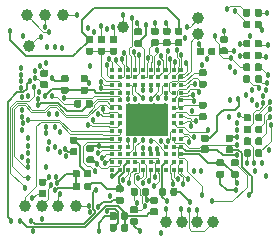
<source format=gbr>
G04 #@! TF.GenerationSoftware,KiCad,Pcbnew,5.1.5+dfsg1-2~bpo10+1*
G04 #@! TF.CreationDate,2020-02-19T21:48:08+01:00*
G04 #@! TF.ProjectId,zglue-gem1-adapter,7a676c75-652d-4676-956d-312d61646170,rev?*
G04 #@! TF.SameCoordinates,Original*
G04 #@! TF.FileFunction,Copper,L1,Top*
G04 #@! TF.FilePolarity,Positive*
%FSLAX46Y46*%
G04 Gerber Fmt 4.6, Leading zero omitted, Abs format (unit mm)*
G04 Created by KiCad (PCBNEW 5.1.5+dfsg1-2~bpo10+1) date 2020-02-19 21:48:08*
%MOMM*%
%LPD*%
G04 APERTURE LIST*
%ADD10C,0.457000*%
%ADD11R,3.600000X2.800000*%
%ADD12R,0.300000X0.300000*%
%ADD13C,1.000000*%
%ADD14C,0.100000*%
%ADD15C,0.150000*%
%ADD16C,0.110000*%
%ADD17C,0.200000*%
%ADD18C,0.080000*%
G04 APERTURE END LIST*
D10*
X10950000Y-8850000D03*
X14050000Y-8850000D03*
X14050000Y-10000000D03*
X10950000Y-10000000D03*
X10950000Y-11150000D03*
X14050000Y-11150000D03*
X11850000Y-8850000D03*
X13100000Y-8850000D03*
X11900000Y-10000000D03*
X13100000Y-10000000D03*
X11900000Y-11150000D03*
X13100000Y-11150000D03*
D11*
X12500000Y-10000000D03*
D12*
X9575000Y-6425000D03*
X12175000Y-6425000D03*
X15425000Y-6425000D03*
X10875000Y-6425000D03*
X12825000Y-6425000D03*
X10875000Y-5775000D03*
X14125000Y-5775000D03*
X14125000Y-6425000D03*
X12175000Y-5775000D03*
X15425000Y-5775000D03*
X12825000Y-5775000D03*
X11525000Y-7075000D03*
X10875000Y-7075000D03*
X9575000Y-7075000D03*
X11525000Y-5775000D03*
X9575000Y-5775000D03*
X14775000Y-5775000D03*
X10225000Y-5775000D03*
X10225000Y-6425000D03*
X12825000Y-7075000D03*
X13475000Y-7075000D03*
X12175000Y-7075000D03*
X15425000Y-7075000D03*
X10225000Y-7075000D03*
X14775000Y-6425000D03*
X13475000Y-6425000D03*
X13475000Y-5775000D03*
X11525000Y-6425000D03*
X14775000Y-7075000D03*
X14125000Y-7075000D03*
X10225000Y-7725000D03*
X15425000Y-7725000D03*
X9575000Y-7725000D03*
X14775000Y-7725000D03*
X10875000Y-7725000D03*
X14125000Y-7725000D03*
X9575000Y-8375000D03*
X15425000Y-8375000D03*
X10225000Y-8375000D03*
X14775000Y-8375000D03*
X9575000Y-9025000D03*
X15425000Y-9025000D03*
X10225000Y-9025000D03*
X14775000Y-9025000D03*
X9575000Y-9675000D03*
X15425000Y-9675000D03*
X10225000Y-9675000D03*
X14775000Y-9675000D03*
X9575000Y-10325000D03*
X15425000Y-10325000D03*
X10225000Y-10325000D03*
X14775000Y-10325000D03*
X9575000Y-10975000D03*
X15425000Y-10975000D03*
X10225000Y-10975000D03*
X14775000Y-10975000D03*
X10225000Y-11625000D03*
X15425000Y-11625000D03*
X9575000Y-11625000D03*
X14775000Y-11625000D03*
X15425000Y-12275000D03*
X10225000Y-12275000D03*
X14775000Y-12275000D03*
X9575000Y-12275000D03*
X14125000Y-12275000D03*
X10875000Y-12275000D03*
X12825000Y-12925000D03*
X15425000Y-12925000D03*
X10225000Y-12925000D03*
X14775000Y-12925000D03*
X9575000Y-12925000D03*
X11525000Y-12925000D03*
X14125000Y-12925000D03*
X10875000Y-12925000D03*
X12175000Y-12925000D03*
X13475000Y-12925000D03*
X12825000Y-13575000D03*
X15425000Y-13575000D03*
X10225000Y-13575000D03*
X14775000Y-13575000D03*
X9575000Y-13575000D03*
X11525000Y-13575000D03*
X14125000Y-13575000D03*
X10875000Y-13575000D03*
X12175000Y-13575000D03*
X13475000Y-13575000D03*
X15425000Y-14225000D03*
X14775000Y-14225000D03*
X14125000Y-14225000D03*
X13475000Y-14225000D03*
X12825000Y-14225000D03*
X12175000Y-14225000D03*
X11525000Y-14225000D03*
X10875000Y-14225000D03*
X10225000Y-14225000D03*
X9575000Y-14225000D03*
D13*
X3580000Y-17290800D03*
X2200000Y-17290800D03*
X18070000Y-18670800D03*
G04 #@! TA.AperFunction,SMDPad,CuDef*
D14*
G36*
X22086958Y-640710D02*
G01*
X22101276Y-642834D01*
X22115317Y-646351D01*
X22128946Y-651228D01*
X22142031Y-657417D01*
X22154447Y-664858D01*
X22166073Y-673481D01*
X22176798Y-683202D01*
X22186519Y-693927D01*
X22195142Y-705553D01*
X22202583Y-717969D01*
X22208772Y-731054D01*
X22213649Y-744683D01*
X22217166Y-758724D01*
X22219290Y-773042D01*
X22220000Y-787500D01*
X22220000Y-1132500D01*
X22219290Y-1146958D01*
X22217166Y-1161276D01*
X22213649Y-1175317D01*
X22208772Y-1188946D01*
X22202583Y-1202031D01*
X22195142Y-1214447D01*
X22186519Y-1226073D01*
X22176798Y-1236798D01*
X22166073Y-1246519D01*
X22154447Y-1255142D01*
X22142031Y-1262583D01*
X22128946Y-1268772D01*
X22115317Y-1273649D01*
X22101276Y-1277166D01*
X22086958Y-1279290D01*
X22072500Y-1280000D01*
X21777500Y-1280000D01*
X21763042Y-1279290D01*
X21748724Y-1277166D01*
X21734683Y-1273649D01*
X21721054Y-1268772D01*
X21707969Y-1262583D01*
X21695553Y-1255142D01*
X21683927Y-1246519D01*
X21673202Y-1236798D01*
X21663481Y-1226073D01*
X21654858Y-1214447D01*
X21647417Y-1202031D01*
X21641228Y-1188946D01*
X21636351Y-1175317D01*
X21632834Y-1161276D01*
X21630710Y-1146958D01*
X21630000Y-1132500D01*
X21630000Y-787500D01*
X21630710Y-773042D01*
X21632834Y-758724D01*
X21636351Y-744683D01*
X21641228Y-731054D01*
X21647417Y-717969D01*
X21654858Y-705553D01*
X21663481Y-693927D01*
X21673202Y-683202D01*
X21683927Y-673481D01*
X21695553Y-664858D01*
X21707969Y-657417D01*
X21721054Y-651228D01*
X21734683Y-646351D01*
X21748724Y-642834D01*
X21763042Y-640710D01*
X21777500Y-640000D01*
X22072500Y-640000D01*
X22086958Y-640710D01*
G37*
G04 #@! TD.AperFunction*
G04 #@! TA.AperFunction,SMDPad,CuDef*
G36*
X21116958Y-640710D02*
G01*
X21131276Y-642834D01*
X21145317Y-646351D01*
X21158946Y-651228D01*
X21172031Y-657417D01*
X21184447Y-664858D01*
X21196073Y-673481D01*
X21206798Y-683202D01*
X21216519Y-693927D01*
X21225142Y-705553D01*
X21232583Y-717969D01*
X21238772Y-731054D01*
X21243649Y-744683D01*
X21247166Y-758724D01*
X21249290Y-773042D01*
X21250000Y-787500D01*
X21250000Y-1132500D01*
X21249290Y-1146958D01*
X21247166Y-1161276D01*
X21243649Y-1175317D01*
X21238772Y-1188946D01*
X21232583Y-1202031D01*
X21225142Y-1214447D01*
X21216519Y-1226073D01*
X21206798Y-1236798D01*
X21196073Y-1246519D01*
X21184447Y-1255142D01*
X21172031Y-1262583D01*
X21158946Y-1268772D01*
X21145317Y-1273649D01*
X21131276Y-1277166D01*
X21116958Y-1279290D01*
X21102500Y-1280000D01*
X20807500Y-1280000D01*
X20793042Y-1279290D01*
X20778724Y-1277166D01*
X20764683Y-1273649D01*
X20751054Y-1268772D01*
X20737969Y-1262583D01*
X20725553Y-1255142D01*
X20713927Y-1246519D01*
X20703202Y-1236798D01*
X20693481Y-1226073D01*
X20684858Y-1214447D01*
X20677417Y-1202031D01*
X20671228Y-1188946D01*
X20666351Y-1175317D01*
X20662834Y-1161276D01*
X20660710Y-1146958D01*
X20660000Y-1132500D01*
X20660000Y-787500D01*
X20660710Y-773042D01*
X20662834Y-758724D01*
X20666351Y-744683D01*
X20671228Y-731054D01*
X20677417Y-717969D01*
X20684858Y-705553D01*
X20693481Y-693927D01*
X20703202Y-683202D01*
X20713927Y-673481D01*
X20725553Y-664858D01*
X20737969Y-657417D01*
X20751054Y-651228D01*
X20764683Y-646351D01*
X20778724Y-642834D01*
X20793042Y-640710D01*
X20807500Y-640000D01*
X21102500Y-640000D01*
X21116958Y-640710D01*
G37*
G04 #@! TD.AperFunction*
G04 #@! TA.AperFunction,SMDPad,CuDef*
G36*
X22086958Y-1630710D02*
G01*
X22101276Y-1632834D01*
X22115317Y-1636351D01*
X22128946Y-1641228D01*
X22142031Y-1647417D01*
X22154447Y-1654858D01*
X22166073Y-1663481D01*
X22176798Y-1673202D01*
X22186519Y-1683927D01*
X22195142Y-1695553D01*
X22202583Y-1707969D01*
X22208772Y-1721054D01*
X22213649Y-1734683D01*
X22217166Y-1748724D01*
X22219290Y-1763042D01*
X22220000Y-1777500D01*
X22220000Y-2122500D01*
X22219290Y-2136958D01*
X22217166Y-2151276D01*
X22213649Y-2165317D01*
X22208772Y-2178946D01*
X22202583Y-2192031D01*
X22195142Y-2204447D01*
X22186519Y-2216073D01*
X22176798Y-2226798D01*
X22166073Y-2236519D01*
X22154447Y-2245142D01*
X22142031Y-2252583D01*
X22128946Y-2258772D01*
X22115317Y-2263649D01*
X22101276Y-2267166D01*
X22086958Y-2269290D01*
X22072500Y-2270000D01*
X21777500Y-2270000D01*
X21763042Y-2269290D01*
X21748724Y-2267166D01*
X21734683Y-2263649D01*
X21721054Y-2258772D01*
X21707969Y-2252583D01*
X21695553Y-2245142D01*
X21683927Y-2236519D01*
X21673202Y-2226798D01*
X21663481Y-2216073D01*
X21654858Y-2204447D01*
X21647417Y-2192031D01*
X21641228Y-2178946D01*
X21636351Y-2165317D01*
X21632834Y-2151276D01*
X21630710Y-2136958D01*
X21630000Y-2122500D01*
X21630000Y-1777500D01*
X21630710Y-1763042D01*
X21632834Y-1748724D01*
X21636351Y-1734683D01*
X21641228Y-1721054D01*
X21647417Y-1707969D01*
X21654858Y-1695553D01*
X21663481Y-1683927D01*
X21673202Y-1673202D01*
X21683927Y-1663481D01*
X21695553Y-1654858D01*
X21707969Y-1647417D01*
X21721054Y-1641228D01*
X21734683Y-1636351D01*
X21748724Y-1632834D01*
X21763042Y-1630710D01*
X21777500Y-1630000D01*
X22072500Y-1630000D01*
X22086958Y-1630710D01*
G37*
G04 #@! TD.AperFunction*
G04 #@! TA.AperFunction,SMDPad,CuDef*
G36*
X21116958Y-1630710D02*
G01*
X21131276Y-1632834D01*
X21145317Y-1636351D01*
X21158946Y-1641228D01*
X21172031Y-1647417D01*
X21184447Y-1654858D01*
X21196073Y-1663481D01*
X21206798Y-1673202D01*
X21216519Y-1683927D01*
X21225142Y-1695553D01*
X21232583Y-1707969D01*
X21238772Y-1721054D01*
X21243649Y-1734683D01*
X21247166Y-1748724D01*
X21249290Y-1763042D01*
X21250000Y-1777500D01*
X21250000Y-2122500D01*
X21249290Y-2136958D01*
X21247166Y-2151276D01*
X21243649Y-2165317D01*
X21238772Y-2178946D01*
X21232583Y-2192031D01*
X21225142Y-2204447D01*
X21216519Y-2216073D01*
X21206798Y-2226798D01*
X21196073Y-2236519D01*
X21184447Y-2245142D01*
X21172031Y-2252583D01*
X21158946Y-2258772D01*
X21145317Y-2263649D01*
X21131276Y-2267166D01*
X21116958Y-2269290D01*
X21102500Y-2270000D01*
X20807500Y-2270000D01*
X20793042Y-2269290D01*
X20778724Y-2267166D01*
X20764683Y-2263649D01*
X20751054Y-2258772D01*
X20737969Y-2252583D01*
X20725553Y-2245142D01*
X20713927Y-2236519D01*
X20703202Y-2226798D01*
X20693481Y-2216073D01*
X20684858Y-2204447D01*
X20677417Y-2192031D01*
X20671228Y-2178946D01*
X20666351Y-2165317D01*
X20662834Y-2151276D01*
X20660710Y-2136958D01*
X20660000Y-2122500D01*
X20660000Y-1777500D01*
X20660710Y-1763042D01*
X20662834Y-1748724D01*
X20666351Y-1734683D01*
X20671228Y-1721054D01*
X20677417Y-1707969D01*
X20684858Y-1695553D01*
X20693481Y-1683927D01*
X20703202Y-1673202D01*
X20713927Y-1663481D01*
X20725553Y-1654858D01*
X20737969Y-1647417D01*
X20751054Y-1641228D01*
X20764683Y-1636351D01*
X20778724Y-1632834D01*
X20793042Y-1630710D01*
X20807500Y-1630000D01*
X21102500Y-1630000D01*
X21116958Y-1630710D01*
G37*
G04 #@! TD.AperFunction*
G04 #@! TA.AperFunction,SMDPad,CuDef*
G36*
X10386958Y-16540710D02*
G01*
X10401276Y-16542834D01*
X10415317Y-16546351D01*
X10428946Y-16551228D01*
X10442031Y-16557417D01*
X10454447Y-16564858D01*
X10466073Y-16573481D01*
X10476798Y-16583202D01*
X10486519Y-16593927D01*
X10495142Y-16605553D01*
X10502583Y-16617969D01*
X10508772Y-16631054D01*
X10513649Y-16644683D01*
X10517166Y-16658724D01*
X10519290Y-16673042D01*
X10520000Y-16687500D01*
X10520000Y-16982500D01*
X10519290Y-16996958D01*
X10517166Y-17011276D01*
X10513649Y-17025317D01*
X10508772Y-17038946D01*
X10502583Y-17052031D01*
X10495142Y-17064447D01*
X10486519Y-17076073D01*
X10476798Y-17086798D01*
X10466073Y-17096519D01*
X10454447Y-17105142D01*
X10442031Y-17112583D01*
X10428946Y-17118772D01*
X10415317Y-17123649D01*
X10401276Y-17127166D01*
X10386958Y-17129290D01*
X10372500Y-17130000D01*
X10027500Y-17130000D01*
X10013042Y-17129290D01*
X9998724Y-17127166D01*
X9984683Y-17123649D01*
X9971054Y-17118772D01*
X9957969Y-17112583D01*
X9945553Y-17105142D01*
X9933927Y-17096519D01*
X9923202Y-17086798D01*
X9913481Y-17076073D01*
X9904858Y-17064447D01*
X9897417Y-17052031D01*
X9891228Y-17038946D01*
X9886351Y-17025317D01*
X9882834Y-17011276D01*
X9880710Y-16996958D01*
X9880000Y-16982500D01*
X9880000Y-16687500D01*
X9880710Y-16673042D01*
X9882834Y-16658724D01*
X9886351Y-16644683D01*
X9891228Y-16631054D01*
X9897417Y-16617969D01*
X9904858Y-16605553D01*
X9913481Y-16593927D01*
X9923202Y-16583202D01*
X9933927Y-16573481D01*
X9945553Y-16564858D01*
X9957969Y-16557417D01*
X9971054Y-16551228D01*
X9984683Y-16546351D01*
X9998724Y-16542834D01*
X10013042Y-16540710D01*
X10027500Y-16540000D01*
X10372500Y-16540000D01*
X10386958Y-16540710D01*
G37*
G04 #@! TD.AperFunction*
G04 #@! TA.AperFunction,SMDPad,CuDef*
G36*
X10386958Y-15570710D02*
G01*
X10401276Y-15572834D01*
X10415317Y-15576351D01*
X10428946Y-15581228D01*
X10442031Y-15587417D01*
X10454447Y-15594858D01*
X10466073Y-15603481D01*
X10476798Y-15613202D01*
X10486519Y-15623927D01*
X10495142Y-15635553D01*
X10502583Y-15647969D01*
X10508772Y-15661054D01*
X10513649Y-15674683D01*
X10517166Y-15688724D01*
X10519290Y-15703042D01*
X10520000Y-15717500D01*
X10520000Y-16012500D01*
X10519290Y-16026958D01*
X10517166Y-16041276D01*
X10513649Y-16055317D01*
X10508772Y-16068946D01*
X10502583Y-16082031D01*
X10495142Y-16094447D01*
X10486519Y-16106073D01*
X10476798Y-16116798D01*
X10466073Y-16126519D01*
X10454447Y-16135142D01*
X10442031Y-16142583D01*
X10428946Y-16148772D01*
X10415317Y-16153649D01*
X10401276Y-16157166D01*
X10386958Y-16159290D01*
X10372500Y-16160000D01*
X10027500Y-16160000D01*
X10013042Y-16159290D01*
X9998724Y-16157166D01*
X9984683Y-16153649D01*
X9971054Y-16148772D01*
X9957969Y-16142583D01*
X9945553Y-16135142D01*
X9933927Y-16126519D01*
X9923202Y-16116798D01*
X9913481Y-16106073D01*
X9904858Y-16094447D01*
X9897417Y-16082031D01*
X9891228Y-16068946D01*
X9886351Y-16055317D01*
X9882834Y-16041276D01*
X9880710Y-16026958D01*
X9880000Y-16012500D01*
X9880000Y-15717500D01*
X9880710Y-15703042D01*
X9882834Y-15688724D01*
X9886351Y-15674683D01*
X9891228Y-15661054D01*
X9897417Y-15647969D01*
X9904858Y-15635553D01*
X9913481Y-15623927D01*
X9923202Y-15613202D01*
X9933927Y-15603481D01*
X9945553Y-15594858D01*
X9957969Y-15587417D01*
X9971054Y-15581228D01*
X9984683Y-15576351D01*
X9998724Y-15572834D01*
X10013042Y-15570710D01*
X10027500Y-15570000D01*
X10372500Y-15570000D01*
X10386958Y-15570710D01*
G37*
G04 #@! TD.AperFunction*
D13*
X16730000Y-18670800D03*
X14140000Y-18660800D03*
X15430000Y-18670800D03*
G04 #@! TA.AperFunction,SMDPad,CuDef*
D14*
G36*
X22086958Y-3240710D02*
G01*
X22101276Y-3242834D01*
X22115317Y-3246351D01*
X22128946Y-3251228D01*
X22142031Y-3257417D01*
X22154447Y-3264858D01*
X22166073Y-3273481D01*
X22176798Y-3283202D01*
X22186519Y-3293927D01*
X22195142Y-3305553D01*
X22202583Y-3317969D01*
X22208772Y-3331054D01*
X22213649Y-3344683D01*
X22217166Y-3358724D01*
X22219290Y-3373042D01*
X22220000Y-3387500D01*
X22220000Y-3732500D01*
X22219290Y-3746958D01*
X22217166Y-3761276D01*
X22213649Y-3775317D01*
X22208772Y-3788946D01*
X22202583Y-3802031D01*
X22195142Y-3814447D01*
X22186519Y-3826073D01*
X22176798Y-3836798D01*
X22166073Y-3846519D01*
X22154447Y-3855142D01*
X22142031Y-3862583D01*
X22128946Y-3868772D01*
X22115317Y-3873649D01*
X22101276Y-3877166D01*
X22086958Y-3879290D01*
X22072500Y-3880000D01*
X21777500Y-3880000D01*
X21763042Y-3879290D01*
X21748724Y-3877166D01*
X21734683Y-3873649D01*
X21721054Y-3868772D01*
X21707969Y-3862583D01*
X21695553Y-3855142D01*
X21683927Y-3846519D01*
X21673202Y-3836798D01*
X21663481Y-3826073D01*
X21654858Y-3814447D01*
X21647417Y-3802031D01*
X21641228Y-3788946D01*
X21636351Y-3775317D01*
X21632834Y-3761276D01*
X21630710Y-3746958D01*
X21630000Y-3732500D01*
X21630000Y-3387500D01*
X21630710Y-3373042D01*
X21632834Y-3358724D01*
X21636351Y-3344683D01*
X21641228Y-3331054D01*
X21647417Y-3317969D01*
X21654858Y-3305553D01*
X21663481Y-3293927D01*
X21673202Y-3283202D01*
X21683927Y-3273481D01*
X21695553Y-3264858D01*
X21707969Y-3257417D01*
X21721054Y-3251228D01*
X21734683Y-3246351D01*
X21748724Y-3242834D01*
X21763042Y-3240710D01*
X21777500Y-3240000D01*
X22072500Y-3240000D01*
X22086958Y-3240710D01*
G37*
G04 #@! TD.AperFunction*
G04 #@! TA.AperFunction,SMDPad,CuDef*
G36*
X21116958Y-3240710D02*
G01*
X21131276Y-3242834D01*
X21145317Y-3246351D01*
X21158946Y-3251228D01*
X21172031Y-3257417D01*
X21184447Y-3264858D01*
X21196073Y-3273481D01*
X21206798Y-3283202D01*
X21216519Y-3293927D01*
X21225142Y-3305553D01*
X21232583Y-3317969D01*
X21238772Y-3331054D01*
X21243649Y-3344683D01*
X21247166Y-3358724D01*
X21249290Y-3373042D01*
X21250000Y-3387500D01*
X21250000Y-3732500D01*
X21249290Y-3746958D01*
X21247166Y-3761276D01*
X21243649Y-3775317D01*
X21238772Y-3788946D01*
X21232583Y-3802031D01*
X21225142Y-3814447D01*
X21216519Y-3826073D01*
X21206798Y-3836798D01*
X21196073Y-3846519D01*
X21184447Y-3855142D01*
X21172031Y-3862583D01*
X21158946Y-3868772D01*
X21145317Y-3873649D01*
X21131276Y-3877166D01*
X21116958Y-3879290D01*
X21102500Y-3880000D01*
X20807500Y-3880000D01*
X20793042Y-3879290D01*
X20778724Y-3877166D01*
X20764683Y-3873649D01*
X20751054Y-3868772D01*
X20737969Y-3862583D01*
X20725553Y-3855142D01*
X20713927Y-3846519D01*
X20703202Y-3836798D01*
X20693481Y-3826073D01*
X20684858Y-3814447D01*
X20677417Y-3802031D01*
X20671228Y-3788946D01*
X20666351Y-3775317D01*
X20662834Y-3761276D01*
X20660710Y-3746958D01*
X20660000Y-3732500D01*
X20660000Y-3387500D01*
X20660710Y-3373042D01*
X20662834Y-3358724D01*
X20666351Y-3344683D01*
X20671228Y-3331054D01*
X20677417Y-3317969D01*
X20684858Y-3305553D01*
X20693481Y-3293927D01*
X20703202Y-3283202D01*
X20713927Y-3273481D01*
X20725553Y-3264858D01*
X20737969Y-3257417D01*
X20751054Y-3251228D01*
X20764683Y-3246351D01*
X20778724Y-3242834D01*
X20793042Y-3240710D01*
X20807500Y-3240000D01*
X21102500Y-3240000D01*
X21116958Y-3240710D01*
G37*
G04 #@! TD.AperFunction*
G04 #@! TA.AperFunction,SMDPad,CuDef*
G36*
X22086958Y-5240710D02*
G01*
X22101276Y-5242834D01*
X22115317Y-5246351D01*
X22128946Y-5251228D01*
X22142031Y-5257417D01*
X22154447Y-5264858D01*
X22166073Y-5273481D01*
X22176798Y-5283202D01*
X22186519Y-5293927D01*
X22195142Y-5305553D01*
X22202583Y-5317969D01*
X22208772Y-5331054D01*
X22213649Y-5344683D01*
X22217166Y-5358724D01*
X22219290Y-5373042D01*
X22220000Y-5387500D01*
X22220000Y-5732500D01*
X22219290Y-5746958D01*
X22217166Y-5761276D01*
X22213649Y-5775317D01*
X22208772Y-5788946D01*
X22202583Y-5802031D01*
X22195142Y-5814447D01*
X22186519Y-5826073D01*
X22176798Y-5836798D01*
X22166073Y-5846519D01*
X22154447Y-5855142D01*
X22142031Y-5862583D01*
X22128946Y-5868772D01*
X22115317Y-5873649D01*
X22101276Y-5877166D01*
X22086958Y-5879290D01*
X22072500Y-5880000D01*
X21777500Y-5880000D01*
X21763042Y-5879290D01*
X21748724Y-5877166D01*
X21734683Y-5873649D01*
X21721054Y-5868772D01*
X21707969Y-5862583D01*
X21695553Y-5855142D01*
X21683927Y-5846519D01*
X21673202Y-5836798D01*
X21663481Y-5826073D01*
X21654858Y-5814447D01*
X21647417Y-5802031D01*
X21641228Y-5788946D01*
X21636351Y-5775317D01*
X21632834Y-5761276D01*
X21630710Y-5746958D01*
X21630000Y-5732500D01*
X21630000Y-5387500D01*
X21630710Y-5373042D01*
X21632834Y-5358724D01*
X21636351Y-5344683D01*
X21641228Y-5331054D01*
X21647417Y-5317969D01*
X21654858Y-5305553D01*
X21663481Y-5293927D01*
X21673202Y-5283202D01*
X21683927Y-5273481D01*
X21695553Y-5264858D01*
X21707969Y-5257417D01*
X21721054Y-5251228D01*
X21734683Y-5246351D01*
X21748724Y-5242834D01*
X21763042Y-5240710D01*
X21777500Y-5240000D01*
X22072500Y-5240000D01*
X22086958Y-5240710D01*
G37*
G04 #@! TD.AperFunction*
G04 #@! TA.AperFunction,SMDPad,CuDef*
G36*
X21116958Y-5240710D02*
G01*
X21131276Y-5242834D01*
X21145317Y-5246351D01*
X21158946Y-5251228D01*
X21172031Y-5257417D01*
X21184447Y-5264858D01*
X21196073Y-5273481D01*
X21206798Y-5283202D01*
X21216519Y-5293927D01*
X21225142Y-5305553D01*
X21232583Y-5317969D01*
X21238772Y-5331054D01*
X21243649Y-5344683D01*
X21247166Y-5358724D01*
X21249290Y-5373042D01*
X21250000Y-5387500D01*
X21250000Y-5732500D01*
X21249290Y-5746958D01*
X21247166Y-5761276D01*
X21243649Y-5775317D01*
X21238772Y-5788946D01*
X21232583Y-5802031D01*
X21225142Y-5814447D01*
X21216519Y-5826073D01*
X21206798Y-5836798D01*
X21196073Y-5846519D01*
X21184447Y-5855142D01*
X21172031Y-5862583D01*
X21158946Y-5868772D01*
X21145317Y-5873649D01*
X21131276Y-5877166D01*
X21116958Y-5879290D01*
X21102500Y-5880000D01*
X20807500Y-5880000D01*
X20793042Y-5879290D01*
X20778724Y-5877166D01*
X20764683Y-5873649D01*
X20751054Y-5868772D01*
X20737969Y-5862583D01*
X20725553Y-5855142D01*
X20713927Y-5846519D01*
X20703202Y-5836798D01*
X20693481Y-5826073D01*
X20684858Y-5814447D01*
X20677417Y-5802031D01*
X20671228Y-5788946D01*
X20666351Y-5775317D01*
X20662834Y-5761276D01*
X20660710Y-5746958D01*
X20660000Y-5732500D01*
X20660000Y-5387500D01*
X20660710Y-5373042D01*
X20662834Y-5358724D01*
X20666351Y-5344683D01*
X20671228Y-5331054D01*
X20677417Y-5317969D01*
X20684858Y-5305553D01*
X20693481Y-5293927D01*
X20703202Y-5283202D01*
X20713927Y-5273481D01*
X20725553Y-5264858D01*
X20737969Y-5257417D01*
X20751054Y-5251228D01*
X20764683Y-5246351D01*
X20778724Y-5242834D01*
X20793042Y-5240710D01*
X20807500Y-5240000D01*
X21102500Y-5240000D01*
X21116958Y-5240710D01*
G37*
G04 #@! TD.AperFunction*
G04 #@! TA.AperFunction,SMDPad,CuDef*
G36*
X22086958Y-4240710D02*
G01*
X22101276Y-4242834D01*
X22115317Y-4246351D01*
X22128946Y-4251228D01*
X22142031Y-4257417D01*
X22154447Y-4264858D01*
X22166073Y-4273481D01*
X22176798Y-4283202D01*
X22186519Y-4293927D01*
X22195142Y-4305553D01*
X22202583Y-4317969D01*
X22208772Y-4331054D01*
X22213649Y-4344683D01*
X22217166Y-4358724D01*
X22219290Y-4373042D01*
X22220000Y-4387500D01*
X22220000Y-4732500D01*
X22219290Y-4746958D01*
X22217166Y-4761276D01*
X22213649Y-4775317D01*
X22208772Y-4788946D01*
X22202583Y-4802031D01*
X22195142Y-4814447D01*
X22186519Y-4826073D01*
X22176798Y-4836798D01*
X22166073Y-4846519D01*
X22154447Y-4855142D01*
X22142031Y-4862583D01*
X22128946Y-4868772D01*
X22115317Y-4873649D01*
X22101276Y-4877166D01*
X22086958Y-4879290D01*
X22072500Y-4880000D01*
X21777500Y-4880000D01*
X21763042Y-4879290D01*
X21748724Y-4877166D01*
X21734683Y-4873649D01*
X21721054Y-4868772D01*
X21707969Y-4862583D01*
X21695553Y-4855142D01*
X21683927Y-4846519D01*
X21673202Y-4836798D01*
X21663481Y-4826073D01*
X21654858Y-4814447D01*
X21647417Y-4802031D01*
X21641228Y-4788946D01*
X21636351Y-4775317D01*
X21632834Y-4761276D01*
X21630710Y-4746958D01*
X21630000Y-4732500D01*
X21630000Y-4387500D01*
X21630710Y-4373042D01*
X21632834Y-4358724D01*
X21636351Y-4344683D01*
X21641228Y-4331054D01*
X21647417Y-4317969D01*
X21654858Y-4305553D01*
X21663481Y-4293927D01*
X21673202Y-4283202D01*
X21683927Y-4273481D01*
X21695553Y-4264858D01*
X21707969Y-4257417D01*
X21721054Y-4251228D01*
X21734683Y-4246351D01*
X21748724Y-4242834D01*
X21763042Y-4240710D01*
X21777500Y-4240000D01*
X22072500Y-4240000D01*
X22086958Y-4240710D01*
G37*
G04 #@! TD.AperFunction*
G04 #@! TA.AperFunction,SMDPad,CuDef*
G36*
X21116958Y-4240710D02*
G01*
X21131276Y-4242834D01*
X21145317Y-4246351D01*
X21158946Y-4251228D01*
X21172031Y-4257417D01*
X21184447Y-4264858D01*
X21196073Y-4273481D01*
X21206798Y-4283202D01*
X21216519Y-4293927D01*
X21225142Y-4305553D01*
X21232583Y-4317969D01*
X21238772Y-4331054D01*
X21243649Y-4344683D01*
X21247166Y-4358724D01*
X21249290Y-4373042D01*
X21250000Y-4387500D01*
X21250000Y-4732500D01*
X21249290Y-4746958D01*
X21247166Y-4761276D01*
X21243649Y-4775317D01*
X21238772Y-4788946D01*
X21232583Y-4802031D01*
X21225142Y-4814447D01*
X21216519Y-4826073D01*
X21206798Y-4836798D01*
X21196073Y-4846519D01*
X21184447Y-4855142D01*
X21172031Y-4862583D01*
X21158946Y-4868772D01*
X21145317Y-4873649D01*
X21131276Y-4877166D01*
X21116958Y-4879290D01*
X21102500Y-4880000D01*
X20807500Y-4880000D01*
X20793042Y-4879290D01*
X20778724Y-4877166D01*
X20764683Y-4873649D01*
X20751054Y-4868772D01*
X20737969Y-4862583D01*
X20725553Y-4855142D01*
X20713927Y-4846519D01*
X20703202Y-4836798D01*
X20693481Y-4826073D01*
X20684858Y-4814447D01*
X20677417Y-4802031D01*
X20671228Y-4788946D01*
X20666351Y-4775317D01*
X20662834Y-4761276D01*
X20660710Y-4746958D01*
X20660000Y-4732500D01*
X20660000Y-4387500D01*
X20660710Y-4373042D01*
X20662834Y-4358724D01*
X20666351Y-4344683D01*
X20671228Y-4331054D01*
X20677417Y-4317969D01*
X20684858Y-4305553D01*
X20693481Y-4293927D01*
X20703202Y-4283202D01*
X20713927Y-4273481D01*
X20725553Y-4264858D01*
X20737969Y-4257417D01*
X20751054Y-4251228D01*
X20764683Y-4246351D01*
X20778724Y-4242834D01*
X20793042Y-4240710D01*
X20807500Y-4240000D01*
X21102500Y-4240000D01*
X21116958Y-4240710D01*
G37*
G04 #@! TD.AperFunction*
G04 #@! TA.AperFunction,SMDPad,CuDef*
G36*
X5731958Y-7205710D02*
G01*
X5746276Y-7207834D01*
X5760317Y-7211351D01*
X5773946Y-7216228D01*
X5787031Y-7222417D01*
X5799447Y-7229858D01*
X5811073Y-7238481D01*
X5821798Y-7248202D01*
X5831519Y-7258927D01*
X5840142Y-7270553D01*
X5847583Y-7282969D01*
X5853772Y-7296054D01*
X5858649Y-7309683D01*
X5862166Y-7323724D01*
X5864290Y-7338042D01*
X5865000Y-7352500D01*
X5865000Y-7647500D01*
X5864290Y-7661958D01*
X5862166Y-7676276D01*
X5858649Y-7690317D01*
X5853772Y-7703946D01*
X5847583Y-7717031D01*
X5840142Y-7729447D01*
X5831519Y-7741073D01*
X5821798Y-7751798D01*
X5811073Y-7761519D01*
X5799447Y-7770142D01*
X5787031Y-7777583D01*
X5773946Y-7783772D01*
X5760317Y-7788649D01*
X5746276Y-7792166D01*
X5731958Y-7794290D01*
X5717500Y-7795000D01*
X5372500Y-7795000D01*
X5358042Y-7794290D01*
X5343724Y-7792166D01*
X5329683Y-7788649D01*
X5316054Y-7783772D01*
X5302969Y-7777583D01*
X5290553Y-7770142D01*
X5278927Y-7761519D01*
X5268202Y-7751798D01*
X5258481Y-7741073D01*
X5249858Y-7729447D01*
X5242417Y-7717031D01*
X5236228Y-7703946D01*
X5231351Y-7690317D01*
X5227834Y-7676276D01*
X5225710Y-7661958D01*
X5225000Y-7647500D01*
X5225000Y-7352500D01*
X5225710Y-7338042D01*
X5227834Y-7323724D01*
X5231351Y-7309683D01*
X5236228Y-7296054D01*
X5242417Y-7282969D01*
X5249858Y-7270553D01*
X5258481Y-7258927D01*
X5268202Y-7248202D01*
X5278927Y-7238481D01*
X5290553Y-7229858D01*
X5302969Y-7222417D01*
X5316054Y-7216228D01*
X5329683Y-7211351D01*
X5343724Y-7207834D01*
X5358042Y-7205710D01*
X5372500Y-7205000D01*
X5717500Y-7205000D01*
X5731958Y-7205710D01*
G37*
G04 #@! TD.AperFunction*
G04 #@! TA.AperFunction,SMDPad,CuDef*
G36*
X5731958Y-6235710D02*
G01*
X5746276Y-6237834D01*
X5760317Y-6241351D01*
X5773946Y-6246228D01*
X5787031Y-6252417D01*
X5799447Y-6259858D01*
X5811073Y-6268481D01*
X5821798Y-6278202D01*
X5831519Y-6288927D01*
X5840142Y-6300553D01*
X5847583Y-6312969D01*
X5853772Y-6326054D01*
X5858649Y-6339683D01*
X5862166Y-6353724D01*
X5864290Y-6368042D01*
X5865000Y-6382500D01*
X5865000Y-6677500D01*
X5864290Y-6691958D01*
X5862166Y-6706276D01*
X5858649Y-6720317D01*
X5853772Y-6733946D01*
X5847583Y-6747031D01*
X5840142Y-6759447D01*
X5831519Y-6771073D01*
X5821798Y-6781798D01*
X5811073Y-6791519D01*
X5799447Y-6800142D01*
X5787031Y-6807583D01*
X5773946Y-6813772D01*
X5760317Y-6818649D01*
X5746276Y-6822166D01*
X5731958Y-6824290D01*
X5717500Y-6825000D01*
X5372500Y-6825000D01*
X5358042Y-6824290D01*
X5343724Y-6822166D01*
X5329683Y-6818649D01*
X5316054Y-6813772D01*
X5302969Y-6807583D01*
X5290553Y-6800142D01*
X5278927Y-6791519D01*
X5268202Y-6781798D01*
X5258481Y-6771073D01*
X5249858Y-6759447D01*
X5242417Y-6747031D01*
X5236228Y-6733946D01*
X5231351Y-6720317D01*
X5227834Y-6706276D01*
X5225710Y-6691958D01*
X5225000Y-6677500D01*
X5225000Y-6382500D01*
X5225710Y-6368042D01*
X5227834Y-6353724D01*
X5231351Y-6339683D01*
X5236228Y-6326054D01*
X5242417Y-6312969D01*
X5249858Y-6300553D01*
X5258481Y-6288927D01*
X5268202Y-6278202D01*
X5278927Y-6268481D01*
X5290553Y-6259858D01*
X5302969Y-6252417D01*
X5316054Y-6246228D01*
X5329683Y-6241351D01*
X5343724Y-6237834D01*
X5358042Y-6235710D01*
X5372500Y-6235000D01*
X5717500Y-6235000D01*
X5731958Y-6235710D01*
G37*
G04 #@! TD.AperFunction*
G04 #@! TA.AperFunction,SMDPad,CuDef*
G36*
X13286958Y-17510710D02*
G01*
X13301276Y-17512834D01*
X13315317Y-17516351D01*
X13328946Y-17521228D01*
X13342031Y-17527417D01*
X13354447Y-17534858D01*
X13366073Y-17543481D01*
X13376798Y-17553202D01*
X13386519Y-17563927D01*
X13395142Y-17575553D01*
X13402583Y-17587969D01*
X13408772Y-17601054D01*
X13413649Y-17614683D01*
X13417166Y-17628724D01*
X13419290Y-17643042D01*
X13420000Y-17657500D01*
X13420000Y-17952500D01*
X13419290Y-17966958D01*
X13417166Y-17981276D01*
X13413649Y-17995317D01*
X13408772Y-18008946D01*
X13402583Y-18022031D01*
X13395142Y-18034447D01*
X13386519Y-18046073D01*
X13376798Y-18056798D01*
X13366073Y-18066519D01*
X13354447Y-18075142D01*
X13342031Y-18082583D01*
X13328946Y-18088772D01*
X13315317Y-18093649D01*
X13301276Y-18097166D01*
X13286958Y-18099290D01*
X13272500Y-18100000D01*
X12927500Y-18100000D01*
X12913042Y-18099290D01*
X12898724Y-18097166D01*
X12884683Y-18093649D01*
X12871054Y-18088772D01*
X12857969Y-18082583D01*
X12845553Y-18075142D01*
X12833927Y-18066519D01*
X12823202Y-18056798D01*
X12813481Y-18046073D01*
X12804858Y-18034447D01*
X12797417Y-18022031D01*
X12791228Y-18008946D01*
X12786351Y-17995317D01*
X12782834Y-17981276D01*
X12780710Y-17966958D01*
X12780000Y-17952500D01*
X12780000Y-17657500D01*
X12780710Y-17643042D01*
X12782834Y-17628724D01*
X12786351Y-17614683D01*
X12791228Y-17601054D01*
X12797417Y-17587969D01*
X12804858Y-17575553D01*
X12813481Y-17563927D01*
X12823202Y-17553202D01*
X12833927Y-17543481D01*
X12845553Y-17534858D01*
X12857969Y-17527417D01*
X12871054Y-17521228D01*
X12884683Y-17516351D01*
X12898724Y-17512834D01*
X12913042Y-17510710D01*
X12927500Y-17510000D01*
X13272500Y-17510000D01*
X13286958Y-17510710D01*
G37*
G04 #@! TD.AperFunction*
G04 #@! TA.AperFunction,SMDPad,CuDef*
G36*
X13286958Y-16540710D02*
G01*
X13301276Y-16542834D01*
X13315317Y-16546351D01*
X13328946Y-16551228D01*
X13342031Y-16557417D01*
X13354447Y-16564858D01*
X13366073Y-16573481D01*
X13376798Y-16583202D01*
X13386519Y-16593927D01*
X13395142Y-16605553D01*
X13402583Y-16617969D01*
X13408772Y-16631054D01*
X13413649Y-16644683D01*
X13417166Y-16658724D01*
X13419290Y-16673042D01*
X13420000Y-16687500D01*
X13420000Y-16982500D01*
X13419290Y-16996958D01*
X13417166Y-17011276D01*
X13413649Y-17025317D01*
X13408772Y-17038946D01*
X13402583Y-17052031D01*
X13395142Y-17064447D01*
X13386519Y-17076073D01*
X13376798Y-17086798D01*
X13366073Y-17096519D01*
X13354447Y-17105142D01*
X13342031Y-17112583D01*
X13328946Y-17118772D01*
X13315317Y-17123649D01*
X13301276Y-17127166D01*
X13286958Y-17129290D01*
X13272500Y-17130000D01*
X12927500Y-17130000D01*
X12913042Y-17129290D01*
X12898724Y-17127166D01*
X12884683Y-17123649D01*
X12871054Y-17118772D01*
X12857969Y-17112583D01*
X12845553Y-17105142D01*
X12833927Y-17096519D01*
X12823202Y-17086798D01*
X12813481Y-17076073D01*
X12804858Y-17064447D01*
X12797417Y-17052031D01*
X12791228Y-17038946D01*
X12786351Y-17025317D01*
X12782834Y-17011276D01*
X12780710Y-16996958D01*
X12780000Y-16982500D01*
X12780000Y-16687500D01*
X12780710Y-16673042D01*
X12782834Y-16658724D01*
X12786351Y-16644683D01*
X12791228Y-16631054D01*
X12797417Y-16617969D01*
X12804858Y-16605553D01*
X12813481Y-16593927D01*
X12823202Y-16583202D01*
X12833927Y-16573481D01*
X12845553Y-16564858D01*
X12857969Y-16557417D01*
X12871054Y-16551228D01*
X12884683Y-16546351D01*
X12898724Y-16542834D01*
X12913042Y-16540710D01*
X12927500Y-16540000D01*
X13272500Y-16540000D01*
X13286958Y-16540710D01*
G37*
G04 #@! TD.AperFunction*
G04 #@! TA.AperFunction,SMDPad,CuDef*
G36*
X11936958Y-2270710D02*
G01*
X11951276Y-2272834D01*
X11965317Y-2276351D01*
X11978946Y-2281228D01*
X11992031Y-2287417D01*
X12004447Y-2294858D01*
X12016073Y-2303481D01*
X12026798Y-2313202D01*
X12036519Y-2323927D01*
X12045142Y-2335553D01*
X12052583Y-2347969D01*
X12058772Y-2361054D01*
X12063649Y-2374683D01*
X12067166Y-2388724D01*
X12069290Y-2403042D01*
X12070000Y-2417500D01*
X12070000Y-2712500D01*
X12069290Y-2726958D01*
X12067166Y-2741276D01*
X12063649Y-2755317D01*
X12058772Y-2768946D01*
X12052583Y-2782031D01*
X12045142Y-2794447D01*
X12036519Y-2806073D01*
X12026798Y-2816798D01*
X12016073Y-2826519D01*
X12004447Y-2835142D01*
X11992031Y-2842583D01*
X11978946Y-2848772D01*
X11965317Y-2853649D01*
X11951276Y-2857166D01*
X11936958Y-2859290D01*
X11922500Y-2860000D01*
X11577500Y-2860000D01*
X11563042Y-2859290D01*
X11548724Y-2857166D01*
X11534683Y-2853649D01*
X11521054Y-2848772D01*
X11507969Y-2842583D01*
X11495553Y-2835142D01*
X11483927Y-2826519D01*
X11473202Y-2816798D01*
X11463481Y-2806073D01*
X11454858Y-2794447D01*
X11447417Y-2782031D01*
X11441228Y-2768946D01*
X11436351Y-2755317D01*
X11432834Y-2741276D01*
X11430710Y-2726958D01*
X11430000Y-2712500D01*
X11430000Y-2417500D01*
X11430710Y-2403042D01*
X11432834Y-2388724D01*
X11436351Y-2374683D01*
X11441228Y-2361054D01*
X11447417Y-2347969D01*
X11454858Y-2335553D01*
X11463481Y-2323927D01*
X11473202Y-2313202D01*
X11483927Y-2303481D01*
X11495553Y-2294858D01*
X11507969Y-2287417D01*
X11521054Y-2281228D01*
X11534683Y-2276351D01*
X11548724Y-2272834D01*
X11563042Y-2270710D01*
X11577500Y-2270000D01*
X11922500Y-2270000D01*
X11936958Y-2270710D01*
G37*
G04 #@! TD.AperFunction*
G04 #@! TA.AperFunction,SMDPad,CuDef*
G36*
X11936958Y-3240710D02*
G01*
X11951276Y-3242834D01*
X11965317Y-3246351D01*
X11978946Y-3251228D01*
X11992031Y-3257417D01*
X12004447Y-3264858D01*
X12016073Y-3273481D01*
X12026798Y-3283202D01*
X12036519Y-3293927D01*
X12045142Y-3305553D01*
X12052583Y-3317969D01*
X12058772Y-3331054D01*
X12063649Y-3344683D01*
X12067166Y-3358724D01*
X12069290Y-3373042D01*
X12070000Y-3387500D01*
X12070000Y-3682500D01*
X12069290Y-3696958D01*
X12067166Y-3711276D01*
X12063649Y-3725317D01*
X12058772Y-3738946D01*
X12052583Y-3752031D01*
X12045142Y-3764447D01*
X12036519Y-3776073D01*
X12026798Y-3786798D01*
X12016073Y-3796519D01*
X12004447Y-3805142D01*
X11992031Y-3812583D01*
X11978946Y-3818772D01*
X11965317Y-3823649D01*
X11951276Y-3827166D01*
X11936958Y-3829290D01*
X11922500Y-3830000D01*
X11577500Y-3830000D01*
X11563042Y-3829290D01*
X11548724Y-3827166D01*
X11534683Y-3823649D01*
X11521054Y-3818772D01*
X11507969Y-3812583D01*
X11495553Y-3805142D01*
X11483927Y-3796519D01*
X11473202Y-3786798D01*
X11463481Y-3776073D01*
X11454858Y-3764447D01*
X11447417Y-3752031D01*
X11441228Y-3738946D01*
X11436351Y-3725317D01*
X11432834Y-3711276D01*
X11430710Y-3696958D01*
X11430000Y-3682500D01*
X11430000Y-3387500D01*
X11430710Y-3373042D01*
X11432834Y-3358724D01*
X11436351Y-3344683D01*
X11441228Y-3331054D01*
X11447417Y-3317969D01*
X11454858Y-3305553D01*
X11463481Y-3293927D01*
X11473202Y-3283202D01*
X11483927Y-3273481D01*
X11495553Y-3264858D01*
X11507969Y-3257417D01*
X11521054Y-3251228D01*
X11534683Y-3246351D01*
X11548724Y-3242834D01*
X11563042Y-3240710D01*
X11577500Y-3240000D01*
X11922500Y-3240000D01*
X11936958Y-3240710D01*
G37*
G04 #@! TD.AperFunction*
G04 #@! TA.AperFunction,SMDPad,CuDef*
G36*
X7386958Y-6240710D02*
G01*
X7401276Y-6242834D01*
X7415317Y-6246351D01*
X7428946Y-6251228D01*
X7442031Y-6257417D01*
X7454447Y-6264858D01*
X7466073Y-6273481D01*
X7476798Y-6283202D01*
X7486519Y-6293927D01*
X7495142Y-6305553D01*
X7502583Y-6317969D01*
X7508772Y-6331054D01*
X7513649Y-6344683D01*
X7517166Y-6358724D01*
X7519290Y-6373042D01*
X7520000Y-6387500D01*
X7520000Y-6682500D01*
X7519290Y-6696958D01*
X7517166Y-6711276D01*
X7513649Y-6725317D01*
X7508772Y-6738946D01*
X7502583Y-6752031D01*
X7495142Y-6764447D01*
X7486519Y-6776073D01*
X7476798Y-6786798D01*
X7466073Y-6796519D01*
X7454447Y-6805142D01*
X7442031Y-6812583D01*
X7428946Y-6818772D01*
X7415317Y-6823649D01*
X7401276Y-6827166D01*
X7386958Y-6829290D01*
X7372500Y-6830000D01*
X7027500Y-6830000D01*
X7013042Y-6829290D01*
X6998724Y-6827166D01*
X6984683Y-6823649D01*
X6971054Y-6818772D01*
X6957969Y-6812583D01*
X6945553Y-6805142D01*
X6933927Y-6796519D01*
X6923202Y-6786798D01*
X6913481Y-6776073D01*
X6904858Y-6764447D01*
X6897417Y-6752031D01*
X6891228Y-6738946D01*
X6886351Y-6725317D01*
X6882834Y-6711276D01*
X6880710Y-6696958D01*
X6880000Y-6682500D01*
X6880000Y-6387500D01*
X6880710Y-6373042D01*
X6882834Y-6358724D01*
X6886351Y-6344683D01*
X6891228Y-6331054D01*
X6897417Y-6317969D01*
X6904858Y-6305553D01*
X6913481Y-6293927D01*
X6923202Y-6283202D01*
X6933927Y-6273481D01*
X6945553Y-6264858D01*
X6957969Y-6257417D01*
X6971054Y-6251228D01*
X6984683Y-6246351D01*
X6998724Y-6242834D01*
X7013042Y-6240710D01*
X7027500Y-6240000D01*
X7372500Y-6240000D01*
X7386958Y-6240710D01*
G37*
G04 #@! TD.AperFunction*
G04 #@! TA.AperFunction,SMDPad,CuDef*
G36*
X7386958Y-7210710D02*
G01*
X7401276Y-7212834D01*
X7415317Y-7216351D01*
X7428946Y-7221228D01*
X7442031Y-7227417D01*
X7454447Y-7234858D01*
X7466073Y-7243481D01*
X7476798Y-7253202D01*
X7486519Y-7263927D01*
X7495142Y-7275553D01*
X7502583Y-7287969D01*
X7508772Y-7301054D01*
X7513649Y-7314683D01*
X7517166Y-7328724D01*
X7519290Y-7343042D01*
X7520000Y-7357500D01*
X7520000Y-7652500D01*
X7519290Y-7666958D01*
X7517166Y-7681276D01*
X7513649Y-7695317D01*
X7508772Y-7708946D01*
X7502583Y-7722031D01*
X7495142Y-7734447D01*
X7486519Y-7746073D01*
X7476798Y-7756798D01*
X7466073Y-7766519D01*
X7454447Y-7775142D01*
X7442031Y-7782583D01*
X7428946Y-7788772D01*
X7415317Y-7793649D01*
X7401276Y-7797166D01*
X7386958Y-7799290D01*
X7372500Y-7800000D01*
X7027500Y-7800000D01*
X7013042Y-7799290D01*
X6998724Y-7797166D01*
X6984683Y-7793649D01*
X6971054Y-7788772D01*
X6957969Y-7782583D01*
X6945553Y-7775142D01*
X6933927Y-7766519D01*
X6923202Y-7756798D01*
X6913481Y-7746073D01*
X6904858Y-7734447D01*
X6897417Y-7722031D01*
X6891228Y-7708946D01*
X6886351Y-7695317D01*
X6882834Y-7681276D01*
X6880710Y-7666958D01*
X6880000Y-7652500D01*
X6880000Y-7357500D01*
X6880710Y-7343042D01*
X6882834Y-7328724D01*
X6886351Y-7314683D01*
X6891228Y-7301054D01*
X6897417Y-7287969D01*
X6904858Y-7275553D01*
X6913481Y-7263927D01*
X6923202Y-7253202D01*
X6933927Y-7243481D01*
X6945553Y-7234858D01*
X6957969Y-7227417D01*
X6971054Y-7221228D01*
X6984683Y-7216351D01*
X6998724Y-7212834D01*
X7013042Y-7210710D01*
X7027500Y-7210000D01*
X7372500Y-7210000D01*
X7386958Y-7210710D01*
G37*
G04 #@! TD.AperFunction*
G04 #@! TA.AperFunction,SMDPad,CuDef*
G36*
X18886958Y-14330710D02*
G01*
X18901276Y-14332834D01*
X18915317Y-14336351D01*
X18928946Y-14341228D01*
X18942031Y-14347417D01*
X18954447Y-14354858D01*
X18966073Y-14363481D01*
X18976798Y-14373202D01*
X18986519Y-14383927D01*
X18995142Y-14395553D01*
X19002583Y-14407969D01*
X19008772Y-14421054D01*
X19013649Y-14434683D01*
X19017166Y-14448724D01*
X19019290Y-14463042D01*
X19020000Y-14477500D01*
X19020000Y-14772500D01*
X19019290Y-14786958D01*
X19017166Y-14801276D01*
X19013649Y-14815317D01*
X19008772Y-14828946D01*
X19002583Y-14842031D01*
X18995142Y-14854447D01*
X18986519Y-14866073D01*
X18976798Y-14876798D01*
X18966073Y-14886519D01*
X18954447Y-14895142D01*
X18942031Y-14902583D01*
X18928946Y-14908772D01*
X18915317Y-14913649D01*
X18901276Y-14917166D01*
X18886958Y-14919290D01*
X18872500Y-14920000D01*
X18527500Y-14920000D01*
X18513042Y-14919290D01*
X18498724Y-14917166D01*
X18484683Y-14913649D01*
X18471054Y-14908772D01*
X18457969Y-14902583D01*
X18445553Y-14895142D01*
X18433927Y-14886519D01*
X18423202Y-14876798D01*
X18413481Y-14866073D01*
X18404858Y-14854447D01*
X18397417Y-14842031D01*
X18391228Y-14828946D01*
X18386351Y-14815317D01*
X18382834Y-14801276D01*
X18380710Y-14786958D01*
X18380000Y-14772500D01*
X18380000Y-14477500D01*
X18380710Y-14463042D01*
X18382834Y-14448724D01*
X18386351Y-14434683D01*
X18391228Y-14421054D01*
X18397417Y-14407969D01*
X18404858Y-14395553D01*
X18413481Y-14383927D01*
X18423202Y-14373202D01*
X18433927Y-14363481D01*
X18445553Y-14354858D01*
X18457969Y-14347417D01*
X18471054Y-14341228D01*
X18484683Y-14336351D01*
X18498724Y-14332834D01*
X18513042Y-14330710D01*
X18527500Y-14330000D01*
X18872500Y-14330000D01*
X18886958Y-14330710D01*
G37*
G04 #@! TD.AperFunction*
G04 #@! TA.AperFunction,SMDPad,CuDef*
G36*
X18886958Y-13360710D02*
G01*
X18901276Y-13362834D01*
X18915317Y-13366351D01*
X18928946Y-13371228D01*
X18942031Y-13377417D01*
X18954447Y-13384858D01*
X18966073Y-13393481D01*
X18976798Y-13403202D01*
X18986519Y-13413927D01*
X18995142Y-13425553D01*
X19002583Y-13437969D01*
X19008772Y-13451054D01*
X19013649Y-13464683D01*
X19017166Y-13478724D01*
X19019290Y-13493042D01*
X19020000Y-13507500D01*
X19020000Y-13802500D01*
X19019290Y-13816958D01*
X19017166Y-13831276D01*
X19013649Y-13845317D01*
X19008772Y-13858946D01*
X19002583Y-13872031D01*
X18995142Y-13884447D01*
X18986519Y-13896073D01*
X18976798Y-13906798D01*
X18966073Y-13916519D01*
X18954447Y-13925142D01*
X18942031Y-13932583D01*
X18928946Y-13938772D01*
X18915317Y-13943649D01*
X18901276Y-13947166D01*
X18886958Y-13949290D01*
X18872500Y-13950000D01*
X18527500Y-13950000D01*
X18513042Y-13949290D01*
X18498724Y-13947166D01*
X18484683Y-13943649D01*
X18471054Y-13938772D01*
X18457969Y-13932583D01*
X18445553Y-13925142D01*
X18433927Y-13916519D01*
X18423202Y-13906798D01*
X18413481Y-13896073D01*
X18404858Y-13884447D01*
X18397417Y-13872031D01*
X18391228Y-13858946D01*
X18386351Y-13845317D01*
X18382834Y-13831276D01*
X18380710Y-13816958D01*
X18380000Y-13802500D01*
X18380000Y-13507500D01*
X18380710Y-13493042D01*
X18382834Y-13478724D01*
X18386351Y-13464683D01*
X18391228Y-13451054D01*
X18397417Y-13437969D01*
X18404858Y-13425553D01*
X18413481Y-13413927D01*
X18423202Y-13403202D01*
X18433927Y-13393481D01*
X18445553Y-13384858D01*
X18457969Y-13377417D01*
X18471054Y-13371228D01*
X18484683Y-13366351D01*
X18498724Y-13362834D01*
X18513042Y-13360710D01*
X18527500Y-13360000D01*
X18872500Y-13360000D01*
X18886958Y-13360710D01*
G37*
G04 #@! TD.AperFunction*
G04 #@! TA.AperFunction,SMDPad,CuDef*
G36*
X17586958Y-11280710D02*
G01*
X17601276Y-11282834D01*
X17615317Y-11286351D01*
X17628946Y-11291228D01*
X17642031Y-11297417D01*
X17654447Y-11304858D01*
X17666073Y-11313481D01*
X17676798Y-11323202D01*
X17686519Y-11333927D01*
X17695142Y-11345553D01*
X17702583Y-11357969D01*
X17708772Y-11371054D01*
X17713649Y-11384683D01*
X17717166Y-11398724D01*
X17719290Y-11413042D01*
X17720000Y-11427500D01*
X17720000Y-11722500D01*
X17719290Y-11736958D01*
X17717166Y-11751276D01*
X17713649Y-11765317D01*
X17708772Y-11778946D01*
X17702583Y-11792031D01*
X17695142Y-11804447D01*
X17686519Y-11816073D01*
X17676798Y-11826798D01*
X17666073Y-11836519D01*
X17654447Y-11845142D01*
X17642031Y-11852583D01*
X17628946Y-11858772D01*
X17615317Y-11863649D01*
X17601276Y-11867166D01*
X17586958Y-11869290D01*
X17572500Y-11870000D01*
X17227500Y-11870000D01*
X17213042Y-11869290D01*
X17198724Y-11867166D01*
X17184683Y-11863649D01*
X17171054Y-11858772D01*
X17157969Y-11852583D01*
X17145553Y-11845142D01*
X17133927Y-11836519D01*
X17123202Y-11826798D01*
X17113481Y-11816073D01*
X17104858Y-11804447D01*
X17097417Y-11792031D01*
X17091228Y-11778946D01*
X17086351Y-11765317D01*
X17082834Y-11751276D01*
X17080710Y-11736958D01*
X17080000Y-11722500D01*
X17080000Y-11427500D01*
X17080710Y-11413042D01*
X17082834Y-11398724D01*
X17086351Y-11384683D01*
X17091228Y-11371054D01*
X17097417Y-11357969D01*
X17104858Y-11345553D01*
X17113481Y-11333927D01*
X17123202Y-11323202D01*
X17133927Y-11313481D01*
X17145553Y-11304858D01*
X17157969Y-11297417D01*
X17171054Y-11291228D01*
X17184683Y-11286351D01*
X17198724Y-11282834D01*
X17213042Y-11280710D01*
X17227500Y-11280000D01*
X17572500Y-11280000D01*
X17586958Y-11280710D01*
G37*
G04 #@! TD.AperFunction*
G04 #@! TA.AperFunction,SMDPad,CuDef*
G36*
X17586958Y-12250710D02*
G01*
X17601276Y-12252834D01*
X17615317Y-12256351D01*
X17628946Y-12261228D01*
X17642031Y-12267417D01*
X17654447Y-12274858D01*
X17666073Y-12283481D01*
X17676798Y-12293202D01*
X17686519Y-12303927D01*
X17695142Y-12315553D01*
X17702583Y-12327969D01*
X17708772Y-12341054D01*
X17713649Y-12354683D01*
X17717166Y-12368724D01*
X17719290Y-12383042D01*
X17720000Y-12397500D01*
X17720000Y-12692500D01*
X17719290Y-12706958D01*
X17717166Y-12721276D01*
X17713649Y-12735317D01*
X17708772Y-12748946D01*
X17702583Y-12762031D01*
X17695142Y-12774447D01*
X17686519Y-12786073D01*
X17676798Y-12796798D01*
X17666073Y-12806519D01*
X17654447Y-12815142D01*
X17642031Y-12822583D01*
X17628946Y-12828772D01*
X17615317Y-12833649D01*
X17601276Y-12837166D01*
X17586958Y-12839290D01*
X17572500Y-12840000D01*
X17227500Y-12840000D01*
X17213042Y-12839290D01*
X17198724Y-12837166D01*
X17184683Y-12833649D01*
X17171054Y-12828772D01*
X17157969Y-12822583D01*
X17145553Y-12815142D01*
X17133927Y-12806519D01*
X17123202Y-12796798D01*
X17113481Y-12786073D01*
X17104858Y-12774447D01*
X17097417Y-12762031D01*
X17091228Y-12748946D01*
X17086351Y-12735317D01*
X17082834Y-12721276D01*
X17080710Y-12706958D01*
X17080000Y-12692500D01*
X17080000Y-12397500D01*
X17080710Y-12383042D01*
X17082834Y-12368724D01*
X17086351Y-12354683D01*
X17091228Y-12341054D01*
X17097417Y-12327969D01*
X17104858Y-12315553D01*
X17113481Y-12303927D01*
X17123202Y-12293202D01*
X17133927Y-12283481D01*
X17145553Y-12274858D01*
X17157969Y-12267417D01*
X17171054Y-12261228D01*
X17184683Y-12256351D01*
X17198724Y-12252834D01*
X17213042Y-12250710D01*
X17227500Y-12250000D01*
X17572500Y-12250000D01*
X17586958Y-12250710D01*
G37*
G04 #@! TD.AperFunction*
G04 #@! TA.AperFunction,SMDPad,CuDef*
G36*
X11576958Y-15800710D02*
G01*
X11591276Y-15802834D01*
X11605317Y-15806351D01*
X11618946Y-15811228D01*
X11632031Y-15817417D01*
X11644447Y-15824858D01*
X11656073Y-15833481D01*
X11666798Y-15843202D01*
X11676519Y-15853927D01*
X11685142Y-15865553D01*
X11692583Y-15877969D01*
X11698772Y-15891054D01*
X11703649Y-15904683D01*
X11707166Y-15918724D01*
X11709290Y-15933042D01*
X11710000Y-15947500D01*
X11710000Y-16292500D01*
X11709290Y-16306958D01*
X11707166Y-16321276D01*
X11703649Y-16335317D01*
X11698772Y-16348946D01*
X11692583Y-16362031D01*
X11685142Y-16374447D01*
X11676519Y-16386073D01*
X11666798Y-16396798D01*
X11656073Y-16406519D01*
X11644447Y-16415142D01*
X11632031Y-16422583D01*
X11618946Y-16428772D01*
X11605317Y-16433649D01*
X11591276Y-16437166D01*
X11576958Y-16439290D01*
X11562500Y-16440000D01*
X11267500Y-16440000D01*
X11253042Y-16439290D01*
X11238724Y-16437166D01*
X11224683Y-16433649D01*
X11211054Y-16428772D01*
X11197969Y-16422583D01*
X11185553Y-16415142D01*
X11173927Y-16406519D01*
X11163202Y-16396798D01*
X11153481Y-16386073D01*
X11144858Y-16374447D01*
X11137417Y-16362031D01*
X11131228Y-16348946D01*
X11126351Y-16335317D01*
X11122834Y-16321276D01*
X11120710Y-16306958D01*
X11120000Y-16292500D01*
X11120000Y-15947500D01*
X11120710Y-15933042D01*
X11122834Y-15918724D01*
X11126351Y-15904683D01*
X11131228Y-15891054D01*
X11137417Y-15877969D01*
X11144858Y-15865553D01*
X11153481Y-15853927D01*
X11163202Y-15843202D01*
X11173927Y-15833481D01*
X11185553Y-15824858D01*
X11197969Y-15817417D01*
X11211054Y-15811228D01*
X11224683Y-15806351D01*
X11238724Y-15802834D01*
X11253042Y-15800710D01*
X11267500Y-15800000D01*
X11562500Y-15800000D01*
X11576958Y-15800710D01*
G37*
G04 #@! TD.AperFunction*
G04 #@! TA.AperFunction,SMDPad,CuDef*
G36*
X12546958Y-15800710D02*
G01*
X12561276Y-15802834D01*
X12575317Y-15806351D01*
X12588946Y-15811228D01*
X12602031Y-15817417D01*
X12614447Y-15824858D01*
X12626073Y-15833481D01*
X12636798Y-15843202D01*
X12646519Y-15853927D01*
X12655142Y-15865553D01*
X12662583Y-15877969D01*
X12668772Y-15891054D01*
X12673649Y-15904683D01*
X12677166Y-15918724D01*
X12679290Y-15933042D01*
X12680000Y-15947500D01*
X12680000Y-16292500D01*
X12679290Y-16306958D01*
X12677166Y-16321276D01*
X12673649Y-16335317D01*
X12668772Y-16348946D01*
X12662583Y-16362031D01*
X12655142Y-16374447D01*
X12646519Y-16386073D01*
X12636798Y-16396798D01*
X12626073Y-16406519D01*
X12614447Y-16415142D01*
X12602031Y-16422583D01*
X12588946Y-16428772D01*
X12575317Y-16433649D01*
X12561276Y-16437166D01*
X12546958Y-16439290D01*
X12532500Y-16440000D01*
X12237500Y-16440000D01*
X12223042Y-16439290D01*
X12208724Y-16437166D01*
X12194683Y-16433649D01*
X12181054Y-16428772D01*
X12167969Y-16422583D01*
X12155553Y-16415142D01*
X12143927Y-16406519D01*
X12133202Y-16396798D01*
X12123481Y-16386073D01*
X12114858Y-16374447D01*
X12107417Y-16362031D01*
X12101228Y-16348946D01*
X12096351Y-16335317D01*
X12092834Y-16321276D01*
X12090710Y-16306958D01*
X12090000Y-16292500D01*
X12090000Y-15947500D01*
X12090710Y-15933042D01*
X12092834Y-15918724D01*
X12096351Y-15904683D01*
X12101228Y-15891054D01*
X12107417Y-15877969D01*
X12114858Y-15865553D01*
X12123481Y-15853927D01*
X12133202Y-15843202D01*
X12143927Y-15833481D01*
X12155553Y-15824858D01*
X12167969Y-15817417D01*
X12181054Y-15811228D01*
X12194683Y-15806351D01*
X12208724Y-15802834D01*
X12223042Y-15800710D01*
X12237500Y-15800000D01*
X12532500Y-15800000D01*
X12546958Y-15800710D01*
G37*
G04 #@! TD.AperFunction*
G04 #@! TA.AperFunction,SMDPad,CuDef*
G36*
X14946958Y-15800710D02*
G01*
X14961276Y-15802834D01*
X14975317Y-15806351D01*
X14988946Y-15811228D01*
X15002031Y-15817417D01*
X15014447Y-15824858D01*
X15026073Y-15833481D01*
X15036798Y-15843202D01*
X15046519Y-15853927D01*
X15055142Y-15865553D01*
X15062583Y-15877969D01*
X15068772Y-15891054D01*
X15073649Y-15904683D01*
X15077166Y-15918724D01*
X15079290Y-15933042D01*
X15080000Y-15947500D01*
X15080000Y-16292500D01*
X15079290Y-16306958D01*
X15077166Y-16321276D01*
X15073649Y-16335317D01*
X15068772Y-16348946D01*
X15062583Y-16362031D01*
X15055142Y-16374447D01*
X15046519Y-16386073D01*
X15036798Y-16396798D01*
X15026073Y-16406519D01*
X15014447Y-16415142D01*
X15002031Y-16422583D01*
X14988946Y-16428772D01*
X14975317Y-16433649D01*
X14961276Y-16437166D01*
X14946958Y-16439290D01*
X14932500Y-16440000D01*
X14637500Y-16440000D01*
X14623042Y-16439290D01*
X14608724Y-16437166D01*
X14594683Y-16433649D01*
X14581054Y-16428772D01*
X14567969Y-16422583D01*
X14555553Y-16415142D01*
X14543927Y-16406519D01*
X14533202Y-16396798D01*
X14523481Y-16386073D01*
X14514858Y-16374447D01*
X14507417Y-16362031D01*
X14501228Y-16348946D01*
X14496351Y-16335317D01*
X14492834Y-16321276D01*
X14490710Y-16306958D01*
X14490000Y-16292500D01*
X14490000Y-15947500D01*
X14490710Y-15933042D01*
X14492834Y-15918724D01*
X14496351Y-15904683D01*
X14501228Y-15891054D01*
X14507417Y-15877969D01*
X14514858Y-15865553D01*
X14523481Y-15853927D01*
X14533202Y-15843202D01*
X14543927Y-15833481D01*
X14555553Y-15824858D01*
X14567969Y-15817417D01*
X14581054Y-15811228D01*
X14594683Y-15806351D01*
X14608724Y-15802834D01*
X14623042Y-15800710D01*
X14637500Y-15800000D01*
X14932500Y-15800000D01*
X14946958Y-15800710D01*
G37*
G04 #@! TD.AperFunction*
G04 #@! TA.AperFunction,SMDPad,CuDef*
G36*
X13976958Y-15800710D02*
G01*
X13991276Y-15802834D01*
X14005317Y-15806351D01*
X14018946Y-15811228D01*
X14032031Y-15817417D01*
X14044447Y-15824858D01*
X14056073Y-15833481D01*
X14066798Y-15843202D01*
X14076519Y-15853927D01*
X14085142Y-15865553D01*
X14092583Y-15877969D01*
X14098772Y-15891054D01*
X14103649Y-15904683D01*
X14107166Y-15918724D01*
X14109290Y-15933042D01*
X14110000Y-15947500D01*
X14110000Y-16292500D01*
X14109290Y-16306958D01*
X14107166Y-16321276D01*
X14103649Y-16335317D01*
X14098772Y-16348946D01*
X14092583Y-16362031D01*
X14085142Y-16374447D01*
X14076519Y-16386073D01*
X14066798Y-16396798D01*
X14056073Y-16406519D01*
X14044447Y-16415142D01*
X14032031Y-16422583D01*
X14018946Y-16428772D01*
X14005317Y-16433649D01*
X13991276Y-16437166D01*
X13976958Y-16439290D01*
X13962500Y-16440000D01*
X13667500Y-16440000D01*
X13653042Y-16439290D01*
X13638724Y-16437166D01*
X13624683Y-16433649D01*
X13611054Y-16428772D01*
X13597969Y-16422583D01*
X13585553Y-16415142D01*
X13573927Y-16406519D01*
X13563202Y-16396798D01*
X13553481Y-16386073D01*
X13544858Y-16374447D01*
X13537417Y-16362031D01*
X13531228Y-16348946D01*
X13526351Y-16335317D01*
X13522834Y-16321276D01*
X13520710Y-16306958D01*
X13520000Y-16292500D01*
X13520000Y-15947500D01*
X13520710Y-15933042D01*
X13522834Y-15918724D01*
X13526351Y-15904683D01*
X13531228Y-15891054D01*
X13537417Y-15877969D01*
X13544858Y-15865553D01*
X13553481Y-15853927D01*
X13563202Y-15843202D01*
X13573927Y-15833481D01*
X13585553Y-15824858D01*
X13597969Y-15817417D01*
X13611054Y-15811228D01*
X13624683Y-15806351D01*
X13638724Y-15802834D01*
X13653042Y-15800710D01*
X13667500Y-15800000D01*
X13962500Y-15800000D01*
X13976958Y-15800710D01*
G37*
G04 #@! TD.AperFunction*
G04 #@! TA.AperFunction,SMDPad,CuDef*
G36*
X11586958Y-18310710D02*
G01*
X11601276Y-18312834D01*
X11615317Y-18316351D01*
X11628946Y-18321228D01*
X11642031Y-18327417D01*
X11654447Y-18334858D01*
X11666073Y-18343481D01*
X11676798Y-18353202D01*
X11686519Y-18363927D01*
X11695142Y-18375553D01*
X11702583Y-18387969D01*
X11708772Y-18401054D01*
X11713649Y-18414683D01*
X11717166Y-18428724D01*
X11719290Y-18443042D01*
X11720000Y-18457500D01*
X11720000Y-18752500D01*
X11719290Y-18766958D01*
X11717166Y-18781276D01*
X11713649Y-18795317D01*
X11708772Y-18808946D01*
X11702583Y-18822031D01*
X11695142Y-18834447D01*
X11686519Y-18846073D01*
X11676798Y-18856798D01*
X11666073Y-18866519D01*
X11654447Y-18875142D01*
X11642031Y-18882583D01*
X11628946Y-18888772D01*
X11615317Y-18893649D01*
X11601276Y-18897166D01*
X11586958Y-18899290D01*
X11572500Y-18900000D01*
X11227500Y-18900000D01*
X11213042Y-18899290D01*
X11198724Y-18897166D01*
X11184683Y-18893649D01*
X11171054Y-18888772D01*
X11157969Y-18882583D01*
X11145553Y-18875142D01*
X11133927Y-18866519D01*
X11123202Y-18856798D01*
X11113481Y-18846073D01*
X11104858Y-18834447D01*
X11097417Y-18822031D01*
X11091228Y-18808946D01*
X11086351Y-18795317D01*
X11082834Y-18781276D01*
X11080710Y-18766958D01*
X11080000Y-18752500D01*
X11080000Y-18457500D01*
X11080710Y-18443042D01*
X11082834Y-18428724D01*
X11086351Y-18414683D01*
X11091228Y-18401054D01*
X11097417Y-18387969D01*
X11104858Y-18375553D01*
X11113481Y-18363927D01*
X11123202Y-18353202D01*
X11133927Y-18343481D01*
X11145553Y-18334858D01*
X11157969Y-18327417D01*
X11171054Y-18321228D01*
X11184683Y-18316351D01*
X11198724Y-18312834D01*
X11213042Y-18310710D01*
X11227500Y-18310000D01*
X11572500Y-18310000D01*
X11586958Y-18310710D01*
G37*
G04 #@! TD.AperFunction*
G04 #@! TA.AperFunction,SMDPad,CuDef*
G36*
X11586958Y-17340710D02*
G01*
X11601276Y-17342834D01*
X11615317Y-17346351D01*
X11628946Y-17351228D01*
X11642031Y-17357417D01*
X11654447Y-17364858D01*
X11666073Y-17373481D01*
X11676798Y-17383202D01*
X11686519Y-17393927D01*
X11695142Y-17405553D01*
X11702583Y-17417969D01*
X11708772Y-17431054D01*
X11713649Y-17444683D01*
X11717166Y-17458724D01*
X11719290Y-17473042D01*
X11720000Y-17487500D01*
X11720000Y-17782500D01*
X11719290Y-17796958D01*
X11717166Y-17811276D01*
X11713649Y-17825317D01*
X11708772Y-17838946D01*
X11702583Y-17852031D01*
X11695142Y-17864447D01*
X11686519Y-17876073D01*
X11676798Y-17886798D01*
X11666073Y-17896519D01*
X11654447Y-17905142D01*
X11642031Y-17912583D01*
X11628946Y-17918772D01*
X11615317Y-17923649D01*
X11601276Y-17927166D01*
X11586958Y-17929290D01*
X11572500Y-17930000D01*
X11227500Y-17930000D01*
X11213042Y-17929290D01*
X11198724Y-17927166D01*
X11184683Y-17923649D01*
X11171054Y-17918772D01*
X11157969Y-17912583D01*
X11145553Y-17905142D01*
X11133927Y-17896519D01*
X11123202Y-17886798D01*
X11113481Y-17876073D01*
X11104858Y-17864447D01*
X11097417Y-17852031D01*
X11091228Y-17838946D01*
X11086351Y-17825317D01*
X11082834Y-17811276D01*
X11080710Y-17796958D01*
X11080000Y-17782500D01*
X11080000Y-17487500D01*
X11080710Y-17473042D01*
X11082834Y-17458724D01*
X11086351Y-17444683D01*
X11091228Y-17431054D01*
X11097417Y-17417969D01*
X11104858Y-17405553D01*
X11113481Y-17393927D01*
X11123202Y-17383202D01*
X11133927Y-17373481D01*
X11145553Y-17364858D01*
X11157969Y-17357417D01*
X11171054Y-17351228D01*
X11184683Y-17346351D01*
X11198724Y-17342834D01*
X11213042Y-17340710D01*
X11227500Y-17340000D01*
X11572500Y-17340000D01*
X11586958Y-17340710D01*
G37*
G04 #@! TD.AperFunction*
G04 #@! TA.AperFunction,SMDPad,CuDef*
G36*
X13356958Y-2220710D02*
G01*
X13371276Y-2222834D01*
X13385317Y-2226351D01*
X13398946Y-2231228D01*
X13412031Y-2237417D01*
X13424447Y-2244858D01*
X13436073Y-2253481D01*
X13446798Y-2263202D01*
X13456519Y-2273927D01*
X13465142Y-2285553D01*
X13472583Y-2297969D01*
X13478772Y-2311054D01*
X13483649Y-2324683D01*
X13487166Y-2338724D01*
X13489290Y-2353042D01*
X13490000Y-2367500D01*
X13490000Y-2662500D01*
X13489290Y-2676958D01*
X13487166Y-2691276D01*
X13483649Y-2705317D01*
X13478772Y-2718946D01*
X13472583Y-2732031D01*
X13465142Y-2744447D01*
X13456519Y-2756073D01*
X13446798Y-2766798D01*
X13436073Y-2776519D01*
X13424447Y-2785142D01*
X13412031Y-2792583D01*
X13398946Y-2798772D01*
X13385317Y-2803649D01*
X13371276Y-2807166D01*
X13356958Y-2809290D01*
X13342500Y-2810000D01*
X12997500Y-2810000D01*
X12983042Y-2809290D01*
X12968724Y-2807166D01*
X12954683Y-2803649D01*
X12941054Y-2798772D01*
X12927969Y-2792583D01*
X12915553Y-2785142D01*
X12903927Y-2776519D01*
X12893202Y-2766798D01*
X12883481Y-2756073D01*
X12874858Y-2744447D01*
X12867417Y-2732031D01*
X12861228Y-2718946D01*
X12856351Y-2705317D01*
X12852834Y-2691276D01*
X12850710Y-2676958D01*
X12850000Y-2662500D01*
X12850000Y-2367500D01*
X12850710Y-2353042D01*
X12852834Y-2338724D01*
X12856351Y-2324683D01*
X12861228Y-2311054D01*
X12867417Y-2297969D01*
X12874858Y-2285553D01*
X12883481Y-2273927D01*
X12893202Y-2263202D01*
X12903927Y-2253481D01*
X12915553Y-2244858D01*
X12927969Y-2237417D01*
X12941054Y-2231228D01*
X12954683Y-2226351D01*
X12968724Y-2222834D01*
X12983042Y-2220710D01*
X12997500Y-2220000D01*
X13342500Y-2220000D01*
X13356958Y-2220710D01*
G37*
G04 #@! TD.AperFunction*
G04 #@! TA.AperFunction,SMDPad,CuDef*
G36*
X13356958Y-3190710D02*
G01*
X13371276Y-3192834D01*
X13385317Y-3196351D01*
X13398946Y-3201228D01*
X13412031Y-3207417D01*
X13424447Y-3214858D01*
X13436073Y-3223481D01*
X13446798Y-3233202D01*
X13456519Y-3243927D01*
X13465142Y-3255553D01*
X13472583Y-3267969D01*
X13478772Y-3281054D01*
X13483649Y-3294683D01*
X13487166Y-3308724D01*
X13489290Y-3323042D01*
X13490000Y-3337500D01*
X13490000Y-3632500D01*
X13489290Y-3646958D01*
X13487166Y-3661276D01*
X13483649Y-3675317D01*
X13478772Y-3688946D01*
X13472583Y-3702031D01*
X13465142Y-3714447D01*
X13456519Y-3726073D01*
X13446798Y-3736798D01*
X13436073Y-3746519D01*
X13424447Y-3755142D01*
X13412031Y-3762583D01*
X13398946Y-3768772D01*
X13385317Y-3773649D01*
X13371276Y-3777166D01*
X13356958Y-3779290D01*
X13342500Y-3780000D01*
X12997500Y-3780000D01*
X12983042Y-3779290D01*
X12968724Y-3777166D01*
X12954683Y-3773649D01*
X12941054Y-3768772D01*
X12927969Y-3762583D01*
X12915553Y-3755142D01*
X12903927Y-3746519D01*
X12893202Y-3736798D01*
X12883481Y-3726073D01*
X12874858Y-3714447D01*
X12867417Y-3702031D01*
X12861228Y-3688946D01*
X12856351Y-3675317D01*
X12852834Y-3661276D01*
X12850710Y-3646958D01*
X12850000Y-3632500D01*
X12850000Y-3337500D01*
X12850710Y-3323042D01*
X12852834Y-3308724D01*
X12856351Y-3294683D01*
X12861228Y-3281054D01*
X12867417Y-3267969D01*
X12874858Y-3255553D01*
X12883481Y-3243927D01*
X12893202Y-3233202D01*
X12903927Y-3223481D01*
X12915553Y-3214858D01*
X12927969Y-3207417D01*
X12941054Y-3201228D01*
X12954683Y-3196351D01*
X12968724Y-3192834D01*
X12983042Y-3190710D01*
X12997500Y-3190000D01*
X13342500Y-3190000D01*
X13356958Y-3190710D01*
G37*
G04 #@! TD.AperFunction*
G04 #@! TA.AperFunction,SMDPad,CuDef*
G36*
X14366958Y-2220710D02*
G01*
X14381276Y-2222834D01*
X14395317Y-2226351D01*
X14408946Y-2231228D01*
X14422031Y-2237417D01*
X14434447Y-2244858D01*
X14446073Y-2253481D01*
X14456798Y-2263202D01*
X14466519Y-2273927D01*
X14475142Y-2285553D01*
X14482583Y-2297969D01*
X14488772Y-2311054D01*
X14493649Y-2324683D01*
X14497166Y-2338724D01*
X14499290Y-2353042D01*
X14500000Y-2367500D01*
X14500000Y-2662500D01*
X14499290Y-2676958D01*
X14497166Y-2691276D01*
X14493649Y-2705317D01*
X14488772Y-2718946D01*
X14482583Y-2732031D01*
X14475142Y-2744447D01*
X14466519Y-2756073D01*
X14456798Y-2766798D01*
X14446073Y-2776519D01*
X14434447Y-2785142D01*
X14422031Y-2792583D01*
X14408946Y-2798772D01*
X14395317Y-2803649D01*
X14381276Y-2807166D01*
X14366958Y-2809290D01*
X14352500Y-2810000D01*
X14007500Y-2810000D01*
X13993042Y-2809290D01*
X13978724Y-2807166D01*
X13964683Y-2803649D01*
X13951054Y-2798772D01*
X13937969Y-2792583D01*
X13925553Y-2785142D01*
X13913927Y-2776519D01*
X13903202Y-2766798D01*
X13893481Y-2756073D01*
X13884858Y-2744447D01*
X13877417Y-2732031D01*
X13871228Y-2718946D01*
X13866351Y-2705317D01*
X13862834Y-2691276D01*
X13860710Y-2676958D01*
X13860000Y-2662500D01*
X13860000Y-2367500D01*
X13860710Y-2353042D01*
X13862834Y-2338724D01*
X13866351Y-2324683D01*
X13871228Y-2311054D01*
X13877417Y-2297969D01*
X13884858Y-2285553D01*
X13893481Y-2273927D01*
X13903202Y-2263202D01*
X13913927Y-2253481D01*
X13925553Y-2244858D01*
X13937969Y-2237417D01*
X13951054Y-2231228D01*
X13964683Y-2226351D01*
X13978724Y-2222834D01*
X13993042Y-2220710D01*
X14007500Y-2220000D01*
X14352500Y-2220000D01*
X14366958Y-2220710D01*
G37*
G04 #@! TD.AperFunction*
G04 #@! TA.AperFunction,SMDPad,CuDef*
G36*
X14366958Y-3190710D02*
G01*
X14381276Y-3192834D01*
X14395317Y-3196351D01*
X14408946Y-3201228D01*
X14422031Y-3207417D01*
X14434447Y-3214858D01*
X14446073Y-3223481D01*
X14456798Y-3233202D01*
X14466519Y-3243927D01*
X14475142Y-3255553D01*
X14482583Y-3267969D01*
X14488772Y-3281054D01*
X14493649Y-3294683D01*
X14497166Y-3308724D01*
X14499290Y-3323042D01*
X14500000Y-3337500D01*
X14500000Y-3632500D01*
X14499290Y-3646958D01*
X14497166Y-3661276D01*
X14493649Y-3675317D01*
X14488772Y-3688946D01*
X14482583Y-3702031D01*
X14475142Y-3714447D01*
X14466519Y-3726073D01*
X14456798Y-3736798D01*
X14446073Y-3746519D01*
X14434447Y-3755142D01*
X14422031Y-3762583D01*
X14408946Y-3768772D01*
X14395317Y-3773649D01*
X14381276Y-3777166D01*
X14366958Y-3779290D01*
X14352500Y-3780000D01*
X14007500Y-3780000D01*
X13993042Y-3779290D01*
X13978724Y-3777166D01*
X13964683Y-3773649D01*
X13951054Y-3768772D01*
X13937969Y-3762583D01*
X13925553Y-3755142D01*
X13913927Y-3746519D01*
X13903202Y-3736798D01*
X13893481Y-3726073D01*
X13884858Y-3714447D01*
X13877417Y-3702031D01*
X13871228Y-3688946D01*
X13866351Y-3675317D01*
X13862834Y-3661276D01*
X13860710Y-3646958D01*
X13860000Y-3632500D01*
X13860000Y-3337500D01*
X13860710Y-3323042D01*
X13862834Y-3308724D01*
X13866351Y-3294683D01*
X13871228Y-3281054D01*
X13877417Y-3267969D01*
X13884858Y-3255553D01*
X13893481Y-3243927D01*
X13903202Y-3233202D01*
X13913927Y-3223481D01*
X13925553Y-3214858D01*
X13937969Y-3207417D01*
X13951054Y-3201228D01*
X13964683Y-3196351D01*
X13978724Y-3192834D01*
X13993042Y-3190710D01*
X14007500Y-3190000D01*
X14352500Y-3190000D01*
X14366958Y-3190710D01*
G37*
G04 #@! TD.AperFunction*
G04 #@! TA.AperFunction,SMDPad,CuDef*
G36*
X9856958Y-2925710D02*
G01*
X9871276Y-2927834D01*
X9885317Y-2931351D01*
X9898946Y-2936228D01*
X9912031Y-2942417D01*
X9924447Y-2949858D01*
X9936073Y-2958481D01*
X9946798Y-2968202D01*
X9956519Y-2978927D01*
X9965142Y-2990553D01*
X9972583Y-3002969D01*
X9978772Y-3016054D01*
X9983649Y-3029683D01*
X9987166Y-3043724D01*
X9989290Y-3058042D01*
X9990000Y-3072500D01*
X9990000Y-3367500D01*
X9989290Y-3381958D01*
X9987166Y-3396276D01*
X9983649Y-3410317D01*
X9978772Y-3423946D01*
X9972583Y-3437031D01*
X9965142Y-3449447D01*
X9956519Y-3461073D01*
X9946798Y-3471798D01*
X9936073Y-3481519D01*
X9924447Y-3490142D01*
X9912031Y-3497583D01*
X9898946Y-3503772D01*
X9885317Y-3508649D01*
X9871276Y-3512166D01*
X9856958Y-3514290D01*
X9842500Y-3515000D01*
X9497500Y-3515000D01*
X9483042Y-3514290D01*
X9468724Y-3512166D01*
X9454683Y-3508649D01*
X9441054Y-3503772D01*
X9427969Y-3497583D01*
X9415553Y-3490142D01*
X9403927Y-3481519D01*
X9393202Y-3471798D01*
X9383481Y-3461073D01*
X9374858Y-3449447D01*
X9367417Y-3437031D01*
X9361228Y-3423946D01*
X9356351Y-3410317D01*
X9352834Y-3396276D01*
X9350710Y-3381958D01*
X9350000Y-3367500D01*
X9350000Y-3072500D01*
X9350710Y-3058042D01*
X9352834Y-3043724D01*
X9356351Y-3029683D01*
X9361228Y-3016054D01*
X9367417Y-3002969D01*
X9374858Y-2990553D01*
X9383481Y-2978927D01*
X9393202Y-2968202D01*
X9403927Y-2958481D01*
X9415553Y-2949858D01*
X9427969Y-2942417D01*
X9441054Y-2936228D01*
X9454683Y-2931351D01*
X9468724Y-2927834D01*
X9483042Y-2925710D01*
X9497500Y-2925000D01*
X9842500Y-2925000D01*
X9856958Y-2925710D01*
G37*
G04 #@! TD.AperFunction*
G04 #@! TA.AperFunction,SMDPad,CuDef*
G36*
X9856958Y-3895710D02*
G01*
X9871276Y-3897834D01*
X9885317Y-3901351D01*
X9898946Y-3906228D01*
X9912031Y-3912417D01*
X9924447Y-3919858D01*
X9936073Y-3928481D01*
X9946798Y-3938202D01*
X9956519Y-3948927D01*
X9965142Y-3960553D01*
X9972583Y-3972969D01*
X9978772Y-3986054D01*
X9983649Y-3999683D01*
X9987166Y-4013724D01*
X9989290Y-4028042D01*
X9990000Y-4042500D01*
X9990000Y-4337500D01*
X9989290Y-4351958D01*
X9987166Y-4366276D01*
X9983649Y-4380317D01*
X9978772Y-4393946D01*
X9972583Y-4407031D01*
X9965142Y-4419447D01*
X9956519Y-4431073D01*
X9946798Y-4441798D01*
X9936073Y-4451519D01*
X9924447Y-4460142D01*
X9912031Y-4467583D01*
X9898946Y-4473772D01*
X9885317Y-4478649D01*
X9871276Y-4482166D01*
X9856958Y-4484290D01*
X9842500Y-4485000D01*
X9497500Y-4485000D01*
X9483042Y-4484290D01*
X9468724Y-4482166D01*
X9454683Y-4478649D01*
X9441054Y-4473772D01*
X9427969Y-4467583D01*
X9415553Y-4460142D01*
X9403927Y-4451519D01*
X9393202Y-4441798D01*
X9383481Y-4431073D01*
X9374858Y-4419447D01*
X9367417Y-4407031D01*
X9361228Y-4393946D01*
X9356351Y-4380317D01*
X9352834Y-4366276D01*
X9350710Y-4351958D01*
X9350000Y-4337500D01*
X9350000Y-4042500D01*
X9350710Y-4028042D01*
X9352834Y-4013724D01*
X9356351Y-3999683D01*
X9361228Y-3986054D01*
X9367417Y-3972969D01*
X9374858Y-3960553D01*
X9383481Y-3948927D01*
X9393202Y-3938202D01*
X9403927Y-3928481D01*
X9415553Y-3919858D01*
X9427969Y-3912417D01*
X9441054Y-3906228D01*
X9454683Y-3901351D01*
X9468724Y-3897834D01*
X9483042Y-3895710D01*
X9497500Y-3895000D01*
X9842500Y-3895000D01*
X9856958Y-3895710D01*
G37*
G04 #@! TD.AperFunction*
G04 #@! TA.AperFunction,SMDPad,CuDef*
G36*
X7886958Y-13110710D02*
G01*
X7901276Y-13112834D01*
X7915317Y-13116351D01*
X7928946Y-13121228D01*
X7942031Y-13127417D01*
X7954447Y-13134858D01*
X7966073Y-13143481D01*
X7976798Y-13153202D01*
X7986519Y-13163927D01*
X7995142Y-13175553D01*
X8002583Y-13187969D01*
X8008772Y-13201054D01*
X8013649Y-13214683D01*
X8017166Y-13228724D01*
X8019290Y-13243042D01*
X8020000Y-13257500D01*
X8020000Y-13552500D01*
X8019290Y-13566958D01*
X8017166Y-13581276D01*
X8013649Y-13595317D01*
X8008772Y-13608946D01*
X8002583Y-13622031D01*
X7995142Y-13634447D01*
X7986519Y-13646073D01*
X7976798Y-13656798D01*
X7966073Y-13666519D01*
X7954447Y-13675142D01*
X7942031Y-13682583D01*
X7928946Y-13688772D01*
X7915317Y-13693649D01*
X7901276Y-13697166D01*
X7886958Y-13699290D01*
X7872500Y-13700000D01*
X7527500Y-13700000D01*
X7513042Y-13699290D01*
X7498724Y-13697166D01*
X7484683Y-13693649D01*
X7471054Y-13688772D01*
X7457969Y-13682583D01*
X7445553Y-13675142D01*
X7433927Y-13666519D01*
X7423202Y-13656798D01*
X7413481Y-13646073D01*
X7404858Y-13634447D01*
X7397417Y-13622031D01*
X7391228Y-13608946D01*
X7386351Y-13595317D01*
X7382834Y-13581276D01*
X7380710Y-13566958D01*
X7380000Y-13552500D01*
X7380000Y-13257500D01*
X7380710Y-13243042D01*
X7382834Y-13228724D01*
X7386351Y-13214683D01*
X7391228Y-13201054D01*
X7397417Y-13187969D01*
X7404858Y-13175553D01*
X7413481Y-13163927D01*
X7423202Y-13153202D01*
X7433927Y-13143481D01*
X7445553Y-13134858D01*
X7457969Y-13127417D01*
X7471054Y-13121228D01*
X7484683Y-13116351D01*
X7498724Y-13112834D01*
X7513042Y-13110710D01*
X7527500Y-13110000D01*
X7872500Y-13110000D01*
X7886958Y-13110710D01*
G37*
G04 #@! TD.AperFunction*
G04 #@! TA.AperFunction,SMDPad,CuDef*
G36*
X7886958Y-12140710D02*
G01*
X7901276Y-12142834D01*
X7915317Y-12146351D01*
X7928946Y-12151228D01*
X7942031Y-12157417D01*
X7954447Y-12164858D01*
X7966073Y-12173481D01*
X7976798Y-12183202D01*
X7986519Y-12193927D01*
X7995142Y-12205553D01*
X8002583Y-12217969D01*
X8008772Y-12231054D01*
X8013649Y-12244683D01*
X8017166Y-12258724D01*
X8019290Y-12273042D01*
X8020000Y-12287500D01*
X8020000Y-12582500D01*
X8019290Y-12596958D01*
X8017166Y-12611276D01*
X8013649Y-12625317D01*
X8008772Y-12638946D01*
X8002583Y-12652031D01*
X7995142Y-12664447D01*
X7986519Y-12676073D01*
X7976798Y-12686798D01*
X7966073Y-12696519D01*
X7954447Y-12705142D01*
X7942031Y-12712583D01*
X7928946Y-12718772D01*
X7915317Y-12723649D01*
X7901276Y-12727166D01*
X7886958Y-12729290D01*
X7872500Y-12730000D01*
X7527500Y-12730000D01*
X7513042Y-12729290D01*
X7498724Y-12727166D01*
X7484683Y-12723649D01*
X7471054Y-12718772D01*
X7457969Y-12712583D01*
X7445553Y-12705142D01*
X7433927Y-12696519D01*
X7423202Y-12686798D01*
X7413481Y-12676073D01*
X7404858Y-12664447D01*
X7397417Y-12652031D01*
X7391228Y-12638946D01*
X7386351Y-12625317D01*
X7382834Y-12611276D01*
X7380710Y-12596958D01*
X7380000Y-12582500D01*
X7380000Y-12287500D01*
X7380710Y-12273042D01*
X7382834Y-12258724D01*
X7386351Y-12244683D01*
X7391228Y-12231054D01*
X7397417Y-12217969D01*
X7404858Y-12205553D01*
X7413481Y-12193927D01*
X7423202Y-12183202D01*
X7433927Y-12173481D01*
X7445553Y-12164858D01*
X7457969Y-12157417D01*
X7471054Y-12151228D01*
X7484683Y-12146351D01*
X7498724Y-12142834D01*
X7513042Y-12140710D01*
X7527500Y-12140000D01*
X7872500Y-12140000D01*
X7886958Y-12140710D01*
G37*
G04 #@! TD.AperFunction*
G04 #@! TA.AperFunction,SMDPad,CuDef*
G36*
X3856958Y-14990710D02*
G01*
X3871276Y-14992834D01*
X3885317Y-14996351D01*
X3898946Y-15001228D01*
X3912031Y-15007417D01*
X3924447Y-15014858D01*
X3936073Y-15023481D01*
X3946798Y-15033202D01*
X3956519Y-15043927D01*
X3965142Y-15055553D01*
X3972583Y-15067969D01*
X3978772Y-15081054D01*
X3983649Y-15094683D01*
X3987166Y-15108724D01*
X3989290Y-15123042D01*
X3990000Y-15137500D01*
X3990000Y-15432500D01*
X3989290Y-15446958D01*
X3987166Y-15461276D01*
X3983649Y-15475317D01*
X3978772Y-15488946D01*
X3972583Y-15502031D01*
X3965142Y-15514447D01*
X3956519Y-15526073D01*
X3946798Y-15536798D01*
X3936073Y-15546519D01*
X3924447Y-15555142D01*
X3912031Y-15562583D01*
X3898946Y-15568772D01*
X3885317Y-15573649D01*
X3871276Y-15577166D01*
X3856958Y-15579290D01*
X3842500Y-15580000D01*
X3497500Y-15580000D01*
X3483042Y-15579290D01*
X3468724Y-15577166D01*
X3454683Y-15573649D01*
X3441054Y-15568772D01*
X3427969Y-15562583D01*
X3415553Y-15555142D01*
X3403927Y-15546519D01*
X3393202Y-15536798D01*
X3383481Y-15526073D01*
X3374858Y-15514447D01*
X3367417Y-15502031D01*
X3361228Y-15488946D01*
X3356351Y-15475317D01*
X3352834Y-15461276D01*
X3350710Y-15446958D01*
X3350000Y-15432500D01*
X3350000Y-15137500D01*
X3350710Y-15123042D01*
X3352834Y-15108724D01*
X3356351Y-15094683D01*
X3361228Y-15081054D01*
X3367417Y-15067969D01*
X3374858Y-15055553D01*
X3383481Y-15043927D01*
X3393202Y-15033202D01*
X3403927Y-15023481D01*
X3415553Y-15014858D01*
X3427969Y-15007417D01*
X3441054Y-15001228D01*
X3454683Y-14996351D01*
X3468724Y-14992834D01*
X3483042Y-14990710D01*
X3497500Y-14990000D01*
X3842500Y-14990000D01*
X3856958Y-14990710D01*
G37*
G04 #@! TD.AperFunction*
G04 #@! TA.AperFunction,SMDPad,CuDef*
G36*
X3856958Y-15960710D02*
G01*
X3871276Y-15962834D01*
X3885317Y-15966351D01*
X3898946Y-15971228D01*
X3912031Y-15977417D01*
X3924447Y-15984858D01*
X3936073Y-15993481D01*
X3946798Y-16003202D01*
X3956519Y-16013927D01*
X3965142Y-16025553D01*
X3972583Y-16037969D01*
X3978772Y-16051054D01*
X3983649Y-16064683D01*
X3987166Y-16078724D01*
X3989290Y-16093042D01*
X3990000Y-16107500D01*
X3990000Y-16402500D01*
X3989290Y-16416958D01*
X3987166Y-16431276D01*
X3983649Y-16445317D01*
X3978772Y-16458946D01*
X3972583Y-16472031D01*
X3965142Y-16484447D01*
X3956519Y-16496073D01*
X3946798Y-16506798D01*
X3936073Y-16516519D01*
X3924447Y-16525142D01*
X3912031Y-16532583D01*
X3898946Y-16538772D01*
X3885317Y-16543649D01*
X3871276Y-16547166D01*
X3856958Y-16549290D01*
X3842500Y-16550000D01*
X3497500Y-16550000D01*
X3483042Y-16549290D01*
X3468724Y-16547166D01*
X3454683Y-16543649D01*
X3441054Y-16538772D01*
X3427969Y-16532583D01*
X3415553Y-16525142D01*
X3403927Y-16516519D01*
X3393202Y-16506798D01*
X3383481Y-16496073D01*
X3374858Y-16484447D01*
X3367417Y-16472031D01*
X3361228Y-16458946D01*
X3356351Y-16445317D01*
X3352834Y-16431276D01*
X3350710Y-16416958D01*
X3350000Y-16402500D01*
X3350000Y-16107500D01*
X3350710Y-16093042D01*
X3352834Y-16078724D01*
X3356351Y-16064683D01*
X3361228Y-16051054D01*
X3367417Y-16037969D01*
X3374858Y-16025553D01*
X3383481Y-16013927D01*
X3393202Y-16003202D01*
X3403927Y-15993481D01*
X3415553Y-15984858D01*
X3427969Y-15977417D01*
X3441054Y-15971228D01*
X3454683Y-15966351D01*
X3468724Y-15962834D01*
X3483042Y-15960710D01*
X3497500Y-15960000D01*
X3842500Y-15960000D01*
X3856958Y-15960710D01*
G37*
G04 #@! TD.AperFunction*
G04 #@! TA.AperFunction,SMDPad,CuDef*
G36*
X3986958Y-5780710D02*
G01*
X4001276Y-5782834D01*
X4015317Y-5786351D01*
X4028946Y-5791228D01*
X4042031Y-5797417D01*
X4054447Y-5804858D01*
X4066073Y-5813481D01*
X4076798Y-5823202D01*
X4086519Y-5833927D01*
X4095142Y-5845553D01*
X4102583Y-5857969D01*
X4108772Y-5871054D01*
X4113649Y-5884683D01*
X4117166Y-5898724D01*
X4119290Y-5913042D01*
X4120000Y-5927500D01*
X4120000Y-6222500D01*
X4119290Y-6236958D01*
X4117166Y-6251276D01*
X4113649Y-6265317D01*
X4108772Y-6278946D01*
X4102583Y-6292031D01*
X4095142Y-6304447D01*
X4086519Y-6316073D01*
X4076798Y-6326798D01*
X4066073Y-6336519D01*
X4054447Y-6345142D01*
X4042031Y-6352583D01*
X4028946Y-6358772D01*
X4015317Y-6363649D01*
X4001276Y-6367166D01*
X3986958Y-6369290D01*
X3972500Y-6370000D01*
X3627500Y-6370000D01*
X3613042Y-6369290D01*
X3598724Y-6367166D01*
X3584683Y-6363649D01*
X3571054Y-6358772D01*
X3557969Y-6352583D01*
X3545553Y-6345142D01*
X3533927Y-6336519D01*
X3523202Y-6326798D01*
X3513481Y-6316073D01*
X3504858Y-6304447D01*
X3497417Y-6292031D01*
X3491228Y-6278946D01*
X3486351Y-6265317D01*
X3482834Y-6251276D01*
X3480710Y-6236958D01*
X3480000Y-6222500D01*
X3480000Y-5927500D01*
X3480710Y-5913042D01*
X3482834Y-5898724D01*
X3486351Y-5884683D01*
X3491228Y-5871054D01*
X3497417Y-5857969D01*
X3504858Y-5845553D01*
X3513481Y-5833927D01*
X3523202Y-5823202D01*
X3533927Y-5813481D01*
X3545553Y-5804858D01*
X3557969Y-5797417D01*
X3571054Y-5791228D01*
X3584683Y-5786351D01*
X3598724Y-5782834D01*
X3613042Y-5780710D01*
X3627500Y-5780000D01*
X3972500Y-5780000D01*
X3986958Y-5780710D01*
G37*
G04 #@! TD.AperFunction*
G04 #@! TA.AperFunction,SMDPad,CuDef*
G36*
X3986958Y-6750710D02*
G01*
X4001276Y-6752834D01*
X4015317Y-6756351D01*
X4028946Y-6761228D01*
X4042031Y-6767417D01*
X4054447Y-6774858D01*
X4066073Y-6783481D01*
X4076798Y-6793202D01*
X4086519Y-6803927D01*
X4095142Y-6815553D01*
X4102583Y-6827969D01*
X4108772Y-6841054D01*
X4113649Y-6854683D01*
X4117166Y-6868724D01*
X4119290Y-6883042D01*
X4120000Y-6897500D01*
X4120000Y-7192500D01*
X4119290Y-7206958D01*
X4117166Y-7221276D01*
X4113649Y-7235317D01*
X4108772Y-7248946D01*
X4102583Y-7262031D01*
X4095142Y-7274447D01*
X4086519Y-7286073D01*
X4076798Y-7296798D01*
X4066073Y-7306519D01*
X4054447Y-7315142D01*
X4042031Y-7322583D01*
X4028946Y-7328772D01*
X4015317Y-7333649D01*
X4001276Y-7337166D01*
X3986958Y-7339290D01*
X3972500Y-7340000D01*
X3627500Y-7340000D01*
X3613042Y-7339290D01*
X3598724Y-7337166D01*
X3584683Y-7333649D01*
X3571054Y-7328772D01*
X3557969Y-7322583D01*
X3545553Y-7315142D01*
X3533927Y-7306519D01*
X3523202Y-7296798D01*
X3513481Y-7286073D01*
X3504858Y-7274447D01*
X3497417Y-7262031D01*
X3491228Y-7248946D01*
X3486351Y-7235317D01*
X3482834Y-7221276D01*
X3480710Y-7206958D01*
X3480000Y-7192500D01*
X3480000Y-6897500D01*
X3480710Y-6883042D01*
X3482834Y-6868724D01*
X3486351Y-6854683D01*
X3491228Y-6841054D01*
X3497417Y-6827969D01*
X3504858Y-6815553D01*
X3513481Y-6803927D01*
X3523202Y-6793202D01*
X3533927Y-6783481D01*
X3545553Y-6774858D01*
X3557969Y-6767417D01*
X3571054Y-6761228D01*
X3584683Y-6756351D01*
X3598724Y-6752834D01*
X3613042Y-6750710D01*
X3627500Y-6750000D01*
X3972500Y-6750000D01*
X3986958Y-6750710D01*
G37*
G04 #@! TD.AperFunction*
G04 #@! TA.AperFunction,SMDPad,CuDef*
G36*
X15376958Y-3190710D02*
G01*
X15391276Y-3192834D01*
X15405317Y-3196351D01*
X15418946Y-3201228D01*
X15432031Y-3207417D01*
X15444447Y-3214858D01*
X15456073Y-3223481D01*
X15466798Y-3233202D01*
X15476519Y-3243927D01*
X15485142Y-3255553D01*
X15492583Y-3267969D01*
X15498772Y-3281054D01*
X15503649Y-3294683D01*
X15507166Y-3308724D01*
X15509290Y-3323042D01*
X15510000Y-3337500D01*
X15510000Y-3632500D01*
X15509290Y-3646958D01*
X15507166Y-3661276D01*
X15503649Y-3675317D01*
X15498772Y-3688946D01*
X15492583Y-3702031D01*
X15485142Y-3714447D01*
X15476519Y-3726073D01*
X15466798Y-3736798D01*
X15456073Y-3746519D01*
X15444447Y-3755142D01*
X15432031Y-3762583D01*
X15418946Y-3768772D01*
X15405317Y-3773649D01*
X15391276Y-3777166D01*
X15376958Y-3779290D01*
X15362500Y-3780000D01*
X15017500Y-3780000D01*
X15003042Y-3779290D01*
X14988724Y-3777166D01*
X14974683Y-3773649D01*
X14961054Y-3768772D01*
X14947969Y-3762583D01*
X14935553Y-3755142D01*
X14923927Y-3746519D01*
X14913202Y-3736798D01*
X14903481Y-3726073D01*
X14894858Y-3714447D01*
X14887417Y-3702031D01*
X14881228Y-3688946D01*
X14876351Y-3675317D01*
X14872834Y-3661276D01*
X14870710Y-3646958D01*
X14870000Y-3632500D01*
X14870000Y-3337500D01*
X14870710Y-3323042D01*
X14872834Y-3308724D01*
X14876351Y-3294683D01*
X14881228Y-3281054D01*
X14887417Y-3267969D01*
X14894858Y-3255553D01*
X14903481Y-3243927D01*
X14913202Y-3233202D01*
X14923927Y-3223481D01*
X14935553Y-3214858D01*
X14947969Y-3207417D01*
X14961054Y-3201228D01*
X14974683Y-3196351D01*
X14988724Y-3192834D01*
X15003042Y-3190710D01*
X15017500Y-3190000D01*
X15362500Y-3190000D01*
X15376958Y-3190710D01*
G37*
G04 #@! TD.AperFunction*
G04 #@! TA.AperFunction,SMDPad,CuDef*
G36*
X15376958Y-2220710D02*
G01*
X15391276Y-2222834D01*
X15405317Y-2226351D01*
X15418946Y-2231228D01*
X15432031Y-2237417D01*
X15444447Y-2244858D01*
X15456073Y-2253481D01*
X15466798Y-2263202D01*
X15476519Y-2273927D01*
X15485142Y-2285553D01*
X15492583Y-2297969D01*
X15498772Y-2311054D01*
X15503649Y-2324683D01*
X15507166Y-2338724D01*
X15509290Y-2353042D01*
X15510000Y-2367500D01*
X15510000Y-2662500D01*
X15509290Y-2676958D01*
X15507166Y-2691276D01*
X15503649Y-2705317D01*
X15498772Y-2718946D01*
X15492583Y-2732031D01*
X15485142Y-2744447D01*
X15476519Y-2756073D01*
X15466798Y-2766798D01*
X15456073Y-2776519D01*
X15444447Y-2785142D01*
X15432031Y-2792583D01*
X15418946Y-2798772D01*
X15405317Y-2803649D01*
X15391276Y-2807166D01*
X15376958Y-2809290D01*
X15362500Y-2810000D01*
X15017500Y-2810000D01*
X15003042Y-2809290D01*
X14988724Y-2807166D01*
X14974683Y-2803649D01*
X14961054Y-2798772D01*
X14947969Y-2792583D01*
X14935553Y-2785142D01*
X14923927Y-2776519D01*
X14913202Y-2766798D01*
X14903481Y-2756073D01*
X14894858Y-2744447D01*
X14887417Y-2732031D01*
X14881228Y-2718946D01*
X14876351Y-2705317D01*
X14872834Y-2691276D01*
X14870710Y-2676958D01*
X14870000Y-2662500D01*
X14870000Y-2367500D01*
X14870710Y-2353042D01*
X14872834Y-2338724D01*
X14876351Y-2324683D01*
X14881228Y-2311054D01*
X14887417Y-2297969D01*
X14894858Y-2285553D01*
X14903481Y-2273927D01*
X14913202Y-2263202D01*
X14923927Y-2253481D01*
X14935553Y-2244858D01*
X14947969Y-2237417D01*
X14961054Y-2231228D01*
X14974683Y-2226351D01*
X14988724Y-2222834D01*
X15003042Y-2220710D01*
X15017500Y-2220000D01*
X15362500Y-2220000D01*
X15376958Y-2220710D01*
G37*
G04 #@! TD.AperFunction*
G04 #@! TA.AperFunction,SMDPad,CuDef*
G36*
X7826958Y-3895710D02*
G01*
X7841276Y-3897834D01*
X7855317Y-3901351D01*
X7868946Y-3906228D01*
X7882031Y-3912417D01*
X7894447Y-3919858D01*
X7906073Y-3928481D01*
X7916798Y-3938202D01*
X7926519Y-3948927D01*
X7935142Y-3960553D01*
X7942583Y-3972969D01*
X7948772Y-3986054D01*
X7953649Y-3999683D01*
X7957166Y-4013724D01*
X7959290Y-4028042D01*
X7960000Y-4042500D01*
X7960000Y-4337500D01*
X7959290Y-4351958D01*
X7957166Y-4366276D01*
X7953649Y-4380317D01*
X7948772Y-4393946D01*
X7942583Y-4407031D01*
X7935142Y-4419447D01*
X7926519Y-4431073D01*
X7916798Y-4441798D01*
X7906073Y-4451519D01*
X7894447Y-4460142D01*
X7882031Y-4467583D01*
X7868946Y-4473772D01*
X7855317Y-4478649D01*
X7841276Y-4482166D01*
X7826958Y-4484290D01*
X7812500Y-4485000D01*
X7467500Y-4485000D01*
X7453042Y-4484290D01*
X7438724Y-4482166D01*
X7424683Y-4478649D01*
X7411054Y-4473772D01*
X7397969Y-4467583D01*
X7385553Y-4460142D01*
X7373927Y-4451519D01*
X7363202Y-4441798D01*
X7353481Y-4431073D01*
X7344858Y-4419447D01*
X7337417Y-4407031D01*
X7331228Y-4393946D01*
X7326351Y-4380317D01*
X7322834Y-4366276D01*
X7320710Y-4351958D01*
X7320000Y-4337500D01*
X7320000Y-4042500D01*
X7320710Y-4028042D01*
X7322834Y-4013724D01*
X7326351Y-3999683D01*
X7331228Y-3986054D01*
X7337417Y-3972969D01*
X7344858Y-3960553D01*
X7353481Y-3948927D01*
X7363202Y-3938202D01*
X7373927Y-3928481D01*
X7385553Y-3919858D01*
X7397969Y-3912417D01*
X7411054Y-3906228D01*
X7424683Y-3901351D01*
X7438724Y-3897834D01*
X7453042Y-3895710D01*
X7467500Y-3895000D01*
X7812500Y-3895000D01*
X7826958Y-3895710D01*
G37*
G04 #@! TD.AperFunction*
G04 #@! TA.AperFunction,SMDPad,CuDef*
G36*
X7826958Y-2925710D02*
G01*
X7841276Y-2927834D01*
X7855317Y-2931351D01*
X7868946Y-2936228D01*
X7882031Y-2942417D01*
X7894447Y-2949858D01*
X7906073Y-2958481D01*
X7916798Y-2968202D01*
X7926519Y-2978927D01*
X7935142Y-2990553D01*
X7942583Y-3002969D01*
X7948772Y-3016054D01*
X7953649Y-3029683D01*
X7957166Y-3043724D01*
X7959290Y-3058042D01*
X7960000Y-3072500D01*
X7960000Y-3367500D01*
X7959290Y-3381958D01*
X7957166Y-3396276D01*
X7953649Y-3410317D01*
X7948772Y-3423946D01*
X7942583Y-3437031D01*
X7935142Y-3449447D01*
X7926519Y-3461073D01*
X7916798Y-3471798D01*
X7906073Y-3481519D01*
X7894447Y-3490142D01*
X7882031Y-3497583D01*
X7868946Y-3503772D01*
X7855317Y-3508649D01*
X7841276Y-3512166D01*
X7826958Y-3514290D01*
X7812500Y-3515000D01*
X7467500Y-3515000D01*
X7453042Y-3514290D01*
X7438724Y-3512166D01*
X7424683Y-3508649D01*
X7411054Y-3503772D01*
X7397969Y-3497583D01*
X7385553Y-3490142D01*
X7373927Y-3481519D01*
X7363202Y-3471798D01*
X7353481Y-3461073D01*
X7344858Y-3449447D01*
X7337417Y-3437031D01*
X7331228Y-3423946D01*
X7326351Y-3410317D01*
X7322834Y-3396276D01*
X7320710Y-3381958D01*
X7320000Y-3367500D01*
X7320000Y-3072500D01*
X7320710Y-3058042D01*
X7322834Y-3043724D01*
X7326351Y-3029683D01*
X7331228Y-3016054D01*
X7337417Y-3002969D01*
X7344858Y-2990553D01*
X7353481Y-2978927D01*
X7363202Y-2968202D01*
X7373927Y-2958481D01*
X7385553Y-2949858D01*
X7397969Y-2942417D01*
X7411054Y-2936228D01*
X7424683Y-2931351D01*
X7438724Y-2927834D01*
X7453042Y-2925710D01*
X7467500Y-2925000D01*
X7812500Y-2925000D01*
X7826958Y-2925710D01*
G37*
G04 #@! TD.AperFunction*
G04 #@! TA.AperFunction,SMDPad,CuDef*
G36*
X7656958Y-15340710D02*
G01*
X7671276Y-15342834D01*
X7685317Y-15346351D01*
X7698946Y-15351228D01*
X7712031Y-15357417D01*
X7724447Y-15364858D01*
X7736073Y-15373481D01*
X7746798Y-15383202D01*
X7756519Y-15393927D01*
X7765142Y-15405553D01*
X7772583Y-15417969D01*
X7778772Y-15431054D01*
X7783649Y-15444683D01*
X7787166Y-15458724D01*
X7789290Y-15473042D01*
X7790000Y-15487500D01*
X7790000Y-15832500D01*
X7789290Y-15846958D01*
X7787166Y-15861276D01*
X7783649Y-15875317D01*
X7778772Y-15888946D01*
X7772583Y-15902031D01*
X7765142Y-15914447D01*
X7756519Y-15926073D01*
X7746798Y-15936798D01*
X7736073Y-15946519D01*
X7724447Y-15955142D01*
X7712031Y-15962583D01*
X7698946Y-15968772D01*
X7685317Y-15973649D01*
X7671276Y-15977166D01*
X7656958Y-15979290D01*
X7642500Y-15980000D01*
X7347500Y-15980000D01*
X7333042Y-15979290D01*
X7318724Y-15977166D01*
X7304683Y-15973649D01*
X7291054Y-15968772D01*
X7277969Y-15962583D01*
X7265553Y-15955142D01*
X7253927Y-15946519D01*
X7243202Y-15936798D01*
X7233481Y-15926073D01*
X7224858Y-15914447D01*
X7217417Y-15902031D01*
X7211228Y-15888946D01*
X7206351Y-15875317D01*
X7202834Y-15861276D01*
X7200710Y-15846958D01*
X7200000Y-15832500D01*
X7200000Y-15487500D01*
X7200710Y-15473042D01*
X7202834Y-15458724D01*
X7206351Y-15444683D01*
X7211228Y-15431054D01*
X7217417Y-15417969D01*
X7224858Y-15405553D01*
X7233481Y-15393927D01*
X7243202Y-15383202D01*
X7253927Y-15373481D01*
X7265553Y-15364858D01*
X7277969Y-15357417D01*
X7291054Y-15351228D01*
X7304683Y-15346351D01*
X7318724Y-15342834D01*
X7333042Y-15340710D01*
X7347500Y-15340000D01*
X7642500Y-15340000D01*
X7656958Y-15340710D01*
G37*
G04 #@! TD.AperFunction*
G04 #@! TA.AperFunction,SMDPad,CuDef*
G36*
X6686958Y-15340710D02*
G01*
X6701276Y-15342834D01*
X6715317Y-15346351D01*
X6728946Y-15351228D01*
X6742031Y-15357417D01*
X6754447Y-15364858D01*
X6766073Y-15373481D01*
X6776798Y-15383202D01*
X6786519Y-15393927D01*
X6795142Y-15405553D01*
X6802583Y-15417969D01*
X6808772Y-15431054D01*
X6813649Y-15444683D01*
X6817166Y-15458724D01*
X6819290Y-15473042D01*
X6820000Y-15487500D01*
X6820000Y-15832500D01*
X6819290Y-15846958D01*
X6817166Y-15861276D01*
X6813649Y-15875317D01*
X6808772Y-15888946D01*
X6802583Y-15902031D01*
X6795142Y-15914447D01*
X6786519Y-15926073D01*
X6776798Y-15936798D01*
X6766073Y-15946519D01*
X6754447Y-15955142D01*
X6742031Y-15962583D01*
X6728946Y-15968772D01*
X6715317Y-15973649D01*
X6701276Y-15977166D01*
X6686958Y-15979290D01*
X6672500Y-15980000D01*
X6377500Y-15980000D01*
X6363042Y-15979290D01*
X6348724Y-15977166D01*
X6334683Y-15973649D01*
X6321054Y-15968772D01*
X6307969Y-15962583D01*
X6295553Y-15955142D01*
X6283927Y-15946519D01*
X6273202Y-15936798D01*
X6263481Y-15926073D01*
X6254858Y-15914447D01*
X6247417Y-15902031D01*
X6241228Y-15888946D01*
X6236351Y-15875317D01*
X6232834Y-15861276D01*
X6230710Y-15846958D01*
X6230000Y-15832500D01*
X6230000Y-15487500D01*
X6230710Y-15473042D01*
X6232834Y-15458724D01*
X6236351Y-15444683D01*
X6241228Y-15431054D01*
X6247417Y-15417969D01*
X6254858Y-15405553D01*
X6263481Y-15393927D01*
X6273202Y-15383202D01*
X6283927Y-15373481D01*
X6295553Y-15364858D01*
X6307969Y-15357417D01*
X6321054Y-15351228D01*
X6334683Y-15346351D01*
X6348724Y-15342834D01*
X6363042Y-15340710D01*
X6377500Y-15340000D01*
X6672500Y-15340000D01*
X6686958Y-15340710D01*
G37*
G04 #@! TD.AperFunction*
G04 #@! TA.AperFunction,SMDPad,CuDef*
G36*
X7646958Y-14250710D02*
G01*
X7661276Y-14252834D01*
X7675317Y-14256351D01*
X7688946Y-14261228D01*
X7702031Y-14267417D01*
X7714447Y-14274858D01*
X7726073Y-14283481D01*
X7736798Y-14293202D01*
X7746519Y-14303927D01*
X7755142Y-14315553D01*
X7762583Y-14327969D01*
X7768772Y-14341054D01*
X7773649Y-14354683D01*
X7777166Y-14368724D01*
X7779290Y-14383042D01*
X7780000Y-14397500D01*
X7780000Y-14742500D01*
X7779290Y-14756958D01*
X7777166Y-14771276D01*
X7773649Y-14785317D01*
X7768772Y-14798946D01*
X7762583Y-14812031D01*
X7755142Y-14824447D01*
X7746519Y-14836073D01*
X7736798Y-14846798D01*
X7726073Y-14856519D01*
X7714447Y-14865142D01*
X7702031Y-14872583D01*
X7688946Y-14878772D01*
X7675317Y-14883649D01*
X7661276Y-14887166D01*
X7646958Y-14889290D01*
X7632500Y-14890000D01*
X7337500Y-14890000D01*
X7323042Y-14889290D01*
X7308724Y-14887166D01*
X7294683Y-14883649D01*
X7281054Y-14878772D01*
X7267969Y-14872583D01*
X7255553Y-14865142D01*
X7243927Y-14856519D01*
X7233202Y-14846798D01*
X7223481Y-14836073D01*
X7214858Y-14824447D01*
X7207417Y-14812031D01*
X7201228Y-14798946D01*
X7196351Y-14785317D01*
X7192834Y-14771276D01*
X7190710Y-14756958D01*
X7190000Y-14742500D01*
X7190000Y-14397500D01*
X7190710Y-14383042D01*
X7192834Y-14368724D01*
X7196351Y-14354683D01*
X7201228Y-14341054D01*
X7207417Y-14327969D01*
X7214858Y-14315553D01*
X7223481Y-14303927D01*
X7233202Y-14293202D01*
X7243927Y-14283481D01*
X7255553Y-14274858D01*
X7267969Y-14267417D01*
X7281054Y-14261228D01*
X7294683Y-14256351D01*
X7308724Y-14252834D01*
X7323042Y-14250710D01*
X7337500Y-14250000D01*
X7632500Y-14250000D01*
X7646958Y-14250710D01*
G37*
G04 #@! TD.AperFunction*
G04 #@! TA.AperFunction,SMDPad,CuDef*
G36*
X6676958Y-14250710D02*
G01*
X6691276Y-14252834D01*
X6705317Y-14256351D01*
X6718946Y-14261228D01*
X6732031Y-14267417D01*
X6744447Y-14274858D01*
X6756073Y-14283481D01*
X6766798Y-14293202D01*
X6776519Y-14303927D01*
X6785142Y-14315553D01*
X6792583Y-14327969D01*
X6798772Y-14341054D01*
X6803649Y-14354683D01*
X6807166Y-14368724D01*
X6809290Y-14383042D01*
X6810000Y-14397500D01*
X6810000Y-14742500D01*
X6809290Y-14756958D01*
X6807166Y-14771276D01*
X6803649Y-14785317D01*
X6798772Y-14798946D01*
X6792583Y-14812031D01*
X6785142Y-14824447D01*
X6776519Y-14836073D01*
X6766798Y-14846798D01*
X6756073Y-14856519D01*
X6744447Y-14865142D01*
X6732031Y-14872583D01*
X6718946Y-14878772D01*
X6705317Y-14883649D01*
X6691276Y-14887166D01*
X6676958Y-14889290D01*
X6662500Y-14890000D01*
X6367500Y-14890000D01*
X6353042Y-14889290D01*
X6338724Y-14887166D01*
X6324683Y-14883649D01*
X6311054Y-14878772D01*
X6297969Y-14872583D01*
X6285553Y-14865142D01*
X6273927Y-14856519D01*
X6263202Y-14846798D01*
X6253481Y-14836073D01*
X6244858Y-14824447D01*
X6237417Y-14812031D01*
X6231228Y-14798946D01*
X6226351Y-14785317D01*
X6222834Y-14771276D01*
X6220710Y-14756958D01*
X6220000Y-14742500D01*
X6220000Y-14397500D01*
X6220710Y-14383042D01*
X6222834Y-14368724D01*
X6226351Y-14354683D01*
X6231228Y-14341054D01*
X6237417Y-14327969D01*
X6244858Y-14315553D01*
X6253481Y-14303927D01*
X6263202Y-14293202D01*
X6273927Y-14283481D01*
X6285553Y-14274858D01*
X6297969Y-14267417D01*
X6311054Y-14261228D01*
X6324683Y-14256351D01*
X6338724Y-14252834D01*
X6353042Y-14250710D01*
X6367500Y-14250000D01*
X6662500Y-14250000D01*
X6676958Y-14250710D01*
G37*
G04 #@! TD.AperFunction*
G04 #@! TA.AperFunction,SMDPad,CuDef*
G36*
X9801958Y-17835710D02*
G01*
X9816276Y-17837834D01*
X9830317Y-17841351D01*
X9843946Y-17846228D01*
X9857031Y-17852417D01*
X9869447Y-17859858D01*
X9881073Y-17868481D01*
X9891798Y-17878202D01*
X9901519Y-17888927D01*
X9910142Y-17900553D01*
X9917583Y-17912969D01*
X9923772Y-17926054D01*
X9928649Y-17939683D01*
X9932166Y-17953724D01*
X9934290Y-17968042D01*
X9935000Y-17982500D01*
X9935000Y-18327500D01*
X9934290Y-18341958D01*
X9932166Y-18356276D01*
X9928649Y-18370317D01*
X9923772Y-18383946D01*
X9917583Y-18397031D01*
X9910142Y-18409447D01*
X9901519Y-18421073D01*
X9891798Y-18431798D01*
X9881073Y-18441519D01*
X9869447Y-18450142D01*
X9857031Y-18457583D01*
X9843946Y-18463772D01*
X9830317Y-18468649D01*
X9816276Y-18472166D01*
X9801958Y-18474290D01*
X9787500Y-18475000D01*
X9492500Y-18475000D01*
X9478042Y-18474290D01*
X9463724Y-18472166D01*
X9449683Y-18468649D01*
X9436054Y-18463772D01*
X9422969Y-18457583D01*
X9410553Y-18450142D01*
X9398927Y-18441519D01*
X9388202Y-18431798D01*
X9378481Y-18421073D01*
X9369858Y-18409447D01*
X9362417Y-18397031D01*
X9356228Y-18383946D01*
X9351351Y-18370317D01*
X9347834Y-18356276D01*
X9345710Y-18341958D01*
X9345000Y-18327500D01*
X9345000Y-17982500D01*
X9345710Y-17968042D01*
X9347834Y-17953724D01*
X9351351Y-17939683D01*
X9356228Y-17926054D01*
X9362417Y-17912969D01*
X9369858Y-17900553D01*
X9378481Y-17888927D01*
X9388202Y-17878202D01*
X9398927Y-17868481D01*
X9410553Y-17859858D01*
X9422969Y-17852417D01*
X9436054Y-17846228D01*
X9449683Y-17841351D01*
X9463724Y-17837834D01*
X9478042Y-17835710D01*
X9492500Y-17835000D01*
X9787500Y-17835000D01*
X9801958Y-17835710D01*
G37*
G04 #@! TD.AperFunction*
G04 #@! TA.AperFunction,SMDPad,CuDef*
G36*
X10771958Y-17835710D02*
G01*
X10786276Y-17837834D01*
X10800317Y-17841351D01*
X10813946Y-17846228D01*
X10827031Y-17852417D01*
X10839447Y-17859858D01*
X10851073Y-17868481D01*
X10861798Y-17878202D01*
X10871519Y-17888927D01*
X10880142Y-17900553D01*
X10887583Y-17912969D01*
X10893772Y-17926054D01*
X10898649Y-17939683D01*
X10902166Y-17953724D01*
X10904290Y-17968042D01*
X10905000Y-17982500D01*
X10905000Y-18327500D01*
X10904290Y-18341958D01*
X10902166Y-18356276D01*
X10898649Y-18370317D01*
X10893772Y-18383946D01*
X10887583Y-18397031D01*
X10880142Y-18409447D01*
X10871519Y-18421073D01*
X10861798Y-18431798D01*
X10851073Y-18441519D01*
X10839447Y-18450142D01*
X10827031Y-18457583D01*
X10813946Y-18463772D01*
X10800317Y-18468649D01*
X10786276Y-18472166D01*
X10771958Y-18474290D01*
X10757500Y-18475000D01*
X10462500Y-18475000D01*
X10448042Y-18474290D01*
X10433724Y-18472166D01*
X10419683Y-18468649D01*
X10406054Y-18463772D01*
X10392969Y-18457583D01*
X10380553Y-18450142D01*
X10368927Y-18441519D01*
X10358202Y-18431798D01*
X10348481Y-18421073D01*
X10339858Y-18409447D01*
X10332417Y-18397031D01*
X10326228Y-18383946D01*
X10321351Y-18370317D01*
X10317834Y-18356276D01*
X10315710Y-18341958D01*
X10315000Y-18327500D01*
X10315000Y-17982500D01*
X10315710Y-17968042D01*
X10317834Y-17953724D01*
X10321351Y-17939683D01*
X10326228Y-17926054D01*
X10332417Y-17912969D01*
X10339858Y-17900553D01*
X10348481Y-17888927D01*
X10358202Y-17878202D01*
X10368927Y-17868481D01*
X10380553Y-17859858D01*
X10392969Y-17852417D01*
X10406054Y-17846228D01*
X10419683Y-17841351D01*
X10433724Y-17837834D01*
X10448042Y-17835710D01*
X10462500Y-17835000D01*
X10757500Y-17835000D01*
X10771958Y-17835710D01*
G37*
G04 #@! TD.AperFunction*
G04 #@! TA.AperFunction,SMDPad,CuDef*
G36*
X9801958Y-18835710D02*
G01*
X9816276Y-18837834D01*
X9830317Y-18841351D01*
X9843946Y-18846228D01*
X9857031Y-18852417D01*
X9869447Y-18859858D01*
X9881073Y-18868481D01*
X9891798Y-18878202D01*
X9901519Y-18888927D01*
X9910142Y-18900553D01*
X9917583Y-18912969D01*
X9923772Y-18926054D01*
X9928649Y-18939683D01*
X9932166Y-18953724D01*
X9934290Y-18968042D01*
X9935000Y-18982500D01*
X9935000Y-19327500D01*
X9934290Y-19341958D01*
X9932166Y-19356276D01*
X9928649Y-19370317D01*
X9923772Y-19383946D01*
X9917583Y-19397031D01*
X9910142Y-19409447D01*
X9901519Y-19421073D01*
X9891798Y-19431798D01*
X9881073Y-19441519D01*
X9869447Y-19450142D01*
X9857031Y-19457583D01*
X9843946Y-19463772D01*
X9830317Y-19468649D01*
X9816276Y-19472166D01*
X9801958Y-19474290D01*
X9787500Y-19475000D01*
X9492500Y-19475000D01*
X9478042Y-19474290D01*
X9463724Y-19472166D01*
X9449683Y-19468649D01*
X9436054Y-19463772D01*
X9422969Y-19457583D01*
X9410553Y-19450142D01*
X9398927Y-19441519D01*
X9388202Y-19431798D01*
X9378481Y-19421073D01*
X9369858Y-19409447D01*
X9362417Y-19397031D01*
X9356228Y-19383946D01*
X9351351Y-19370317D01*
X9347834Y-19356276D01*
X9345710Y-19341958D01*
X9345000Y-19327500D01*
X9345000Y-18982500D01*
X9345710Y-18968042D01*
X9347834Y-18953724D01*
X9351351Y-18939683D01*
X9356228Y-18926054D01*
X9362417Y-18912969D01*
X9369858Y-18900553D01*
X9378481Y-18888927D01*
X9388202Y-18878202D01*
X9398927Y-18868481D01*
X9410553Y-18859858D01*
X9422969Y-18852417D01*
X9436054Y-18846228D01*
X9449683Y-18841351D01*
X9463724Y-18837834D01*
X9478042Y-18835710D01*
X9492500Y-18835000D01*
X9787500Y-18835000D01*
X9801958Y-18835710D01*
G37*
G04 #@! TD.AperFunction*
G04 #@! TA.AperFunction,SMDPad,CuDef*
G36*
X10771958Y-18835710D02*
G01*
X10786276Y-18837834D01*
X10800317Y-18841351D01*
X10813946Y-18846228D01*
X10827031Y-18852417D01*
X10839447Y-18859858D01*
X10851073Y-18868481D01*
X10861798Y-18878202D01*
X10871519Y-18888927D01*
X10880142Y-18900553D01*
X10887583Y-18912969D01*
X10893772Y-18926054D01*
X10898649Y-18939683D01*
X10902166Y-18953724D01*
X10904290Y-18968042D01*
X10905000Y-18982500D01*
X10905000Y-19327500D01*
X10904290Y-19341958D01*
X10902166Y-19356276D01*
X10898649Y-19370317D01*
X10893772Y-19383946D01*
X10887583Y-19397031D01*
X10880142Y-19409447D01*
X10871519Y-19421073D01*
X10861798Y-19431798D01*
X10851073Y-19441519D01*
X10839447Y-19450142D01*
X10827031Y-19457583D01*
X10813946Y-19463772D01*
X10800317Y-19468649D01*
X10786276Y-19472166D01*
X10771958Y-19474290D01*
X10757500Y-19475000D01*
X10462500Y-19475000D01*
X10448042Y-19474290D01*
X10433724Y-19472166D01*
X10419683Y-19468649D01*
X10406054Y-19463772D01*
X10392969Y-19457583D01*
X10380553Y-19450142D01*
X10368927Y-19441519D01*
X10358202Y-19431798D01*
X10348481Y-19421073D01*
X10339858Y-19409447D01*
X10332417Y-19397031D01*
X10326228Y-19383946D01*
X10321351Y-19370317D01*
X10317834Y-19356276D01*
X10315710Y-19341958D01*
X10315000Y-19327500D01*
X10315000Y-18982500D01*
X10315710Y-18968042D01*
X10317834Y-18953724D01*
X10321351Y-18939683D01*
X10326228Y-18926054D01*
X10332417Y-18912969D01*
X10339858Y-18900553D01*
X10348481Y-18888927D01*
X10358202Y-18878202D01*
X10368927Y-18868481D01*
X10380553Y-18859858D01*
X10392969Y-18852417D01*
X10406054Y-18846228D01*
X10419683Y-18841351D01*
X10433724Y-18837834D01*
X10448042Y-18835710D01*
X10462500Y-18835000D01*
X10757500Y-18835000D01*
X10771958Y-18835710D01*
G37*
G04 #@! TD.AperFunction*
G04 #@! TA.AperFunction,SMDPad,CuDef*
G36*
X20136958Y-14330710D02*
G01*
X20151276Y-14332834D01*
X20165317Y-14336351D01*
X20178946Y-14341228D01*
X20192031Y-14347417D01*
X20204447Y-14354858D01*
X20216073Y-14363481D01*
X20226798Y-14373202D01*
X20236519Y-14383927D01*
X20245142Y-14395553D01*
X20252583Y-14407969D01*
X20258772Y-14421054D01*
X20263649Y-14434683D01*
X20267166Y-14448724D01*
X20269290Y-14463042D01*
X20270000Y-14477500D01*
X20270000Y-14772500D01*
X20269290Y-14786958D01*
X20267166Y-14801276D01*
X20263649Y-14815317D01*
X20258772Y-14828946D01*
X20252583Y-14842031D01*
X20245142Y-14854447D01*
X20236519Y-14866073D01*
X20226798Y-14876798D01*
X20216073Y-14886519D01*
X20204447Y-14895142D01*
X20192031Y-14902583D01*
X20178946Y-14908772D01*
X20165317Y-14913649D01*
X20151276Y-14917166D01*
X20136958Y-14919290D01*
X20122500Y-14920000D01*
X19777500Y-14920000D01*
X19763042Y-14919290D01*
X19748724Y-14917166D01*
X19734683Y-14913649D01*
X19721054Y-14908772D01*
X19707969Y-14902583D01*
X19695553Y-14895142D01*
X19683927Y-14886519D01*
X19673202Y-14876798D01*
X19663481Y-14866073D01*
X19654858Y-14854447D01*
X19647417Y-14842031D01*
X19641228Y-14828946D01*
X19636351Y-14815317D01*
X19632834Y-14801276D01*
X19630710Y-14786958D01*
X19630000Y-14772500D01*
X19630000Y-14477500D01*
X19630710Y-14463042D01*
X19632834Y-14448724D01*
X19636351Y-14434683D01*
X19641228Y-14421054D01*
X19647417Y-14407969D01*
X19654858Y-14395553D01*
X19663481Y-14383927D01*
X19673202Y-14373202D01*
X19683927Y-14363481D01*
X19695553Y-14354858D01*
X19707969Y-14347417D01*
X19721054Y-14341228D01*
X19734683Y-14336351D01*
X19748724Y-14332834D01*
X19763042Y-14330710D01*
X19777500Y-14330000D01*
X20122500Y-14330000D01*
X20136958Y-14330710D01*
G37*
G04 #@! TD.AperFunction*
G04 #@! TA.AperFunction,SMDPad,CuDef*
G36*
X20136958Y-13360710D02*
G01*
X20151276Y-13362834D01*
X20165317Y-13366351D01*
X20178946Y-13371228D01*
X20192031Y-13377417D01*
X20204447Y-13384858D01*
X20216073Y-13393481D01*
X20226798Y-13403202D01*
X20236519Y-13413927D01*
X20245142Y-13425553D01*
X20252583Y-13437969D01*
X20258772Y-13451054D01*
X20263649Y-13464683D01*
X20267166Y-13478724D01*
X20269290Y-13493042D01*
X20270000Y-13507500D01*
X20270000Y-13802500D01*
X20269290Y-13816958D01*
X20267166Y-13831276D01*
X20263649Y-13845317D01*
X20258772Y-13858946D01*
X20252583Y-13872031D01*
X20245142Y-13884447D01*
X20236519Y-13896073D01*
X20226798Y-13906798D01*
X20216073Y-13916519D01*
X20204447Y-13925142D01*
X20192031Y-13932583D01*
X20178946Y-13938772D01*
X20165317Y-13943649D01*
X20151276Y-13947166D01*
X20136958Y-13949290D01*
X20122500Y-13950000D01*
X19777500Y-13950000D01*
X19763042Y-13949290D01*
X19748724Y-13947166D01*
X19734683Y-13943649D01*
X19721054Y-13938772D01*
X19707969Y-13932583D01*
X19695553Y-13925142D01*
X19683927Y-13916519D01*
X19673202Y-13906798D01*
X19663481Y-13896073D01*
X19654858Y-13884447D01*
X19647417Y-13872031D01*
X19641228Y-13858946D01*
X19636351Y-13845317D01*
X19632834Y-13831276D01*
X19630710Y-13816958D01*
X19630000Y-13802500D01*
X19630000Y-13507500D01*
X19630710Y-13493042D01*
X19632834Y-13478724D01*
X19636351Y-13464683D01*
X19641228Y-13451054D01*
X19647417Y-13437969D01*
X19654858Y-13425553D01*
X19663481Y-13413927D01*
X19673202Y-13403202D01*
X19683927Y-13393481D01*
X19695553Y-13384858D01*
X19707969Y-13377417D01*
X19721054Y-13371228D01*
X19734683Y-13366351D01*
X19748724Y-13362834D01*
X19763042Y-13360710D01*
X19777500Y-13360000D01*
X20122500Y-13360000D01*
X20136958Y-13360710D01*
G37*
G04 #@! TD.AperFunction*
G04 #@! TA.AperFunction,SMDPad,CuDef*
G36*
X19676958Y-11280710D02*
G01*
X19691276Y-11282834D01*
X19705317Y-11286351D01*
X19718946Y-11291228D01*
X19732031Y-11297417D01*
X19744447Y-11304858D01*
X19756073Y-11313481D01*
X19766798Y-11323202D01*
X19776519Y-11333927D01*
X19785142Y-11345553D01*
X19792583Y-11357969D01*
X19798772Y-11371054D01*
X19803649Y-11384683D01*
X19807166Y-11398724D01*
X19809290Y-11413042D01*
X19810000Y-11427500D01*
X19810000Y-11722500D01*
X19809290Y-11736958D01*
X19807166Y-11751276D01*
X19803649Y-11765317D01*
X19798772Y-11778946D01*
X19792583Y-11792031D01*
X19785142Y-11804447D01*
X19776519Y-11816073D01*
X19766798Y-11826798D01*
X19756073Y-11836519D01*
X19744447Y-11845142D01*
X19732031Y-11852583D01*
X19718946Y-11858772D01*
X19705317Y-11863649D01*
X19691276Y-11867166D01*
X19676958Y-11869290D01*
X19662500Y-11870000D01*
X19317500Y-11870000D01*
X19303042Y-11869290D01*
X19288724Y-11867166D01*
X19274683Y-11863649D01*
X19261054Y-11858772D01*
X19247969Y-11852583D01*
X19235553Y-11845142D01*
X19223927Y-11836519D01*
X19213202Y-11826798D01*
X19203481Y-11816073D01*
X19194858Y-11804447D01*
X19187417Y-11792031D01*
X19181228Y-11778946D01*
X19176351Y-11765317D01*
X19172834Y-11751276D01*
X19170710Y-11736958D01*
X19170000Y-11722500D01*
X19170000Y-11427500D01*
X19170710Y-11413042D01*
X19172834Y-11398724D01*
X19176351Y-11384683D01*
X19181228Y-11371054D01*
X19187417Y-11357969D01*
X19194858Y-11345553D01*
X19203481Y-11333927D01*
X19213202Y-11323202D01*
X19223927Y-11313481D01*
X19235553Y-11304858D01*
X19247969Y-11297417D01*
X19261054Y-11291228D01*
X19274683Y-11286351D01*
X19288724Y-11282834D01*
X19303042Y-11280710D01*
X19317500Y-11280000D01*
X19662500Y-11280000D01*
X19676958Y-11280710D01*
G37*
G04 #@! TD.AperFunction*
G04 #@! TA.AperFunction,SMDPad,CuDef*
G36*
X19676958Y-12250710D02*
G01*
X19691276Y-12252834D01*
X19705317Y-12256351D01*
X19718946Y-12261228D01*
X19732031Y-12267417D01*
X19744447Y-12274858D01*
X19756073Y-12283481D01*
X19766798Y-12293202D01*
X19776519Y-12303927D01*
X19785142Y-12315553D01*
X19792583Y-12327969D01*
X19798772Y-12341054D01*
X19803649Y-12354683D01*
X19807166Y-12368724D01*
X19809290Y-12383042D01*
X19810000Y-12397500D01*
X19810000Y-12692500D01*
X19809290Y-12706958D01*
X19807166Y-12721276D01*
X19803649Y-12735317D01*
X19798772Y-12748946D01*
X19792583Y-12762031D01*
X19785142Y-12774447D01*
X19776519Y-12786073D01*
X19766798Y-12796798D01*
X19756073Y-12806519D01*
X19744447Y-12815142D01*
X19732031Y-12822583D01*
X19718946Y-12828772D01*
X19705317Y-12833649D01*
X19691276Y-12837166D01*
X19676958Y-12839290D01*
X19662500Y-12840000D01*
X19317500Y-12840000D01*
X19303042Y-12839290D01*
X19288724Y-12837166D01*
X19274683Y-12833649D01*
X19261054Y-12828772D01*
X19247969Y-12822583D01*
X19235553Y-12815142D01*
X19223927Y-12806519D01*
X19213202Y-12796798D01*
X19203481Y-12786073D01*
X19194858Y-12774447D01*
X19187417Y-12762031D01*
X19181228Y-12748946D01*
X19176351Y-12735317D01*
X19172834Y-12721276D01*
X19170710Y-12706958D01*
X19170000Y-12692500D01*
X19170000Y-12397500D01*
X19170710Y-12383042D01*
X19172834Y-12368724D01*
X19176351Y-12354683D01*
X19181228Y-12341054D01*
X19187417Y-12327969D01*
X19194858Y-12315553D01*
X19203481Y-12303927D01*
X19213202Y-12293202D01*
X19223927Y-12283481D01*
X19235553Y-12274858D01*
X19247969Y-12267417D01*
X19261054Y-12261228D01*
X19274683Y-12256351D01*
X19288724Y-12252834D01*
X19303042Y-12250710D01*
X19317500Y-12250000D01*
X19662500Y-12250000D01*
X19676958Y-12250710D01*
G37*
G04 #@! TD.AperFunction*
G04 #@! TA.AperFunction,SMDPad,CuDef*
G36*
X19201958Y-2920710D02*
G01*
X19216276Y-2922834D01*
X19230317Y-2926351D01*
X19243946Y-2931228D01*
X19257031Y-2937417D01*
X19269447Y-2944858D01*
X19281073Y-2953481D01*
X19291798Y-2963202D01*
X19301519Y-2973927D01*
X19310142Y-2985553D01*
X19317583Y-2997969D01*
X19323772Y-3011054D01*
X19328649Y-3024683D01*
X19332166Y-3038724D01*
X19334290Y-3053042D01*
X19335000Y-3067500D01*
X19335000Y-3362500D01*
X19334290Y-3376958D01*
X19332166Y-3391276D01*
X19328649Y-3405317D01*
X19323772Y-3418946D01*
X19317583Y-3432031D01*
X19310142Y-3444447D01*
X19301519Y-3456073D01*
X19291798Y-3466798D01*
X19281073Y-3476519D01*
X19269447Y-3485142D01*
X19257031Y-3492583D01*
X19243946Y-3498772D01*
X19230317Y-3503649D01*
X19216276Y-3507166D01*
X19201958Y-3509290D01*
X19187500Y-3510000D01*
X18842500Y-3510000D01*
X18828042Y-3509290D01*
X18813724Y-3507166D01*
X18799683Y-3503649D01*
X18786054Y-3498772D01*
X18772969Y-3492583D01*
X18760553Y-3485142D01*
X18748927Y-3476519D01*
X18738202Y-3466798D01*
X18728481Y-3456073D01*
X18719858Y-3444447D01*
X18712417Y-3432031D01*
X18706228Y-3418946D01*
X18701351Y-3405317D01*
X18697834Y-3391276D01*
X18695710Y-3376958D01*
X18695000Y-3362500D01*
X18695000Y-3067500D01*
X18695710Y-3053042D01*
X18697834Y-3038724D01*
X18701351Y-3024683D01*
X18706228Y-3011054D01*
X18712417Y-2997969D01*
X18719858Y-2985553D01*
X18728481Y-2973927D01*
X18738202Y-2963202D01*
X18748927Y-2953481D01*
X18760553Y-2944858D01*
X18772969Y-2937417D01*
X18786054Y-2931228D01*
X18799683Y-2926351D01*
X18813724Y-2922834D01*
X18828042Y-2920710D01*
X18842500Y-2920000D01*
X19187500Y-2920000D01*
X19201958Y-2920710D01*
G37*
G04 #@! TD.AperFunction*
G04 #@! TA.AperFunction,SMDPad,CuDef*
G36*
X19201958Y-3890710D02*
G01*
X19216276Y-3892834D01*
X19230317Y-3896351D01*
X19243946Y-3901228D01*
X19257031Y-3907417D01*
X19269447Y-3914858D01*
X19281073Y-3923481D01*
X19291798Y-3933202D01*
X19301519Y-3943927D01*
X19310142Y-3955553D01*
X19317583Y-3967969D01*
X19323772Y-3981054D01*
X19328649Y-3994683D01*
X19332166Y-4008724D01*
X19334290Y-4023042D01*
X19335000Y-4037500D01*
X19335000Y-4332500D01*
X19334290Y-4346958D01*
X19332166Y-4361276D01*
X19328649Y-4375317D01*
X19323772Y-4388946D01*
X19317583Y-4402031D01*
X19310142Y-4414447D01*
X19301519Y-4426073D01*
X19291798Y-4436798D01*
X19281073Y-4446519D01*
X19269447Y-4455142D01*
X19257031Y-4462583D01*
X19243946Y-4468772D01*
X19230317Y-4473649D01*
X19216276Y-4477166D01*
X19201958Y-4479290D01*
X19187500Y-4480000D01*
X18842500Y-4480000D01*
X18828042Y-4479290D01*
X18813724Y-4477166D01*
X18799683Y-4473649D01*
X18786054Y-4468772D01*
X18772969Y-4462583D01*
X18760553Y-4455142D01*
X18748927Y-4446519D01*
X18738202Y-4436798D01*
X18728481Y-4426073D01*
X18719858Y-4414447D01*
X18712417Y-4402031D01*
X18706228Y-4388946D01*
X18701351Y-4375317D01*
X18697834Y-4361276D01*
X18695710Y-4346958D01*
X18695000Y-4332500D01*
X18695000Y-4037500D01*
X18695710Y-4023042D01*
X18697834Y-4008724D01*
X18701351Y-3994683D01*
X18706228Y-3981054D01*
X18712417Y-3967969D01*
X18719858Y-3955553D01*
X18728481Y-3943927D01*
X18738202Y-3933202D01*
X18748927Y-3923481D01*
X18760553Y-3914858D01*
X18772969Y-3907417D01*
X18786054Y-3901228D01*
X18799683Y-3896351D01*
X18813724Y-3892834D01*
X18828042Y-3890710D01*
X18842500Y-3890000D01*
X19187500Y-3890000D01*
X19201958Y-3890710D01*
G37*
G04 #@! TD.AperFunction*
D13*
X5010000Y-17290800D03*
X3870000Y-1180800D03*
X6520000Y-17290800D03*
X16850000Y-1430800D03*
X10500000Y-2130000D03*
X2320000Y-1180800D03*
X2530000Y-3790800D03*
X5390000Y-1180800D03*
G04 #@! TA.AperFunction,SMDPad,CuDef*
D14*
G36*
X8836958Y-2925710D02*
G01*
X8851276Y-2927834D01*
X8865317Y-2931351D01*
X8878946Y-2936228D01*
X8892031Y-2942417D01*
X8904447Y-2949858D01*
X8916073Y-2958481D01*
X8926798Y-2968202D01*
X8936519Y-2978927D01*
X8945142Y-2990553D01*
X8952583Y-3002969D01*
X8958772Y-3016054D01*
X8963649Y-3029683D01*
X8967166Y-3043724D01*
X8969290Y-3058042D01*
X8970000Y-3072500D01*
X8970000Y-3367500D01*
X8969290Y-3381958D01*
X8967166Y-3396276D01*
X8963649Y-3410317D01*
X8958772Y-3423946D01*
X8952583Y-3437031D01*
X8945142Y-3449447D01*
X8936519Y-3461073D01*
X8926798Y-3471798D01*
X8916073Y-3481519D01*
X8904447Y-3490142D01*
X8892031Y-3497583D01*
X8878946Y-3503772D01*
X8865317Y-3508649D01*
X8851276Y-3512166D01*
X8836958Y-3514290D01*
X8822500Y-3515000D01*
X8477500Y-3515000D01*
X8463042Y-3514290D01*
X8448724Y-3512166D01*
X8434683Y-3508649D01*
X8421054Y-3503772D01*
X8407969Y-3497583D01*
X8395553Y-3490142D01*
X8383927Y-3481519D01*
X8373202Y-3471798D01*
X8363481Y-3461073D01*
X8354858Y-3449447D01*
X8347417Y-3437031D01*
X8341228Y-3423946D01*
X8336351Y-3410317D01*
X8332834Y-3396276D01*
X8330710Y-3381958D01*
X8330000Y-3367500D01*
X8330000Y-3072500D01*
X8330710Y-3058042D01*
X8332834Y-3043724D01*
X8336351Y-3029683D01*
X8341228Y-3016054D01*
X8347417Y-3002969D01*
X8354858Y-2990553D01*
X8363481Y-2978927D01*
X8373202Y-2968202D01*
X8383927Y-2958481D01*
X8395553Y-2949858D01*
X8407969Y-2942417D01*
X8421054Y-2936228D01*
X8434683Y-2931351D01*
X8448724Y-2927834D01*
X8463042Y-2925710D01*
X8477500Y-2925000D01*
X8822500Y-2925000D01*
X8836958Y-2925710D01*
G37*
G04 #@! TD.AperFunction*
G04 #@! TA.AperFunction,SMDPad,CuDef*
G36*
X8836958Y-3895710D02*
G01*
X8851276Y-3897834D01*
X8865317Y-3901351D01*
X8878946Y-3906228D01*
X8892031Y-3912417D01*
X8904447Y-3919858D01*
X8916073Y-3928481D01*
X8926798Y-3938202D01*
X8936519Y-3948927D01*
X8945142Y-3960553D01*
X8952583Y-3972969D01*
X8958772Y-3986054D01*
X8963649Y-3999683D01*
X8967166Y-4013724D01*
X8969290Y-4028042D01*
X8970000Y-4042500D01*
X8970000Y-4337500D01*
X8969290Y-4351958D01*
X8967166Y-4366276D01*
X8963649Y-4380317D01*
X8958772Y-4393946D01*
X8952583Y-4407031D01*
X8945142Y-4419447D01*
X8936519Y-4431073D01*
X8926798Y-4441798D01*
X8916073Y-4451519D01*
X8904447Y-4460142D01*
X8892031Y-4467583D01*
X8878946Y-4473772D01*
X8865317Y-4478649D01*
X8851276Y-4482166D01*
X8836958Y-4484290D01*
X8822500Y-4485000D01*
X8477500Y-4485000D01*
X8463042Y-4484290D01*
X8448724Y-4482166D01*
X8434683Y-4478649D01*
X8421054Y-4473772D01*
X8407969Y-4467583D01*
X8395553Y-4460142D01*
X8383927Y-4451519D01*
X8373202Y-4441798D01*
X8363481Y-4431073D01*
X8354858Y-4419447D01*
X8347417Y-4407031D01*
X8341228Y-4393946D01*
X8336351Y-4380317D01*
X8332834Y-4366276D01*
X8330710Y-4351958D01*
X8330000Y-4337500D01*
X8330000Y-4042500D01*
X8330710Y-4028042D01*
X8332834Y-4013724D01*
X8336351Y-3999683D01*
X8341228Y-3986054D01*
X8347417Y-3972969D01*
X8354858Y-3960553D01*
X8363481Y-3948927D01*
X8373202Y-3938202D01*
X8383927Y-3928481D01*
X8395553Y-3919858D01*
X8407969Y-3912417D01*
X8421054Y-3906228D01*
X8434683Y-3901351D01*
X8448724Y-3897834D01*
X8463042Y-3895710D01*
X8477500Y-3895000D01*
X8822500Y-3895000D01*
X8836958Y-3895710D01*
G37*
G04 #@! TD.AperFunction*
G04 #@! TA.AperFunction,SMDPad,CuDef*
G36*
X6801958Y-8335710D02*
G01*
X6816276Y-8337834D01*
X6830317Y-8341351D01*
X6843946Y-8346228D01*
X6857031Y-8352417D01*
X6869447Y-8359858D01*
X6881073Y-8368481D01*
X6891798Y-8378202D01*
X6901519Y-8388927D01*
X6910142Y-8400553D01*
X6917583Y-8412969D01*
X6923772Y-8426054D01*
X6928649Y-8439683D01*
X6932166Y-8453724D01*
X6934290Y-8468042D01*
X6935000Y-8482500D01*
X6935000Y-8827500D01*
X6934290Y-8841958D01*
X6932166Y-8856276D01*
X6928649Y-8870317D01*
X6923772Y-8883946D01*
X6917583Y-8897031D01*
X6910142Y-8909447D01*
X6901519Y-8921073D01*
X6891798Y-8931798D01*
X6881073Y-8941519D01*
X6869447Y-8950142D01*
X6857031Y-8957583D01*
X6843946Y-8963772D01*
X6830317Y-8968649D01*
X6816276Y-8972166D01*
X6801958Y-8974290D01*
X6787500Y-8975000D01*
X6492500Y-8975000D01*
X6478042Y-8974290D01*
X6463724Y-8972166D01*
X6449683Y-8968649D01*
X6436054Y-8963772D01*
X6422969Y-8957583D01*
X6410553Y-8950142D01*
X6398927Y-8941519D01*
X6388202Y-8931798D01*
X6378481Y-8921073D01*
X6369858Y-8909447D01*
X6362417Y-8897031D01*
X6356228Y-8883946D01*
X6351351Y-8870317D01*
X6347834Y-8856276D01*
X6345710Y-8841958D01*
X6345000Y-8827500D01*
X6345000Y-8482500D01*
X6345710Y-8468042D01*
X6347834Y-8453724D01*
X6351351Y-8439683D01*
X6356228Y-8426054D01*
X6362417Y-8412969D01*
X6369858Y-8400553D01*
X6378481Y-8388927D01*
X6388202Y-8378202D01*
X6398927Y-8368481D01*
X6410553Y-8359858D01*
X6422969Y-8352417D01*
X6436054Y-8346228D01*
X6449683Y-8341351D01*
X6463724Y-8337834D01*
X6478042Y-8335710D01*
X6492500Y-8335000D01*
X6787500Y-8335000D01*
X6801958Y-8335710D01*
G37*
G04 #@! TD.AperFunction*
G04 #@! TA.AperFunction,SMDPad,CuDef*
G36*
X7771958Y-8335710D02*
G01*
X7786276Y-8337834D01*
X7800317Y-8341351D01*
X7813946Y-8346228D01*
X7827031Y-8352417D01*
X7839447Y-8359858D01*
X7851073Y-8368481D01*
X7861798Y-8378202D01*
X7871519Y-8388927D01*
X7880142Y-8400553D01*
X7887583Y-8412969D01*
X7893772Y-8426054D01*
X7898649Y-8439683D01*
X7902166Y-8453724D01*
X7904290Y-8468042D01*
X7905000Y-8482500D01*
X7905000Y-8827500D01*
X7904290Y-8841958D01*
X7902166Y-8856276D01*
X7898649Y-8870317D01*
X7893772Y-8883946D01*
X7887583Y-8897031D01*
X7880142Y-8909447D01*
X7871519Y-8921073D01*
X7861798Y-8931798D01*
X7851073Y-8941519D01*
X7839447Y-8950142D01*
X7827031Y-8957583D01*
X7813946Y-8963772D01*
X7800317Y-8968649D01*
X7786276Y-8972166D01*
X7771958Y-8974290D01*
X7757500Y-8975000D01*
X7462500Y-8975000D01*
X7448042Y-8974290D01*
X7433724Y-8972166D01*
X7419683Y-8968649D01*
X7406054Y-8963772D01*
X7392969Y-8957583D01*
X7380553Y-8950142D01*
X7368927Y-8941519D01*
X7358202Y-8931798D01*
X7348481Y-8921073D01*
X7339858Y-8909447D01*
X7332417Y-8897031D01*
X7326228Y-8883946D01*
X7321351Y-8870317D01*
X7317834Y-8856276D01*
X7315710Y-8841958D01*
X7315000Y-8827500D01*
X7315000Y-8482500D01*
X7315710Y-8468042D01*
X7317834Y-8453724D01*
X7321351Y-8439683D01*
X7326228Y-8426054D01*
X7332417Y-8412969D01*
X7339858Y-8400553D01*
X7348481Y-8388927D01*
X7358202Y-8378202D01*
X7368927Y-8368481D01*
X7380553Y-8359858D01*
X7392969Y-8352417D01*
X7406054Y-8346228D01*
X7419683Y-8341351D01*
X7433724Y-8337834D01*
X7448042Y-8335710D01*
X7462500Y-8335000D01*
X7757500Y-8335000D01*
X7771958Y-8335710D01*
G37*
G04 #@! TD.AperFunction*
G04 #@! TA.AperFunction,SMDPad,CuDef*
G36*
X6486958Y-12410710D02*
G01*
X6501276Y-12412834D01*
X6515317Y-12416351D01*
X6528946Y-12421228D01*
X6542031Y-12427417D01*
X6554447Y-12434858D01*
X6566073Y-12443481D01*
X6576798Y-12453202D01*
X6586519Y-12463927D01*
X6595142Y-12475553D01*
X6602583Y-12487969D01*
X6608772Y-12501054D01*
X6613649Y-12514683D01*
X6617166Y-12528724D01*
X6619290Y-12543042D01*
X6620000Y-12557500D01*
X6620000Y-12852500D01*
X6619290Y-12866958D01*
X6617166Y-12881276D01*
X6613649Y-12895317D01*
X6608772Y-12908946D01*
X6602583Y-12922031D01*
X6595142Y-12934447D01*
X6586519Y-12946073D01*
X6576798Y-12956798D01*
X6566073Y-12966519D01*
X6554447Y-12975142D01*
X6542031Y-12982583D01*
X6528946Y-12988772D01*
X6515317Y-12993649D01*
X6501276Y-12997166D01*
X6486958Y-12999290D01*
X6472500Y-13000000D01*
X6127500Y-13000000D01*
X6113042Y-12999290D01*
X6098724Y-12997166D01*
X6084683Y-12993649D01*
X6071054Y-12988772D01*
X6057969Y-12982583D01*
X6045553Y-12975142D01*
X6033927Y-12966519D01*
X6023202Y-12956798D01*
X6013481Y-12946073D01*
X6004858Y-12934447D01*
X5997417Y-12922031D01*
X5991228Y-12908946D01*
X5986351Y-12895317D01*
X5982834Y-12881276D01*
X5980710Y-12866958D01*
X5980000Y-12852500D01*
X5980000Y-12557500D01*
X5980710Y-12543042D01*
X5982834Y-12528724D01*
X5986351Y-12514683D01*
X5991228Y-12501054D01*
X5997417Y-12487969D01*
X6004858Y-12475553D01*
X6013481Y-12463927D01*
X6023202Y-12453202D01*
X6033927Y-12443481D01*
X6045553Y-12434858D01*
X6057969Y-12427417D01*
X6071054Y-12421228D01*
X6084683Y-12416351D01*
X6098724Y-12412834D01*
X6113042Y-12410710D01*
X6127500Y-12410000D01*
X6472500Y-12410000D01*
X6486958Y-12410710D01*
G37*
G04 #@! TD.AperFunction*
G04 #@! TA.AperFunction,SMDPad,CuDef*
G36*
X6486958Y-11440710D02*
G01*
X6501276Y-11442834D01*
X6515317Y-11446351D01*
X6528946Y-11451228D01*
X6542031Y-11457417D01*
X6554447Y-11464858D01*
X6566073Y-11473481D01*
X6576798Y-11483202D01*
X6586519Y-11493927D01*
X6595142Y-11505553D01*
X6602583Y-11517969D01*
X6608772Y-11531054D01*
X6613649Y-11544683D01*
X6617166Y-11558724D01*
X6619290Y-11573042D01*
X6620000Y-11587500D01*
X6620000Y-11882500D01*
X6619290Y-11896958D01*
X6617166Y-11911276D01*
X6613649Y-11925317D01*
X6608772Y-11938946D01*
X6602583Y-11952031D01*
X6595142Y-11964447D01*
X6586519Y-11976073D01*
X6576798Y-11986798D01*
X6566073Y-11996519D01*
X6554447Y-12005142D01*
X6542031Y-12012583D01*
X6528946Y-12018772D01*
X6515317Y-12023649D01*
X6501276Y-12027166D01*
X6486958Y-12029290D01*
X6472500Y-12030000D01*
X6127500Y-12030000D01*
X6113042Y-12029290D01*
X6098724Y-12027166D01*
X6084683Y-12023649D01*
X6071054Y-12018772D01*
X6057969Y-12012583D01*
X6045553Y-12005142D01*
X6033927Y-11996519D01*
X6023202Y-11986798D01*
X6013481Y-11976073D01*
X6004858Y-11964447D01*
X5997417Y-11952031D01*
X5991228Y-11938946D01*
X5986351Y-11925317D01*
X5982834Y-11911276D01*
X5980710Y-11896958D01*
X5980000Y-11882500D01*
X5980000Y-11587500D01*
X5980710Y-11573042D01*
X5982834Y-11558724D01*
X5986351Y-11544683D01*
X5991228Y-11531054D01*
X5997417Y-11517969D01*
X6004858Y-11505553D01*
X6013481Y-11493927D01*
X6023202Y-11483202D01*
X6033927Y-11473481D01*
X6045553Y-11464858D01*
X6057969Y-11457417D01*
X6071054Y-11451228D01*
X6084683Y-11446351D01*
X6098724Y-11442834D01*
X6113042Y-11440710D01*
X6127500Y-11440000D01*
X6472500Y-11440000D01*
X6486958Y-11440710D01*
G37*
G04 #@! TD.AperFunction*
G04 #@! TA.AperFunction,SMDPad,CuDef*
G36*
X18151958Y-3910710D02*
G01*
X18166276Y-3912834D01*
X18180317Y-3916351D01*
X18193946Y-3921228D01*
X18207031Y-3927417D01*
X18219447Y-3934858D01*
X18231073Y-3943481D01*
X18241798Y-3953202D01*
X18251519Y-3963927D01*
X18260142Y-3975553D01*
X18267583Y-3987969D01*
X18273772Y-4001054D01*
X18278649Y-4014683D01*
X18282166Y-4028724D01*
X18284290Y-4043042D01*
X18285000Y-4057500D01*
X18285000Y-4402500D01*
X18284290Y-4416958D01*
X18282166Y-4431276D01*
X18278649Y-4445317D01*
X18273772Y-4458946D01*
X18267583Y-4472031D01*
X18260142Y-4484447D01*
X18251519Y-4496073D01*
X18241798Y-4506798D01*
X18231073Y-4516519D01*
X18219447Y-4525142D01*
X18207031Y-4532583D01*
X18193946Y-4538772D01*
X18180317Y-4543649D01*
X18166276Y-4547166D01*
X18151958Y-4549290D01*
X18137500Y-4550000D01*
X17842500Y-4550000D01*
X17828042Y-4549290D01*
X17813724Y-4547166D01*
X17799683Y-4543649D01*
X17786054Y-4538772D01*
X17772969Y-4532583D01*
X17760553Y-4525142D01*
X17748927Y-4516519D01*
X17738202Y-4506798D01*
X17728481Y-4496073D01*
X17719858Y-4484447D01*
X17712417Y-4472031D01*
X17706228Y-4458946D01*
X17701351Y-4445317D01*
X17697834Y-4431276D01*
X17695710Y-4416958D01*
X17695000Y-4402500D01*
X17695000Y-4057500D01*
X17695710Y-4043042D01*
X17697834Y-4028724D01*
X17701351Y-4014683D01*
X17706228Y-4001054D01*
X17712417Y-3987969D01*
X17719858Y-3975553D01*
X17728481Y-3963927D01*
X17738202Y-3953202D01*
X17748927Y-3943481D01*
X17760553Y-3934858D01*
X17772969Y-3927417D01*
X17786054Y-3921228D01*
X17799683Y-3916351D01*
X17813724Y-3912834D01*
X17828042Y-3910710D01*
X17842500Y-3910000D01*
X18137500Y-3910000D01*
X18151958Y-3910710D01*
G37*
G04 #@! TD.AperFunction*
G04 #@! TA.AperFunction,SMDPad,CuDef*
G36*
X17181958Y-3910710D02*
G01*
X17196276Y-3912834D01*
X17210317Y-3916351D01*
X17223946Y-3921228D01*
X17237031Y-3927417D01*
X17249447Y-3934858D01*
X17261073Y-3943481D01*
X17271798Y-3953202D01*
X17281519Y-3963927D01*
X17290142Y-3975553D01*
X17297583Y-3987969D01*
X17303772Y-4001054D01*
X17308649Y-4014683D01*
X17312166Y-4028724D01*
X17314290Y-4043042D01*
X17315000Y-4057500D01*
X17315000Y-4402500D01*
X17314290Y-4416958D01*
X17312166Y-4431276D01*
X17308649Y-4445317D01*
X17303772Y-4458946D01*
X17297583Y-4472031D01*
X17290142Y-4484447D01*
X17281519Y-4496073D01*
X17271798Y-4506798D01*
X17261073Y-4516519D01*
X17249447Y-4525142D01*
X17237031Y-4532583D01*
X17223946Y-4538772D01*
X17210317Y-4543649D01*
X17196276Y-4547166D01*
X17181958Y-4549290D01*
X17167500Y-4550000D01*
X16872500Y-4550000D01*
X16858042Y-4549290D01*
X16843724Y-4547166D01*
X16829683Y-4543649D01*
X16816054Y-4538772D01*
X16802969Y-4532583D01*
X16790553Y-4525142D01*
X16778927Y-4516519D01*
X16768202Y-4506798D01*
X16758481Y-4496073D01*
X16749858Y-4484447D01*
X16742417Y-4472031D01*
X16736228Y-4458946D01*
X16731351Y-4445317D01*
X16727834Y-4431276D01*
X16725710Y-4416958D01*
X16725000Y-4402500D01*
X16725000Y-4057500D01*
X16725710Y-4043042D01*
X16727834Y-4028724D01*
X16731351Y-4014683D01*
X16736228Y-4001054D01*
X16742417Y-3987969D01*
X16749858Y-3975553D01*
X16758481Y-3963927D01*
X16768202Y-3953202D01*
X16778927Y-3943481D01*
X16790553Y-3934858D01*
X16802969Y-3927417D01*
X16816054Y-3921228D01*
X16829683Y-3916351D01*
X16843724Y-3912834D01*
X16858042Y-3910710D01*
X16872500Y-3910000D01*
X17167500Y-3910000D01*
X17181958Y-3910710D01*
G37*
G04 #@! TD.AperFunction*
G04 #@! TA.AperFunction,SMDPad,CuDef*
G36*
X22136958Y-12510710D02*
G01*
X22151276Y-12512834D01*
X22165317Y-12516351D01*
X22178946Y-12521228D01*
X22192031Y-12527417D01*
X22204447Y-12534858D01*
X22216073Y-12543481D01*
X22226798Y-12553202D01*
X22236519Y-12563927D01*
X22245142Y-12575553D01*
X22252583Y-12587969D01*
X22258772Y-12601054D01*
X22263649Y-12614683D01*
X22267166Y-12628724D01*
X22269290Y-12643042D01*
X22270000Y-12657500D01*
X22270000Y-13002500D01*
X22269290Y-13016958D01*
X22267166Y-13031276D01*
X22263649Y-13045317D01*
X22258772Y-13058946D01*
X22252583Y-13072031D01*
X22245142Y-13084447D01*
X22236519Y-13096073D01*
X22226798Y-13106798D01*
X22216073Y-13116519D01*
X22204447Y-13125142D01*
X22192031Y-13132583D01*
X22178946Y-13138772D01*
X22165317Y-13143649D01*
X22151276Y-13147166D01*
X22136958Y-13149290D01*
X22122500Y-13150000D01*
X21827500Y-13150000D01*
X21813042Y-13149290D01*
X21798724Y-13147166D01*
X21784683Y-13143649D01*
X21771054Y-13138772D01*
X21757969Y-13132583D01*
X21745553Y-13125142D01*
X21733927Y-13116519D01*
X21723202Y-13106798D01*
X21713481Y-13096073D01*
X21704858Y-13084447D01*
X21697417Y-13072031D01*
X21691228Y-13058946D01*
X21686351Y-13045317D01*
X21682834Y-13031276D01*
X21680710Y-13016958D01*
X21680000Y-13002500D01*
X21680000Y-12657500D01*
X21680710Y-12643042D01*
X21682834Y-12628724D01*
X21686351Y-12614683D01*
X21691228Y-12601054D01*
X21697417Y-12587969D01*
X21704858Y-12575553D01*
X21713481Y-12563927D01*
X21723202Y-12553202D01*
X21733927Y-12543481D01*
X21745553Y-12534858D01*
X21757969Y-12527417D01*
X21771054Y-12521228D01*
X21784683Y-12516351D01*
X21798724Y-12512834D01*
X21813042Y-12510710D01*
X21827500Y-12510000D01*
X22122500Y-12510000D01*
X22136958Y-12510710D01*
G37*
G04 #@! TD.AperFunction*
G04 #@! TA.AperFunction,SMDPad,CuDef*
G36*
X21166958Y-12510710D02*
G01*
X21181276Y-12512834D01*
X21195317Y-12516351D01*
X21208946Y-12521228D01*
X21222031Y-12527417D01*
X21234447Y-12534858D01*
X21246073Y-12543481D01*
X21256798Y-12553202D01*
X21266519Y-12563927D01*
X21275142Y-12575553D01*
X21282583Y-12587969D01*
X21288772Y-12601054D01*
X21293649Y-12614683D01*
X21297166Y-12628724D01*
X21299290Y-12643042D01*
X21300000Y-12657500D01*
X21300000Y-13002500D01*
X21299290Y-13016958D01*
X21297166Y-13031276D01*
X21293649Y-13045317D01*
X21288772Y-13058946D01*
X21282583Y-13072031D01*
X21275142Y-13084447D01*
X21266519Y-13096073D01*
X21256798Y-13106798D01*
X21246073Y-13116519D01*
X21234447Y-13125142D01*
X21222031Y-13132583D01*
X21208946Y-13138772D01*
X21195317Y-13143649D01*
X21181276Y-13147166D01*
X21166958Y-13149290D01*
X21152500Y-13150000D01*
X20857500Y-13150000D01*
X20843042Y-13149290D01*
X20828724Y-13147166D01*
X20814683Y-13143649D01*
X20801054Y-13138772D01*
X20787969Y-13132583D01*
X20775553Y-13125142D01*
X20763927Y-13116519D01*
X20753202Y-13106798D01*
X20743481Y-13096073D01*
X20734858Y-13084447D01*
X20727417Y-13072031D01*
X20721228Y-13058946D01*
X20716351Y-13045317D01*
X20712834Y-13031276D01*
X20710710Y-13016958D01*
X20710000Y-13002500D01*
X20710000Y-12657500D01*
X20710710Y-12643042D01*
X20712834Y-12628724D01*
X20716351Y-12614683D01*
X20721228Y-12601054D01*
X20727417Y-12587969D01*
X20734858Y-12575553D01*
X20743481Y-12563927D01*
X20753202Y-12553202D01*
X20763927Y-12543481D01*
X20775553Y-12534858D01*
X20787969Y-12527417D01*
X20801054Y-12521228D01*
X20814683Y-12516351D01*
X20828724Y-12512834D01*
X20843042Y-12510710D01*
X20857500Y-12510000D01*
X21152500Y-12510000D01*
X21166958Y-12510710D01*
G37*
G04 #@! TD.AperFunction*
G04 #@! TA.AperFunction,SMDPad,CuDef*
G36*
X22136958Y-11510710D02*
G01*
X22151276Y-11512834D01*
X22165317Y-11516351D01*
X22178946Y-11521228D01*
X22192031Y-11527417D01*
X22204447Y-11534858D01*
X22216073Y-11543481D01*
X22226798Y-11553202D01*
X22236519Y-11563927D01*
X22245142Y-11575553D01*
X22252583Y-11587969D01*
X22258772Y-11601054D01*
X22263649Y-11614683D01*
X22267166Y-11628724D01*
X22269290Y-11643042D01*
X22270000Y-11657500D01*
X22270000Y-12002500D01*
X22269290Y-12016958D01*
X22267166Y-12031276D01*
X22263649Y-12045317D01*
X22258772Y-12058946D01*
X22252583Y-12072031D01*
X22245142Y-12084447D01*
X22236519Y-12096073D01*
X22226798Y-12106798D01*
X22216073Y-12116519D01*
X22204447Y-12125142D01*
X22192031Y-12132583D01*
X22178946Y-12138772D01*
X22165317Y-12143649D01*
X22151276Y-12147166D01*
X22136958Y-12149290D01*
X22122500Y-12150000D01*
X21827500Y-12150000D01*
X21813042Y-12149290D01*
X21798724Y-12147166D01*
X21784683Y-12143649D01*
X21771054Y-12138772D01*
X21757969Y-12132583D01*
X21745553Y-12125142D01*
X21733927Y-12116519D01*
X21723202Y-12106798D01*
X21713481Y-12096073D01*
X21704858Y-12084447D01*
X21697417Y-12072031D01*
X21691228Y-12058946D01*
X21686351Y-12045317D01*
X21682834Y-12031276D01*
X21680710Y-12016958D01*
X21680000Y-12002500D01*
X21680000Y-11657500D01*
X21680710Y-11643042D01*
X21682834Y-11628724D01*
X21686351Y-11614683D01*
X21691228Y-11601054D01*
X21697417Y-11587969D01*
X21704858Y-11575553D01*
X21713481Y-11563927D01*
X21723202Y-11553202D01*
X21733927Y-11543481D01*
X21745553Y-11534858D01*
X21757969Y-11527417D01*
X21771054Y-11521228D01*
X21784683Y-11516351D01*
X21798724Y-11512834D01*
X21813042Y-11510710D01*
X21827500Y-11510000D01*
X22122500Y-11510000D01*
X22136958Y-11510710D01*
G37*
G04 #@! TD.AperFunction*
G04 #@! TA.AperFunction,SMDPad,CuDef*
G36*
X21166958Y-11510710D02*
G01*
X21181276Y-11512834D01*
X21195317Y-11516351D01*
X21208946Y-11521228D01*
X21222031Y-11527417D01*
X21234447Y-11534858D01*
X21246073Y-11543481D01*
X21256798Y-11553202D01*
X21266519Y-11563927D01*
X21275142Y-11575553D01*
X21282583Y-11587969D01*
X21288772Y-11601054D01*
X21293649Y-11614683D01*
X21297166Y-11628724D01*
X21299290Y-11643042D01*
X21300000Y-11657500D01*
X21300000Y-12002500D01*
X21299290Y-12016958D01*
X21297166Y-12031276D01*
X21293649Y-12045317D01*
X21288772Y-12058946D01*
X21282583Y-12072031D01*
X21275142Y-12084447D01*
X21266519Y-12096073D01*
X21256798Y-12106798D01*
X21246073Y-12116519D01*
X21234447Y-12125142D01*
X21222031Y-12132583D01*
X21208946Y-12138772D01*
X21195317Y-12143649D01*
X21181276Y-12147166D01*
X21166958Y-12149290D01*
X21152500Y-12150000D01*
X20857500Y-12150000D01*
X20843042Y-12149290D01*
X20828724Y-12147166D01*
X20814683Y-12143649D01*
X20801054Y-12138772D01*
X20787969Y-12132583D01*
X20775553Y-12125142D01*
X20763927Y-12116519D01*
X20753202Y-12106798D01*
X20743481Y-12096073D01*
X20734858Y-12084447D01*
X20727417Y-12072031D01*
X20721228Y-12058946D01*
X20716351Y-12045317D01*
X20712834Y-12031276D01*
X20710710Y-12016958D01*
X20710000Y-12002500D01*
X20710000Y-11657500D01*
X20710710Y-11643042D01*
X20712834Y-11628724D01*
X20716351Y-11614683D01*
X20721228Y-11601054D01*
X20727417Y-11587969D01*
X20734858Y-11575553D01*
X20743481Y-11563927D01*
X20753202Y-11553202D01*
X20763927Y-11543481D01*
X20775553Y-11534858D01*
X20787969Y-11527417D01*
X20801054Y-11521228D01*
X20814683Y-11516351D01*
X20828724Y-11512834D01*
X20843042Y-11510710D01*
X20857500Y-11510000D01*
X21152500Y-11510000D01*
X21166958Y-11510710D01*
G37*
G04 #@! TD.AperFunction*
G04 #@! TA.AperFunction,SMDPad,CuDef*
G36*
X22136958Y-10510710D02*
G01*
X22151276Y-10512834D01*
X22165317Y-10516351D01*
X22178946Y-10521228D01*
X22192031Y-10527417D01*
X22204447Y-10534858D01*
X22216073Y-10543481D01*
X22226798Y-10553202D01*
X22236519Y-10563927D01*
X22245142Y-10575553D01*
X22252583Y-10587969D01*
X22258772Y-10601054D01*
X22263649Y-10614683D01*
X22267166Y-10628724D01*
X22269290Y-10643042D01*
X22270000Y-10657500D01*
X22270000Y-11002500D01*
X22269290Y-11016958D01*
X22267166Y-11031276D01*
X22263649Y-11045317D01*
X22258772Y-11058946D01*
X22252583Y-11072031D01*
X22245142Y-11084447D01*
X22236519Y-11096073D01*
X22226798Y-11106798D01*
X22216073Y-11116519D01*
X22204447Y-11125142D01*
X22192031Y-11132583D01*
X22178946Y-11138772D01*
X22165317Y-11143649D01*
X22151276Y-11147166D01*
X22136958Y-11149290D01*
X22122500Y-11150000D01*
X21827500Y-11150000D01*
X21813042Y-11149290D01*
X21798724Y-11147166D01*
X21784683Y-11143649D01*
X21771054Y-11138772D01*
X21757969Y-11132583D01*
X21745553Y-11125142D01*
X21733927Y-11116519D01*
X21723202Y-11106798D01*
X21713481Y-11096073D01*
X21704858Y-11084447D01*
X21697417Y-11072031D01*
X21691228Y-11058946D01*
X21686351Y-11045317D01*
X21682834Y-11031276D01*
X21680710Y-11016958D01*
X21680000Y-11002500D01*
X21680000Y-10657500D01*
X21680710Y-10643042D01*
X21682834Y-10628724D01*
X21686351Y-10614683D01*
X21691228Y-10601054D01*
X21697417Y-10587969D01*
X21704858Y-10575553D01*
X21713481Y-10563927D01*
X21723202Y-10553202D01*
X21733927Y-10543481D01*
X21745553Y-10534858D01*
X21757969Y-10527417D01*
X21771054Y-10521228D01*
X21784683Y-10516351D01*
X21798724Y-10512834D01*
X21813042Y-10510710D01*
X21827500Y-10510000D01*
X22122500Y-10510000D01*
X22136958Y-10510710D01*
G37*
G04 #@! TD.AperFunction*
G04 #@! TA.AperFunction,SMDPad,CuDef*
G36*
X21166958Y-10510710D02*
G01*
X21181276Y-10512834D01*
X21195317Y-10516351D01*
X21208946Y-10521228D01*
X21222031Y-10527417D01*
X21234447Y-10534858D01*
X21246073Y-10543481D01*
X21256798Y-10553202D01*
X21266519Y-10563927D01*
X21275142Y-10575553D01*
X21282583Y-10587969D01*
X21288772Y-10601054D01*
X21293649Y-10614683D01*
X21297166Y-10628724D01*
X21299290Y-10643042D01*
X21300000Y-10657500D01*
X21300000Y-11002500D01*
X21299290Y-11016958D01*
X21297166Y-11031276D01*
X21293649Y-11045317D01*
X21288772Y-11058946D01*
X21282583Y-11072031D01*
X21275142Y-11084447D01*
X21266519Y-11096073D01*
X21256798Y-11106798D01*
X21246073Y-11116519D01*
X21234447Y-11125142D01*
X21222031Y-11132583D01*
X21208946Y-11138772D01*
X21195317Y-11143649D01*
X21181276Y-11147166D01*
X21166958Y-11149290D01*
X21152500Y-11150000D01*
X20857500Y-11150000D01*
X20843042Y-11149290D01*
X20828724Y-11147166D01*
X20814683Y-11143649D01*
X20801054Y-11138772D01*
X20787969Y-11132583D01*
X20775553Y-11125142D01*
X20763927Y-11116519D01*
X20753202Y-11106798D01*
X20743481Y-11096073D01*
X20734858Y-11084447D01*
X20727417Y-11072031D01*
X20721228Y-11058946D01*
X20716351Y-11045317D01*
X20712834Y-11031276D01*
X20710710Y-11016958D01*
X20710000Y-11002500D01*
X20710000Y-10657500D01*
X20710710Y-10643042D01*
X20712834Y-10628724D01*
X20716351Y-10614683D01*
X20721228Y-10601054D01*
X20727417Y-10587969D01*
X20734858Y-10575553D01*
X20743481Y-10563927D01*
X20753202Y-10553202D01*
X20763927Y-10543481D01*
X20775553Y-10534858D01*
X20787969Y-10527417D01*
X20801054Y-10521228D01*
X20814683Y-10516351D01*
X20828724Y-10512834D01*
X20843042Y-10510710D01*
X20857500Y-10510000D01*
X21152500Y-10510000D01*
X21166958Y-10510710D01*
G37*
G04 #@! TD.AperFunction*
G04 #@! TA.AperFunction,SMDPad,CuDef*
G36*
X22136958Y-9510710D02*
G01*
X22151276Y-9512834D01*
X22165317Y-9516351D01*
X22178946Y-9521228D01*
X22192031Y-9527417D01*
X22204447Y-9534858D01*
X22216073Y-9543481D01*
X22226798Y-9553202D01*
X22236519Y-9563927D01*
X22245142Y-9575553D01*
X22252583Y-9587969D01*
X22258772Y-9601054D01*
X22263649Y-9614683D01*
X22267166Y-9628724D01*
X22269290Y-9643042D01*
X22270000Y-9657500D01*
X22270000Y-10002500D01*
X22269290Y-10016958D01*
X22267166Y-10031276D01*
X22263649Y-10045317D01*
X22258772Y-10058946D01*
X22252583Y-10072031D01*
X22245142Y-10084447D01*
X22236519Y-10096073D01*
X22226798Y-10106798D01*
X22216073Y-10116519D01*
X22204447Y-10125142D01*
X22192031Y-10132583D01*
X22178946Y-10138772D01*
X22165317Y-10143649D01*
X22151276Y-10147166D01*
X22136958Y-10149290D01*
X22122500Y-10150000D01*
X21827500Y-10150000D01*
X21813042Y-10149290D01*
X21798724Y-10147166D01*
X21784683Y-10143649D01*
X21771054Y-10138772D01*
X21757969Y-10132583D01*
X21745553Y-10125142D01*
X21733927Y-10116519D01*
X21723202Y-10106798D01*
X21713481Y-10096073D01*
X21704858Y-10084447D01*
X21697417Y-10072031D01*
X21691228Y-10058946D01*
X21686351Y-10045317D01*
X21682834Y-10031276D01*
X21680710Y-10016958D01*
X21680000Y-10002500D01*
X21680000Y-9657500D01*
X21680710Y-9643042D01*
X21682834Y-9628724D01*
X21686351Y-9614683D01*
X21691228Y-9601054D01*
X21697417Y-9587969D01*
X21704858Y-9575553D01*
X21713481Y-9563927D01*
X21723202Y-9553202D01*
X21733927Y-9543481D01*
X21745553Y-9534858D01*
X21757969Y-9527417D01*
X21771054Y-9521228D01*
X21784683Y-9516351D01*
X21798724Y-9512834D01*
X21813042Y-9510710D01*
X21827500Y-9510000D01*
X22122500Y-9510000D01*
X22136958Y-9510710D01*
G37*
G04 #@! TD.AperFunction*
G04 #@! TA.AperFunction,SMDPad,CuDef*
G36*
X21166958Y-9510710D02*
G01*
X21181276Y-9512834D01*
X21195317Y-9516351D01*
X21208946Y-9521228D01*
X21222031Y-9527417D01*
X21234447Y-9534858D01*
X21246073Y-9543481D01*
X21256798Y-9553202D01*
X21266519Y-9563927D01*
X21275142Y-9575553D01*
X21282583Y-9587969D01*
X21288772Y-9601054D01*
X21293649Y-9614683D01*
X21297166Y-9628724D01*
X21299290Y-9643042D01*
X21300000Y-9657500D01*
X21300000Y-10002500D01*
X21299290Y-10016958D01*
X21297166Y-10031276D01*
X21293649Y-10045317D01*
X21288772Y-10058946D01*
X21282583Y-10072031D01*
X21275142Y-10084447D01*
X21266519Y-10096073D01*
X21256798Y-10106798D01*
X21246073Y-10116519D01*
X21234447Y-10125142D01*
X21222031Y-10132583D01*
X21208946Y-10138772D01*
X21195317Y-10143649D01*
X21181276Y-10147166D01*
X21166958Y-10149290D01*
X21152500Y-10150000D01*
X20857500Y-10150000D01*
X20843042Y-10149290D01*
X20828724Y-10147166D01*
X20814683Y-10143649D01*
X20801054Y-10138772D01*
X20787969Y-10132583D01*
X20775553Y-10125142D01*
X20763927Y-10116519D01*
X20753202Y-10106798D01*
X20743481Y-10096073D01*
X20734858Y-10084447D01*
X20727417Y-10072031D01*
X20721228Y-10058946D01*
X20716351Y-10045317D01*
X20712834Y-10031276D01*
X20710710Y-10016958D01*
X20710000Y-10002500D01*
X20710000Y-9657500D01*
X20710710Y-9643042D01*
X20712834Y-9628724D01*
X20716351Y-9614683D01*
X20721228Y-9601054D01*
X20727417Y-9587969D01*
X20734858Y-9575553D01*
X20743481Y-9563927D01*
X20753202Y-9553202D01*
X20763927Y-9543481D01*
X20775553Y-9534858D01*
X20787969Y-9527417D01*
X20801054Y-9521228D01*
X20814683Y-9516351D01*
X20828724Y-9512834D01*
X20843042Y-9510710D01*
X20857500Y-9510000D01*
X21152500Y-9510000D01*
X21166958Y-9510710D01*
G37*
G04 #@! TD.AperFunction*
G04 #@! TA.AperFunction,SMDPad,CuDef*
G36*
X22086958Y-6240710D02*
G01*
X22101276Y-6242834D01*
X22115317Y-6246351D01*
X22128946Y-6251228D01*
X22142031Y-6257417D01*
X22154447Y-6264858D01*
X22166073Y-6273481D01*
X22176798Y-6283202D01*
X22186519Y-6293927D01*
X22195142Y-6305553D01*
X22202583Y-6317969D01*
X22208772Y-6331054D01*
X22213649Y-6344683D01*
X22217166Y-6358724D01*
X22219290Y-6373042D01*
X22220000Y-6387500D01*
X22220000Y-6732500D01*
X22219290Y-6746958D01*
X22217166Y-6761276D01*
X22213649Y-6775317D01*
X22208772Y-6788946D01*
X22202583Y-6802031D01*
X22195142Y-6814447D01*
X22186519Y-6826073D01*
X22176798Y-6836798D01*
X22166073Y-6846519D01*
X22154447Y-6855142D01*
X22142031Y-6862583D01*
X22128946Y-6868772D01*
X22115317Y-6873649D01*
X22101276Y-6877166D01*
X22086958Y-6879290D01*
X22072500Y-6880000D01*
X21777500Y-6880000D01*
X21763042Y-6879290D01*
X21748724Y-6877166D01*
X21734683Y-6873649D01*
X21721054Y-6868772D01*
X21707969Y-6862583D01*
X21695553Y-6855142D01*
X21683927Y-6846519D01*
X21673202Y-6836798D01*
X21663481Y-6826073D01*
X21654858Y-6814447D01*
X21647417Y-6802031D01*
X21641228Y-6788946D01*
X21636351Y-6775317D01*
X21632834Y-6761276D01*
X21630710Y-6746958D01*
X21630000Y-6732500D01*
X21630000Y-6387500D01*
X21630710Y-6373042D01*
X21632834Y-6358724D01*
X21636351Y-6344683D01*
X21641228Y-6331054D01*
X21647417Y-6317969D01*
X21654858Y-6305553D01*
X21663481Y-6293927D01*
X21673202Y-6283202D01*
X21683927Y-6273481D01*
X21695553Y-6264858D01*
X21707969Y-6257417D01*
X21721054Y-6251228D01*
X21734683Y-6246351D01*
X21748724Y-6242834D01*
X21763042Y-6240710D01*
X21777500Y-6240000D01*
X22072500Y-6240000D01*
X22086958Y-6240710D01*
G37*
G04 #@! TD.AperFunction*
G04 #@! TA.AperFunction,SMDPad,CuDef*
G36*
X21116958Y-6240710D02*
G01*
X21131276Y-6242834D01*
X21145317Y-6246351D01*
X21158946Y-6251228D01*
X21172031Y-6257417D01*
X21184447Y-6264858D01*
X21196073Y-6273481D01*
X21206798Y-6283202D01*
X21216519Y-6293927D01*
X21225142Y-6305553D01*
X21232583Y-6317969D01*
X21238772Y-6331054D01*
X21243649Y-6344683D01*
X21247166Y-6358724D01*
X21249290Y-6373042D01*
X21250000Y-6387500D01*
X21250000Y-6732500D01*
X21249290Y-6746958D01*
X21247166Y-6761276D01*
X21243649Y-6775317D01*
X21238772Y-6788946D01*
X21232583Y-6802031D01*
X21225142Y-6814447D01*
X21216519Y-6826073D01*
X21206798Y-6836798D01*
X21196073Y-6846519D01*
X21184447Y-6855142D01*
X21172031Y-6862583D01*
X21158946Y-6868772D01*
X21145317Y-6873649D01*
X21131276Y-6877166D01*
X21116958Y-6879290D01*
X21102500Y-6880000D01*
X20807500Y-6880000D01*
X20793042Y-6879290D01*
X20778724Y-6877166D01*
X20764683Y-6873649D01*
X20751054Y-6868772D01*
X20737969Y-6862583D01*
X20725553Y-6855142D01*
X20713927Y-6846519D01*
X20703202Y-6836798D01*
X20693481Y-6826073D01*
X20684858Y-6814447D01*
X20677417Y-6802031D01*
X20671228Y-6788946D01*
X20666351Y-6775317D01*
X20662834Y-6761276D01*
X20660710Y-6746958D01*
X20660000Y-6732500D01*
X20660000Y-6387500D01*
X20660710Y-6373042D01*
X20662834Y-6358724D01*
X20666351Y-6344683D01*
X20671228Y-6331054D01*
X20677417Y-6317969D01*
X20684858Y-6305553D01*
X20693481Y-6293927D01*
X20703202Y-6283202D01*
X20713927Y-6273481D01*
X20725553Y-6264858D01*
X20737969Y-6257417D01*
X20751054Y-6251228D01*
X20764683Y-6246351D01*
X20778724Y-6242834D01*
X20793042Y-6240710D01*
X20807500Y-6240000D01*
X21102500Y-6240000D01*
X21116958Y-6240710D01*
G37*
G04 #@! TD.AperFunction*
G04 #@! TA.AperFunction,SMDPad,CuDef*
G36*
X17411958Y-8470710D02*
G01*
X17426276Y-8472834D01*
X17440317Y-8476351D01*
X17453946Y-8481228D01*
X17467031Y-8487417D01*
X17479447Y-8494858D01*
X17491073Y-8503481D01*
X17501798Y-8513202D01*
X17511519Y-8523927D01*
X17520142Y-8535553D01*
X17527583Y-8547969D01*
X17533772Y-8561054D01*
X17538649Y-8574683D01*
X17542166Y-8588724D01*
X17544290Y-8603042D01*
X17545000Y-8617500D01*
X17545000Y-8912500D01*
X17544290Y-8926958D01*
X17542166Y-8941276D01*
X17538649Y-8955317D01*
X17533772Y-8968946D01*
X17527583Y-8982031D01*
X17520142Y-8994447D01*
X17511519Y-9006073D01*
X17501798Y-9016798D01*
X17491073Y-9026519D01*
X17479447Y-9035142D01*
X17467031Y-9042583D01*
X17453946Y-9048772D01*
X17440317Y-9053649D01*
X17426276Y-9057166D01*
X17411958Y-9059290D01*
X17397500Y-9060000D01*
X17052500Y-9060000D01*
X17038042Y-9059290D01*
X17023724Y-9057166D01*
X17009683Y-9053649D01*
X16996054Y-9048772D01*
X16982969Y-9042583D01*
X16970553Y-9035142D01*
X16958927Y-9026519D01*
X16948202Y-9016798D01*
X16938481Y-9006073D01*
X16929858Y-8994447D01*
X16922417Y-8982031D01*
X16916228Y-8968946D01*
X16911351Y-8955317D01*
X16907834Y-8941276D01*
X16905710Y-8926958D01*
X16905000Y-8912500D01*
X16905000Y-8617500D01*
X16905710Y-8603042D01*
X16907834Y-8588724D01*
X16911351Y-8574683D01*
X16916228Y-8561054D01*
X16922417Y-8547969D01*
X16929858Y-8535553D01*
X16938481Y-8523927D01*
X16948202Y-8513202D01*
X16958927Y-8503481D01*
X16970553Y-8494858D01*
X16982969Y-8487417D01*
X16996054Y-8481228D01*
X17009683Y-8476351D01*
X17023724Y-8472834D01*
X17038042Y-8470710D01*
X17052500Y-8470000D01*
X17397500Y-8470000D01*
X17411958Y-8470710D01*
G37*
G04 #@! TD.AperFunction*
G04 #@! TA.AperFunction,SMDPad,CuDef*
G36*
X17411958Y-9440710D02*
G01*
X17426276Y-9442834D01*
X17440317Y-9446351D01*
X17453946Y-9451228D01*
X17467031Y-9457417D01*
X17479447Y-9464858D01*
X17491073Y-9473481D01*
X17501798Y-9483202D01*
X17511519Y-9493927D01*
X17520142Y-9505553D01*
X17527583Y-9517969D01*
X17533772Y-9531054D01*
X17538649Y-9544683D01*
X17542166Y-9558724D01*
X17544290Y-9573042D01*
X17545000Y-9587500D01*
X17545000Y-9882500D01*
X17544290Y-9896958D01*
X17542166Y-9911276D01*
X17538649Y-9925317D01*
X17533772Y-9938946D01*
X17527583Y-9952031D01*
X17520142Y-9964447D01*
X17511519Y-9976073D01*
X17501798Y-9986798D01*
X17491073Y-9996519D01*
X17479447Y-10005142D01*
X17467031Y-10012583D01*
X17453946Y-10018772D01*
X17440317Y-10023649D01*
X17426276Y-10027166D01*
X17411958Y-10029290D01*
X17397500Y-10030000D01*
X17052500Y-10030000D01*
X17038042Y-10029290D01*
X17023724Y-10027166D01*
X17009683Y-10023649D01*
X16996054Y-10018772D01*
X16982969Y-10012583D01*
X16970553Y-10005142D01*
X16958927Y-9996519D01*
X16948202Y-9986798D01*
X16938481Y-9976073D01*
X16929858Y-9964447D01*
X16922417Y-9952031D01*
X16916228Y-9938946D01*
X16911351Y-9925317D01*
X16907834Y-9911276D01*
X16905710Y-9896958D01*
X16905000Y-9882500D01*
X16905000Y-9587500D01*
X16905710Y-9573042D01*
X16907834Y-9558724D01*
X16911351Y-9544683D01*
X16916228Y-9531054D01*
X16922417Y-9517969D01*
X16929858Y-9505553D01*
X16938481Y-9493927D01*
X16948202Y-9483202D01*
X16958927Y-9473481D01*
X16970553Y-9464858D01*
X16982969Y-9457417D01*
X16996054Y-9451228D01*
X17009683Y-9446351D01*
X17023724Y-9442834D01*
X17038042Y-9440710D01*
X17052500Y-9440000D01*
X17397500Y-9440000D01*
X17411958Y-9440710D01*
G37*
G04 #@! TD.AperFunction*
G04 #@! TA.AperFunction,SMDPad,CuDef*
G36*
X17411958Y-6690710D02*
G01*
X17426276Y-6692834D01*
X17440317Y-6696351D01*
X17453946Y-6701228D01*
X17467031Y-6707417D01*
X17479447Y-6714858D01*
X17491073Y-6723481D01*
X17501798Y-6733202D01*
X17511519Y-6743927D01*
X17520142Y-6755553D01*
X17527583Y-6767969D01*
X17533772Y-6781054D01*
X17538649Y-6794683D01*
X17542166Y-6808724D01*
X17544290Y-6823042D01*
X17545000Y-6837500D01*
X17545000Y-7132500D01*
X17544290Y-7146958D01*
X17542166Y-7161276D01*
X17538649Y-7175317D01*
X17533772Y-7188946D01*
X17527583Y-7202031D01*
X17520142Y-7214447D01*
X17511519Y-7226073D01*
X17501798Y-7236798D01*
X17491073Y-7246519D01*
X17479447Y-7255142D01*
X17467031Y-7262583D01*
X17453946Y-7268772D01*
X17440317Y-7273649D01*
X17426276Y-7277166D01*
X17411958Y-7279290D01*
X17397500Y-7280000D01*
X17052500Y-7280000D01*
X17038042Y-7279290D01*
X17023724Y-7277166D01*
X17009683Y-7273649D01*
X16996054Y-7268772D01*
X16982969Y-7262583D01*
X16970553Y-7255142D01*
X16958927Y-7246519D01*
X16948202Y-7236798D01*
X16938481Y-7226073D01*
X16929858Y-7214447D01*
X16922417Y-7202031D01*
X16916228Y-7188946D01*
X16911351Y-7175317D01*
X16907834Y-7161276D01*
X16905710Y-7146958D01*
X16905000Y-7132500D01*
X16905000Y-6837500D01*
X16905710Y-6823042D01*
X16907834Y-6808724D01*
X16911351Y-6794683D01*
X16916228Y-6781054D01*
X16922417Y-6767969D01*
X16929858Y-6755553D01*
X16938481Y-6743927D01*
X16948202Y-6733202D01*
X16958927Y-6723481D01*
X16970553Y-6714858D01*
X16982969Y-6707417D01*
X16996054Y-6701228D01*
X17009683Y-6696351D01*
X17023724Y-6692834D01*
X17038042Y-6690710D01*
X17052500Y-6690000D01*
X17397500Y-6690000D01*
X17411958Y-6690710D01*
G37*
G04 #@! TD.AperFunction*
G04 #@! TA.AperFunction,SMDPad,CuDef*
G36*
X17411958Y-5720710D02*
G01*
X17426276Y-5722834D01*
X17440317Y-5726351D01*
X17453946Y-5731228D01*
X17467031Y-5737417D01*
X17479447Y-5744858D01*
X17491073Y-5753481D01*
X17501798Y-5763202D01*
X17511519Y-5773927D01*
X17520142Y-5785553D01*
X17527583Y-5797969D01*
X17533772Y-5811054D01*
X17538649Y-5824683D01*
X17542166Y-5838724D01*
X17544290Y-5853042D01*
X17545000Y-5867500D01*
X17545000Y-6162500D01*
X17544290Y-6176958D01*
X17542166Y-6191276D01*
X17538649Y-6205317D01*
X17533772Y-6218946D01*
X17527583Y-6232031D01*
X17520142Y-6244447D01*
X17511519Y-6256073D01*
X17501798Y-6266798D01*
X17491073Y-6276519D01*
X17479447Y-6285142D01*
X17467031Y-6292583D01*
X17453946Y-6298772D01*
X17440317Y-6303649D01*
X17426276Y-6307166D01*
X17411958Y-6309290D01*
X17397500Y-6310000D01*
X17052500Y-6310000D01*
X17038042Y-6309290D01*
X17023724Y-6307166D01*
X17009683Y-6303649D01*
X16996054Y-6298772D01*
X16982969Y-6292583D01*
X16970553Y-6285142D01*
X16958927Y-6276519D01*
X16948202Y-6266798D01*
X16938481Y-6256073D01*
X16929858Y-6244447D01*
X16922417Y-6232031D01*
X16916228Y-6218946D01*
X16911351Y-6205317D01*
X16907834Y-6191276D01*
X16905710Y-6176958D01*
X16905000Y-6162500D01*
X16905000Y-5867500D01*
X16905710Y-5853042D01*
X16907834Y-5838724D01*
X16911351Y-5824683D01*
X16916228Y-5811054D01*
X16922417Y-5797969D01*
X16929858Y-5785553D01*
X16938481Y-5773927D01*
X16948202Y-5763202D01*
X16958927Y-5753481D01*
X16970553Y-5744858D01*
X16982969Y-5737417D01*
X16996054Y-5731228D01*
X17009683Y-5726351D01*
X17023724Y-5722834D01*
X17038042Y-5720710D01*
X17052500Y-5720000D01*
X17397500Y-5720000D01*
X17411958Y-5720710D01*
G37*
G04 #@! TD.AperFunction*
D13*
X16850000Y-2790800D03*
D10*
X19000000Y-2520000D03*
X13150000Y-1820000D03*
X14150000Y-1820000D03*
X11650000Y-1820000D03*
X1920000Y-10860000D03*
X19440000Y-9750000D03*
X7660000Y-5490000D03*
X17140000Y-5350000D03*
X22610000Y-7470000D03*
X22220000Y-13630000D03*
X22540000Y-14740000D03*
X19525000Y-8295000D03*
X5325000Y-3920000D03*
X7530000Y-2270000D03*
X20020000Y-15980000D03*
X3302842Y-8227962D03*
X1892225Y-8096490D03*
X20230000Y-8250000D03*
X8630000Y-2110000D03*
X9640000Y-2150000D03*
X21630000Y-14380000D03*
X8727692Y-13206674D03*
X16310000Y-9226500D03*
X4480000Y-7982216D03*
X3983498Y-10593498D03*
X8397353Y-17377353D03*
X9523510Y-14760000D03*
X8300000Y-13790000D03*
X16168831Y-16966500D03*
X11900000Y-19468500D03*
X7626500Y-6920000D03*
X5648835Y-13038500D03*
X5604994Y-12470495D03*
X11700000Y-17053510D03*
X10500000Y-15120000D03*
X4246500Y-9500000D03*
X11020000Y-15350000D03*
X4853500Y-9500000D03*
X11745393Y-14925393D03*
X5114607Y-11034607D03*
X5114607Y-12734607D03*
X12685393Y-15205393D03*
X4685393Y-12305393D03*
X13114607Y-15634607D03*
X15124607Y-14985393D03*
X17090000Y-14380000D03*
X15984607Y-14985393D03*
X20120000Y-10873500D03*
X8950000Y-13690000D03*
X9078521Y-5371269D03*
X20140000Y-11450000D03*
X3600000Y-18430000D03*
X9120000Y-2320000D03*
X7644993Y-17811501D03*
X20166480Y-13022063D03*
X12174607Y-15354607D03*
X4685393Y-10605393D03*
X14190000Y-16930000D03*
X4500000Y-6490000D03*
X990000Y-18540000D03*
X2583500Y-6770000D03*
X18040000Y-16906922D03*
X12330000Y-17320000D03*
X14695393Y-15414607D03*
X16460000Y-14380000D03*
X15555393Y-15414607D03*
X20120000Y-10266500D03*
X13170000Y-14860000D03*
X12493112Y-16763112D03*
X13343438Y-12476562D03*
X16710000Y-17660000D03*
X1980000Y-10310000D03*
X12170000Y-12390000D03*
X14150000Y-17570000D03*
X1892445Y-9190000D03*
X11500000Y-11750000D03*
X1856490Y-6184810D03*
X12840000Y-11810000D03*
X12160000Y-11750000D03*
X16060037Y-17673510D03*
X2390000Y-13480000D03*
X20090000Y-15340000D03*
X12756275Y-12476215D03*
X15400000Y-17570000D03*
X1900000Y-9750000D03*
X10868367Y-11750000D03*
X7583257Y-17283083D03*
X13690000Y-11780000D03*
X1814989Y-5628390D03*
X8483978Y-12263510D03*
X21130000Y-16390000D03*
X2720000Y-18541491D03*
X2840000Y-19448500D03*
X8200000Y-15920000D03*
X3390000Y-7650000D03*
X17177472Y-16347472D03*
X8387700Y-12786738D03*
X5150000Y-16280000D03*
X20160000Y-12110000D03*
X1856490Y-6720000D03*
X16045393Y-11874607D03*
X21790000Y-8790000D03*
X4410000Y-15540000D03*
X8110000Y-14340000D03*
X14321498Y-11770000D03*
X4232218Y-11907708D03*
X16474607Y-11445393D03*
X21420000Y-8300000D03*
X2451479Y-9990000D03*
X17653618Y-10900000D03*
X2400000Y-11570000D03*
X4137647Y-12462353D03*
X7505393Y-10444607D03*
X3000000Y-5850000D03*
X16195393Y-10504607D03*
X20930000Y-7920000D03*
X7934607Y-10015393D03*
X3420000Y-5420000D03*
X8764607Y-9125393D03*
X4710000Y-3890000D03*
X8335393Y-9554607D03*
X4080000Y-3890000D03*
X19974607Y-5974607D03*
X16376444Y-7882942D03*
X22354377Y-8565698D03*
X2451479Y-14980000D03*
X20320000Y-9580000D03*
X2451479Y-14040000D03*
X16570000Y-7020000D03*
X19830000Y-4220000D03*
X21590000Y-13680000D03*
X2970000Y-7220000D03*
X2210030Y-15769970D03*
X5458807Y-8151381D03*
X16460000Y-8423500D03*
X19545393Y-5545393D03*
X3963500Y-11160000D03*
X9094875Y-17769671D03*
X9410000Y-16481500D03*
X3273029Y-8779529D03*
X14125000Y-8205000D03*
X10875000Y-8220000D03*
X3500000Y-3020000D03*
X15850000Y-5210000D03*
X3850000Y-2120000D03*
X3900000Y-7970000D03*
X3950000Y-14050000D03*
X16942947Y-7626529D03*
X17610000Y-4840000D03*
X8630000Y-7340000D03*
X16901453Y-3592653D03*
X8020000Y-2586500D03*
X13475000Y-8200000D03*
X2000000Y-2920000D03*
X3040000Y-6460000D03*
X15930000Y-2160000D03*
X11870000Y-4510000D03*
X13480000Y-5220000D03*
X4795075Y-14828425D03*
X13680000Y-4610000D03*
X4238075Y-14828425D03*
X15020000Y-4090000D03*
X1856490Y-7319481D03*
X12175000Y-7525000D03*
X19650000Y-4820000D03*
X18225000Y-2922479D03*
X12850000Y-8225000D03*
X10460000Y-1100000D03*
X12825000Y-7525000D03*
X20400000Y-3570000D03*
X10412988Y-4893263D03*
X9870000Y-4910000D03*
X14896480Y-5153657D03*
X2390000Y-12800000D03*
X9330000Y-4890000D03*
X11377176Y-4309597D03*
X2780000Y-16660000D03*
X8599687Y-6808853D03*
X20960000Y-13660000D03*
X3926500Y-5180000D03*
X11475000Y-8215000D03*
X4200000Y-2591490D03*
X12175000Y-8210000D03*
X19920000Y-800000D03*
X15400000Y-4520000D03*
X2400000Y-12190000D03*
X15762245Y-3108520D03*
X8410000Y-19468500D03*
X12460000Y-1950000D03*
X13650000Y-19560000D03*
X14460334Y-4827751D03*
X22870000Y-12560000D03*
X21225037Y-2944963D03*
X14310000Y-4210000D03*
X2420820Y-8034694D03*
X10600000Y-4390000D03*
X6580000Y-1170000D03*
X13340000Y-4100000D03*
X22025000Y-7320000D03*
X11220000Y-1360000D03*
X19290000Y-620000D03*
X12596490Y-4820000D03*
X20400000Y-4570000D03*
X4906397Y-15348649D03*
X4707640Y-15980949D03*
X1920000Y-13150000D03*
X880000Y-2500000D03*
X1780000Y-18541490D03*
X16624607Y-10075393D03*
X21380000Y-7470000D03*
X22630000Y-960000D03*
X22710000Y-3690000D03*
X22560000Y-4690000D03*
X22750000Y-6240000D03*
X22700000Y-6910000D03*
X22220000Y-2440000D03*
X22350000Y-7980000D03*
X22920000Y-8500000D03*
X22900000Y-9110000D03*
X22890000Y-9770000D03*
X22963510Y-10490000D03*
D14*
X10225000Y-13825000D02*
X10160000Y-13890000D01*
X10225000Y-13575000D02*
X10225000Y-13825000D01*
X19015000Y-2535000D02*
X19000000Y-2520000D01*
X19015000Y-3215000D02*
X19015000Y-2535000D01*
X13170000Y-1840000D02*
X13150000Y-1820000D01*
X13170000Y-2515000D02*
X13170000Y-1840000D01*
X14180000Y-1850000D02*
X14150000Y-1820000D01*
X14180000Y-2515000D02*
X14180000Y-1850000D01*
X11750000Y-1920000D02*
X11650000Y-1820000D01*
X11750000Y-2565000D02*
X11750000Y-1920000D01*
X9630000Y-14680000D02*
X9630000Y-14730000D01*
X7625000Y-5525000D02*
X7660000Y-5490000D01*
X8650000Y-2670000D02*
X8650000Y-2570000D01*
X8650000Y-3220000D02*
X8650000Y-2670000D01*
X9670000Y-2680000D02*
X9670000Y-2590000D01*
X9670000Y-3220000D02*
X9670000Y-2680000D01*
X8650000Y-2130000D02*
X8630000Y-2110000D01*
X8650000Y-2450000D02*
X8650000Y-2130000D01*
X8650000Y-2450000D02*
X8650000Y-2350000D01*
X8650000Y-2670000D02*
X8650000Y-2450000D01*
X9670000Y-2420000D02*
X9670000Y-2180000D01*
X9670000Y-2420000D02*
X9670000Y-2370000D01*
X9670000Y-2180000D02*
X9640000Y-2150000D01*
X9670000Y-2680000D02*
X9670000Y-2420000D01*
X9140000Y-12925000D02*
X9025000Y-12925000D01*
X9575000Y-12925000D02*
X9140000Y-12925000D01*
X8743326Y-13206674D02*
X8727692Y-13206674D01*
X9025000Y-12925000D02*
X8743326Y-13206674D01*
X5462500Y-8655000D02*
X4907500Y-8100000D01*
X6640000Y-8655000D02*
X5462500Y-8655000D01*
X4597784Y-8100000D02*
X4480000Y-7982216D01*
X4907500Y-8100000D02*
X4597784Y-8100000D01*
X9530000Y-14680000D02*
X9530000Y-14753510D01*
X9530000Y-14753510D02*
X9523510Y-14760000D01*
X9630000Y-14680000D02*
X9530000Y-14680000D01*
X9560000Y-13890000D02*
X9320000Y-13890000D01*
X10160000Y-13890000D02*
X9560000Y-13890000D01*
X9560000Y-13890000D02*
X9370000Y-13890000D01*
X9320000Y-13890000D02*
X9080000Y-14130000D01*
X9080000Y-14130000D02*
X8640000Y-14130000D01*
X8640000Y-14130000D02*
X8300000Y-13790000D01*
D15*
X9690000Y-14760000D02*
X9523510Y-14760000D01*
X10225000Y-14225000D02*
X9690000Y-14760000D01*
D14*
X18910000Y-9260000D02*
X18970000Y-9200000D01*
D15*
X18810000Y-9360000D02*
X18970000Y-9200000D01*
X18450000Y-9720000D02*
X18810000Y-9360000D01*
X18810000Y-9360000D02*
X18910000Y-9260000D01*
X19920000Y-9200000D02*
X18970000Y-9200000D01*
X20300000Y-8320000D02*
X20300000Y-8820000D01*
X20300000Y-8820000D02*
X19920000Y-9200000D01*
X20230000Y-8250000D02*
X20300000Y-8320000D01*
X18450000Y-9720000D02*
X18450000Y-10945000D01*
X17820000Y-11575000D02*
X17400000Y-11575000D01*
X18450000Y-10945000D02*
X17820000Y-11575000D01*
X18700000Y-14625000D02*
X18700000Y-15420000D01*
X19260000Y-15980000D02*
X20020000Y-15980000D01*
X18700000Y-15420000D02*
X19260000Y-15980000D01*
X15322331Y-16120000D02*
X16168831Y-16966500D01*
X14785000Y-16120000D02*
X15322331Y-16120000D01*
X11400000Y-18968500D02*
X11900000Y-19468500D01*
X11400000Y-18605000D02*
X11400000Y-18968500D01*
X7241500Y-6535000D02*
X7626500Y-6920000D01*
X7200000Y-6535000D02*
X7241500Y-6535000D01*
X5839499Y-12705000D02*
X5604994Y-12470495D01*
X6300000Y-12705000D02*
X5839499Y-12705000D01*
X7915000Y-13405000D02*
X8300000Y-13790000D01*
X7700000Y-13405000D02*
X7915000Y-13405000D01*
X8625852Y-17148854D02*
X8397353Y-17377353D01*
X10200000Y-16835000D02*
X9616682Y-16835000D01*
X9616682Y-16835000D02*
X9471682Y-16980000D01*
X9471682Y-16980000D02*
X8794706Y-16980000D01*
X8794706Y-16980000D02*
X8625852Y-17148854D01*
D14*
X11415000Y-16768510D02*
X11700000Y-17053510D01*
X11415000Y-16120000D02*
X11415000Y-16768510D01*
D16*
X10783999Y-14690943D02*
X10555500Y-14919442D01*
X10875000Y-14225000D02*
X10875000Y-14599942D01*
X10875000Y-14599942D02*
X10783999Y-14690943D01*
X11525000Y-14225000D02*
X11385000Y-14225000D01*
X11385000Y-14225000D02*
X11070000Y-14540000D01*
X11070000Y-14540000D02*
X11070000Y-14780000D01*
D14*
X10974607Y-14875393D02*
X10974607Y-15334607D01*
X11070000Y-14780000D02*
X10974607Y-14875393D01*
D16*
X12175000Y-14225000D02*
X12175000Y-14776507D01*
X12026114Y-14925393D02*
X11745393Y-14925393D01*
X12175000Y-14776507D02*
X12026114Y-14925393D01*
X12800000Y-14250000D02*
X12825000Y-14225000D01*
X12800000Y-15090786D02*
X12800000Y-14250000D01*
X12685393Y-15205393D02*
X12800000Y-15090786D01*
X13475000Y-14225000D02*
X13475000Y-14485000D01*
X13528502Y-15220712D02*
X13343106Y-15406108D01*
X13475000Y-14485000D02*
X13528502Y-14538502D01*
X13528502Y-14538502D02*
X13528502Y-15220712D01*
X13343106Y-15406108D02*
X13114607Y-15634607D01*
X14945393Y-14985393D02*
X15124607Y-14985393D01*
X14775000Y-14815000D02*
X14945393Y-14985393D01*
X14775000Y-14225000D02*
X14775000Y-14815000D01*
X15425000Y-14225000D02*
X15425000Y-14485000D01*
X15425000Y-14485000D02*
X15925393Y-14985393D01*
X15925393Y-14985393D02*
X15984607Y-14985393D01*
D14*
X13475000Y-13325000D02*
X13410000Y-13260000D01*
X13475000Y-13575000D02*
X13475000Y-13325000D01*
X9384998Y-13260000D02*
X9264998Y-13380000D01*
X13410000Y-13260000D02*
X9384998Y-13260000D01*
X9264998Y-13380000D02*
X9260000Y-13380000D01*
X9260000Y-13380000D02*
X8950000Y-13690000D01*
X9078521Y-5694416D02*
X9078521Y-5371269D01*
X9575000Y-6425000D02*
X9325000Y-6425000D01*
X9325000Y-6425000D02*
X9078521Y-6178521D01*
X9078521Y-6178521D02*
X9078521Y-5694416D01*
D15*
X17400000Y-12545000D02*
X18450000Y-12545000D01*
X19843333Y-13022063D02*
X20166480Y-13022063D01*
X18450000Y-12545000D02*
X18927063Y-13022063D01*
X18927063Y-13022063D02*
X19843333Y-13022063D01*
X19615000Y-11450000D02*
X19490000Y-11575000D01*
X20140000Y-11450000D02*
X19615000Y-11450000D01*
X17325000Y-12620000D02*
X17400000Y-12545000D01*
X15770000Y-12620000D02*
X17325000Y-12620000D01*
X15425000Y-12275000D02*
X15770000Y-12620000D01*
D16*
X12174607Y-15073886D02*
X12174607Y-15354607D01*
X12385000Y-14863493D02*
X12174607Y-15073886D01*
X12455001Y-14479001D02*
X12385000Y-14549002D01*
X12175000Y-13575000D02*
X12455001Y-13855001D01*
X12455001Y-13855001D02*
X12455001Y-14479001D01*
X12385000Y-14549002D02*
X12385000Y-14863493D01*
D14*
X10255000Y-15695000D02*
X10255000Y-16090000D01*
X10120000Y-14855002D02*
X10120000Y-14960000D01*
X7705000Y-15450000D02*
X7495000Y-15660000D01*
X10120000Y-14960000D02*
X10120000Y-15050000D01*
D17*
X9125000Y-15865000D02*
X10200000Y-15865000D01*
X8585832Y-15325832D02*
X9125000Y-15865000D01*
X7829168Y-15325832D02*
X8585832Y-15325832D01*
X7495000Y-15660000D02*
X7829168Y-15325832D01*
D14*
X10135002Y-14840000D02*
X10120000Y-14855002D01*
D15*
X10200000Y-15470000D02*
X10200000Y-15865000D01*
X10120000Y-15390000D02*
X10200000Y-15470000D01*
X10120000Y-15120000D02*
X10120000Y-14855002D01*
X10120000Y-14960000D02*
X10120000Y-15120000D01*
X10120000Y-15120000D02*
X10120000Y-15390000D01*
X10550000Y-14425002D02*
X10135002Y-14840000D01*
X10550000Y-13910000D02*
X10550000Y-14425002D01*
X10875000Y-13585000D02*
X10550000Y-13910000D01*
X10875000Y-13575000D02*
X10875000Y-13585000D01*
D14*
X13810000Y-14690000D02*
X13810000Y-16580000D01*
X13810000Y-16580000D02*
X14070000Y-16840000D01*
X14160000Y-16930000D02*
X14190000Y-16930000D01*
X14070000Y-16840000D02*
X14160000Y-16930000D01*
D15*
X4730000Y-6720000D02*
X4500000Y-6490000D01*
X5575000Y-6720000D02*
X4730000Y-6720000D01*
X2355001Y-7381152D02*
X2038171Y-7697982D01*
X2355001Y-6998499D02*
X2355001Y-7381152D01*
X2583500Y-6770000D02*
X2355001Y-6998499D01*
X2038171Y-7697982D02*
X1482018Y-7697982D01*
X1482018Y-7697982D02*
X700000Y-8480000D01*
X700000Y-18250000D02*
X990000Y-18540000D01*
X700000Y-8480000D02*
X700000Y-18250000D01*
X13815000Y-16555000D02*
X14190000Y-16930000D01*
X13815000Y-16120000D02*
X13815000Y-16555000D01*
X14125000Y-13575000D02*
X14125000Y-13595000D01*
X14125000Y-13595000D02*
X13810000Y-13910000D01*
D14*
X13810000Y-14120000D02*
X13810000Y-14690000D01*
D15*
X13815000Y-14025000D02*
X13815000Y-16120000D01*
X13810000Y-14020000D02*
X13815000Y-14025000D01*
X13810000Y-13910000D02*
X13810000Y-14020000D01*
X13810000Y-14020000D02*
X13810000Y-14120000D01*
D14*
X19950000Y-13672858D02*
X19950000Y-13655000D01*
X18040000Y-16906922D02*
X19743078Y-16906922D01*
X19743078Y-16906922D02*
X20940000Y-15710000D01*
X20940000Y-14662858D02*
X19950000Y-13672858D01*
X20940000Y-15710000D02*
X20940000Y-14662858D01*
X11400000Y-17635000D02*
X11465000Y-17635000D01*
X11840000Y-14435002D02*
X11725002Y-14550000D01*
X11775000Y-13575000D02*
X11840000Y-13640000D01*
X11525000Y-13575000D02*
X11775000Y-13575000D01*
X11725002Y-14550000D02*
X11530000Y-14550000D01*
X11390000Y-15340000D02*
X11900000Y-15850000D01*
X11530000Y-14550000D02*
X11390000Y-14690000D01*
X11390000Y-14690000D02*
X11390000Y-15340000D01*
X11840000Y-13640000D02*
X11840000Y-14435002D01*
X11900000Y-15850000D02*
X11900000Y-16340388D01*
X11900000Y-16340388D02*
X11980000Y-16420388D01*
X12053501Y-16493889D02*
X12053501Y-17043501D01*
X11980000Y-16420388D02*
X12053501Y-16493889D01*
X12053501Y-17043501D02*
X12330000Y-17320000D01*
X12015000Y-17635000D02*
X12330000Y-17320000D01*
X11400000Y-17635000D02*
X12015000Y-17635000D01*
D16*
X14695393Y-15133886D02*
X14695393Y-15414607D01*
X14565001Y-15003494D02*
X14695393Y-15133886D01*
X14775000Y-13575000D02*
X14494999Y-13855001D01*
X14565000Y-14549002D02*
X14565001Y-15003494D01*
X14494999Y-13855001D02*
X14494999Y-14479001D01*
X14494999Y-14479001D02*
X14565000Y-14549002D01*
X15425000Y-13575000D02*
X15409999Y-13575000D01*
X15144999Y-13840000D02*
X15144999Y-14479001D01*
X15555393Y-15091460D02*
X15555393Y-15414607D01*
X15409999Y-13575000D02*
X15144999Y-13840000D01*
X15555393Y-14889395D02*
X15555393Y-15091460D01*
X15144999Y-14479001D02*
X15555393Y-14889395D01*
D14*
X13075000Y-13575000D02*
X13180000Y-13680000D01*
X12825000Y-13575000D02*
X13075000Y-13575000D01*
X13180000Y-13680000D02*
X13180000Y-14611913D01*
X13180000Y-14850000D02*
X13170000Y-14860000D01*
X13180000Y-14611913D02*
X13180000Y-14850000D01*
X12493112Y-16751888D02*
X12493112Y-16763112D01*
D15*
X13028112Y-16763112D02*
X13100000Y-16835000D01*
X12493112Y-16763112D02*
X13028112Y-16763112D01*
X12385000Y-16655000D02*
X12493112Y-16763112D01*
X12385000Y-16120000D02*
X12385000Y-16655000D01*
D14*
X13475000Y-12535000D02*
X13420000Y-12480000D01*
X13475000Y-12925000D02*
X13475000Y-12535000D01*
X16700000Y-17520000D02*
X16700000Y-18640800D01*
X16700000Y-18640800D02*
X16730000Y-18670800D01*
X12175000Y-12395000D02*
X12170000Y-12390000D01*
X12175000Y-12925000D02*
X12175000Y-12395000D01*
X14150000Y-18650800D02*
X14140000Y-18660800D01*
X14150000Y-17570000D02*
X14150000Y-18650800D01*
X10875000Y-12925000D02*
X11310000Y-12490000D01*
X11310000Y-11880000D02*
X11400000Y-11790000D01*
X11310000Y-12490000D02*
X11310000Y-11880000D01*
X13696939Y-12416939D02*
X13696939Y-12326939D01*
X14125000Y-12845000D02*
X13696939Y-12416939D01*
X14125000Y-12925000D02*
X14125000Y-12845000D01*
X13696939Y-12326939D02*
X13130000Y-11760000D01*
X12890000Y-11760000D02*
X12840000Y-11810000D01*
X13130000Y-11760000D02*
X12890000Y-11760000D01*
X11525000Y-12675000D02*
X11530000Y-12670000D01*
X11525000Y-12925000D02*
X11525000Y-12675000D01*
X11530000Y-12670000D02*
X11530000Y-12260000D01*
X11970000Y-11820000D02*
X11970000Y-11810000D01*
X11530000Y-12260000D02*
X11970000Y-11820000D01*
X16060037Y-19180037D02*
X16060037Y-17996657D01*
X18070000Y-18670800D02*
X17350800Y-19390000D01*
X17350800Y-19390000D02*
X16270000Y-19390000D01*
X16060037Y-17996657D02*
X16060037Y-17673510D01*
X16270000Y-19390000D02*
X16060037Y-19180037D01*
D15*
X15425000Y-12925000D02*
X16940000Y-12925000D01*
D14*
X19950000Y-15200000D02*
X20090000Y-15340000D01*
X19950000Y-14625000D02*
X19950000Y-15200000D01*
D15*
X17850000Y-13655000D02*
X18900000Y-13655000D01*
X18980000Y-13655000D02*
X19950000Y-14625000D01*
X18900000Y-13655000D02*
X18980000Y-13655000D01*
X16940000Y-12925000D02*
X17670000Y-13655000D01*
X17670000Y-13655000D02*
X18700000Y-13655000D01*
D14*
X12825000Y-12375000D02*
X12830000Y-12370000D01*
X12825000Y-12925000D02*
X12825000Y-12375000D01*
X15400000Y-18640800D02*
X15430000Y-18670800D01*
X15400000Y-17570000D02*
X15400000Y-18640800D01*
X10875000Y-11776572D02*
X10868367Y-11769939D01*
X10875000Y-12275000D02*
X10875000Y-11776572D01*
X7575540Y-17290800D02*
X7583257Y-17283083D01*
X6520000Y-17290800D02*
X7575540Y-17290800D01*
X14058499Y-12168499D02*
X13830000Y-11940000D01*
X14125000Y-12235000D02*
X14058499Y-12168499D01*
X14125000Y-12275000D02*
X14125000Y-12235000D01*
D15*
X21160000Y-16360000D02*
X21130000Y-16390000D01*
X21160000Y-16320000D02*
X21160000Y-16360000D01*
D14*
X20544990Y-12844990D02*
X20544990Y-13270000D01*
X21030000Y-14470000D02*
X21160000Y-14600000D01*
D15*
X21358499Y-16161501D02*
X21130000Y-16390000D01*
X21358499Y-14798499D02*
X21358499Y-16161501D01*
X21260000Y-14700000D02*
X21358499Y-14798499D01*
X20544990Y-13984990D02*
X20930000Y-14370000D01*
X21160000Y-14600000D02*
X21260000Y-14700000D01*
X21260000Y-14700000D02*
X20930000Y-14370000D01*
X20930000Y-14370000D02*
X21030000Y-14470000D01*
X20544990Y-13580000D02*
X20544990Y-13984990D01*
X20544990Y-13270000D02*
X20544990Y-13580000D01*
X20245000Y-12545000D02*
X19490000Y-12545000D01*
D14*
X20544990Y-13580000D02*
X20544990Y-13290000D01*
D15*
X20544990Y-13290000D02*
X20544990Y-12844990D01*
X20544990Y-12844990D02*
X20245000Y-12545000D01*
X8495468Y-12275000D02*
X8483978Y-12263510D01*
X9575000Y-12275000D02*
X8495468Y-12275000D01*
X7871490Y-12263510D02*
X7700000Y-12435000D01*
X8483978Y-12263510D02*
X7871490Y-12263510D01*
X8108501Y-17714818D02*
X7971501Y-17577818D01*
X2720000Y-18541491D02*
X3023498Y-18844989D01*
X7971501Y-17577818D02*
X7971501Y-16148499D01*
X3023498Y-18844989D02*
X7146799Y-18844989D01*
X8108501Y-17883287D02*
X8108501Y-17714818D01*
X7971501Y-16148499D02*
X8200000Y-15920000D01*
X7146799Y-18844989D02*
X8108501Y-17883287D01*
D14*
X17177472Y-16024325D02*
X17177472Y-16347472D01*
X14775000Y-12275000D02*
X15025000Y-12275000D01*
X15025000Y-12275000D02*
X15100000Y-12350000D01*
X15100000Y-12350000D02*
X15100000Y-13125002D01*
X15650000Y-13220000D02*
X15900000Y-13470000D01*
X15900000Y-13470000D02*
X15900000Y-14320000D01*
X15100000Y-13125002D02*
X15194998Y-13220000D01*
X15900000Y-14320000D02*
X17177472Y-15597472D01*
X15194998Y-13220000D02*
X15650000Y-13220000D01*
X17177472Y-15597472D02*
X17177472Y-16024325D01*
X10225000Y-12525000D02*
X10183502Y-12566498D01*
X8454833Y-12786738D02*
X8387700Y-12786738D01*
X10183502Y-12566498D02*
X8675073Y-12566498D01*
X10225000Y-12275000D02*
X10225000Y-12525000D01*
X8675073Y-12566498D02*
X8454833Y-12786738D01*
X5010000Y-17290800D02*
X5010000Y-16170000D01*
X14899999Y-11999999D02*
X15659999Y-11999999D01*
X14775000Y-11875000D02*
X14899999Y-11999999D01*
X14775000Y-11625000D02*
X14775000Y-11875000D01*
X15659999Y-11999999D02*
X16030000Y-12370000D01*
X16869612Y-12370000D02*
X17129612Y-12110000D01*
X16030000Y-12370000D02*
X16869612Y-12370000D01*
X17129612Y-12110000D02*
X20160000Y-12110000D01*
X7150832Y-14235832D02*
X7485000Y-14570000D01*
X6924990Y-14009990D02*
X7150832Y-14235832D01*
D17*
X6800000Y-13885000D02*
X6800000Y-13720000D01*
X7485000Y-14570000D02*
X6800000Y-13885000D01*
D15*
X6800000Y-13720000D02*
X6800000Y-12235000D01*
D17*
X6800000Y-12235000D02*
X6300000Y-11735000D01*
X6800000Y-13885000D02*
X6800000Y-12235000D01*
X6410000Y-11625000D02*
X6300000Y-11735000D01*
X9575000Y-11625000D02*
X6410000Y-11625000D01*
D16*
X16045393Y-11593886D02*
X16045393Y-11874607D01*
X15856507Y-11405000D02*
X16045393Y-11593886D01*
X15645000Y-11405000D02*
X15856507Y-11405000D01*
X15425000Y-11625000D02*
X15645000Y-11405000D01*
D14*
X4079999Y-16790801D02*
X3580000Y-17290800D01*
X4115010Y-16755790D02*
X4079999Y-16790801D01*
X4115010Y-15834990D02*
X4115010Y-16755790D01*
X4410000Y-15540000D02*
X4115010Y-15834990D01*
X8130000Y-14430000D02*
X8190000Y-14490000D01*
X10225000Y-11625000D02*
X10225000Y-11875000D01*
X10225000Y-11875000D02*
X10190000Y-11910000D01*
X10190000Y-11910000D02*
X7410000Y-11910000D01*
X7410000Y-11910000D02*
X7100000Y-12220000D01*
X7100000Y-13220000D02*
X7100000Y-13400000D01*
X7100000Y-12220000D02*
X7100000Y-13220000D01*
X7881501Y-14111501D02*
X8110000Y-14340000D01*
X7100000Y-13220000D02*
X7100000Y-13620000D01*
X7690000Y-13920000D02*
X7881501Y-14111501D01*
X7100000Y-13620000D02*
X7400000Y-13920000D01*
X7400000Y-13920000D02*
X7690000Y-13920000D01*
X14525000Y-10975000D02*
X14430000Y-11070000D01*
X14775000Y-10975000D02*
X14525000Y-10975000D01*
X14430000Y-11621498D02*
X14321498Y-11730000D01*
X14430000Y-11070000D02*
X14430000Y-11621498D01*
X2200000Y-16583694D02*
X2200000Y-17290800D01*
X8800000Y-11320000D02*
X8679990Y-11199990D01*
X3150000Y-10570000D02*
X3150000Y-15633694D01*
X10130000Y-11320000D02*
X8800000Y-11320000D01*
X3500000Y-10220000D02*
X3150000Y-10570000D01*
X10225000Y-11225000D02*
X10130000Y-11320000D01*
X8679990Y-11199990D02*
X6012488Y-11199990D01*
X6012488Y-11199990D02*
X5032498Y-10220000D01*
X5032498Y-10220000D02*
X3500000Y-10220000D01*
X10225000Y-10975000D02*
X10225000Y-11225000D01*
X3150000Y-15633694D02*
X2200000Y-16583694D01*
D16*
X15645000Y-11195000D02*
X15943493Y-11195000D01*
X16193886Y-11445393D02*
X16474607Y-11445393D01*
X15425000Y-10975000D02*
X15645000Y-11195000D01*
X15943493Y-11195000D02*
X16193886Y-11445393D01*
D14*
X2774626Y-9990000D02*
X2451479Y-9990000D01*
X5050000Y-9990000D02*
X2774626Y-9990000D01*
X6035000Y-10975000D02*
X5050000Y-9990000D01*
X9575000Y-10975000D02*
X6035000Y-10975000D01*
X15650000Y-10600000D02*
X16070000Y-11020000D01*
X15050000Y-10600000D02*
X15650000Y-10600000D01*
X16070000Y-11020000D02*
X16690000Y-11020000D01*
X14775000Y-10325000D02*
X15050000Y-10600000D01*
X17533618Y-11020000D02*
X17653618Y-10900000D01*
X16690000Y-11020000D02*
X17533618Y-11020000D01*
D16*
X10225000Y-10325000D02*
X9944999Y-10605001D01*
X9944999Y-10605001D02*
X9320999Y-10605001D01*
X7876507Y-10535000D02*
X7786114Y-10444607D01*
X9320999Y-10605001D02*
X9250998Y-10535000D01*
X7786114Y-10444607D02*
X7505393Y-10444607D01*
X9250998Y-10535000D02*
X7876507Y-10535000D01*
X15425000Y-10325000D02*
X15650001Y-10325000D01*
X15870001Y-10105000D02*
X16076507Y-10105000D01*
X16076507Y-10105000D02*
X16195393Y-10223886D01*
X15650001Y-10325000D02*
X15870001Y-10105000D01*
X16195393Y-10223886D02*
X16195393Y-10504607D01*
X7934607Y-10296114D02*
X7934607Y-10015393D01*
X9575000Y-10325000D02*
X7963493Y-10325000D01*
X7963493Y-10325000D02*
X7934607Y-10296114D01*
D14*
X3800000Y-5800000D02*
X3420000Y-5420000D01*
X3800000Y-6075000D02*
X3800000Y-5800000D01*
X15000000Y-9350000D02*
X14775000Y-9575000D01*
X14775000Y-9575000D02*
X14775000Y-9675000D01*
X15850000Y-9350000D02*
X15000000Y-9350000D01*
X17070000Y-9580000D02*
X17225000Y-9735000D01*
X16080000Y-9580000D02*
X17070000Y-9580000D01*
X15850000Y-9350000D02*
X16080000Y-9580000D01*
D16*
X8823493Y-9465000D02*
X8764607Y-9406114D01*
X8764607Y-9406114D02*
X8764607Y-9125393D01*
X10225000Y-9675000D02*
X9944999Y-9394999D01*
X9320999Y-9394999D02*
X9250998Y-9465000D01*
X9944999Y-9394999D02*
X9320999Y-9394999D01*
X9250998Y-9465000D02*
X8823493Y-9465000D01*
X8616114Y-9554607D02*
X8335393Y-9554607D01*
X8736507Y-9675000D02*
X8616114Y-9554607D01*
X9575000Y-9675000D02*
X8736507Y-9675000D01*
X15921239Y-8015000D02*
X16053297Y-7882942D01*
X15144999Y-8134575D02*
X15264575Y-8015000D01*
X16053297Y-7882942D02*
X16376444Y-7882942D01*
X15035000Y-9025000D02*
X15144999Y-8915001D01*
X15144999Y-8915001D02*
X15144999Y-8134575D01*
X14775000Y-9025000D02*
X15035000Y-9025000D01*
X15264575Y-8015000D02*
X15921239Y-8015000D01*
D14*
X10225000Y-8775000D02*
X10170000Y-8720000D01*
X10225000Y-9025000D02*
X10225000Y-8775000D01*
X10170000Y-8720000D02*
X9400000Y-8720000D01*
X9400000Y-8720000D02*
X9100000Y-8420000D01*
X8590000Y-8420000D02*
X8500000Y-8420000D01*
X9100000Y-8420000D02*
X8590000Y-8420000D01*
X8380000Y-8420000D02*
X8030010Y-8769990D01*
X2790000Y-9170000D02*
X2245010Y-8625010D01*
X2020000Y-14840000D02*
X2616500Y-14840000D01*
X8590000Y-8420000D02*
X8380000Y-8420000D01*
X1105010Y-8994990D02*
X1105010Y-13925010D01*
X1474990Y-8625010D02*
X1105010Y-8994990D01*
X8030010Y-8940378D02*
X7390387Y-9580000D01*
X3822858Y-9170000D02*
X2790000Y-9170000D01*
X2245010Y-8625010D02*
X1474990Y-8625010D01*
X4241817Y-8751041D02*
X3822858Y-9170000D01*
X1105010Y-13925010D02*
X2020000Y-14840000D01*
X4861041Y-8751041D02*
X4241817Y-8751041D01*
X5690000Y-9580000D02*
X4861041Y-8751041D01*
X7390387Y-9580000D02*
X5690000Y-9580000D01*
X8030010Y-8769990D02*
X8030010Y-8940378D01*
X22354377Y-8748805D02*
X22354377Y-8565698D01*
X21959681Y-9143501D02*
X22354377Y-8748805D01*
X21490000Y-10285000D02*
X21490000Y-9430075D01*
X21776574Y-9143501D02*
X21959681Y-9143501D01*
X20965000Y-10810000D02*
X21490000Y-10285000D01*
X21490000Y-9430075D02*
X21776574Y-9143501D01*
D18*
X15435000Y-9015000D02*
X15425000Y-9025000D01*
D14*
X17200000Y-8790000D02*
X17225000Y-8765000D01*
X15660000Y-8790000D02*
X17200000Y-8790000D01*
X15425000Y-9025000D02*
X15660000Y-8790000D01*
X20550000Y-9810000D02*
X20320000Y-9580000D01*
X20965000Y-9810000D02*
X20550000Y-9810000D01*
X8497889Y-8720000D02*
X7462878Y-9755011D01*
X4788550Y-8926052D02*
X4314308Y-8926052D01*
X9575000Y-9025000D02*
X9325000Y-9025000D01*
X9020000Y-8720000D02*
X8497889Y-8720000D01*
X2170021Y-8800021D02*
X1547481Y-8800021D01*
X9325000Y-9025000D02*
X9020000Y-8720000D01*
X1280021Y-9067481D02*
X1280021Y-13060021D01*
X7462878Y-9755011D02*
X5617509Y-9755011D01*
X1280021Y-13060021D02*
X2370000Y-14150000D01*
X3895349Y-9345011D02*
X2715011Y-9345011D01*
X5617509Y-9755011D02*
X4788550Y-8926052D01*
X1547481Y-8800021D02*
X1280021Y-9067481D01*
X2715011Y-9345011D02*
X2170021Y-8800021D01*
X4314308Y-8926052D02*
X3895349Y-9345011D01*
X14775000Y-8250002D02*
X15080000Y-7945002D01*
X14775000Y-8375000D02*
X14775000Y-8250002D01*
X15080000Y-7945002D02*
X15080000Y-7640000D01*
X15080000Y-7544998D02*
X15244998Y-7380000D01*
X15080000Y-7640000D02*
X15080000Y-7544998D01*
X15244998Y-7380000D02*
X15780000Y-7380000D01*
X15780000Y-7380000D02*
X16140000Y-7020000D01*
X16140000Y-7020000D02*
X16570000Y-7020000D01*
X19050000Y-4220000D02*
X19015000Y-4185000D01*
X19830000Y-4220000D02*
X19050000Y-4220000D01*
X10225000Y-8375000D02*
X10225000Y-8125000D01*
X8330000Y-8020000D02*
X8000388Y-8020000D01*
X10120000Y-8020000D02*
X8330000Y-8020000D01*
X8330000Y-8020000D02*
X8200000Y-8020000D01*
X10225000Y-8125000D02*
X10120000Y-8020000D01*
X7835398Y-8184990D02*
X8000388Y-8020000D01*
X7750000Y-8184990D02*
X7835398Y-8184990D01*
X7805378Y-8184990D02*
X7750000Y-8184990D01*
X930000Y-14489940D02*
X1981531Y-15541471D01*
X930000Y-8922498D02*
X930000Y-14489940D01*
X1981531Y-15541471D02*
X2210030Y-15769970D01*
X1402499Y-8449999D02*
X930000Y-8922498D01*
X2970000Y-7220000D02*
X2970000Y-7994661D01*
X2970000Y-7994661D02*
X2514661Y-8450000D01*
X2514661Y-8450000D02*
X2317501Y-8449999D01*
X2317501Y-8449999D02*
X1402499Y-8449999D01*
X5492416Y-8184990D02*
X5458807Y-8151381D01*
X7750000Y-8184990D02*
X5492416Y-8184990D01*
X21470000Y-13560000D02*
X21590000Y-13680000D01*
X21470000Y-12315000D02*
X21470000Y-13560000D01*
X20965000Y-11810000D02*
X21470000Y-12315000D01*
D16*
X15425000Y-8375000D02*
X15575000Y-8225000D01*
X16261500Y-8225000D02*
X16460000Y-8423500D01*
X15575000Y-8225000D02*
X16261500Y-8225000D01*
D14*
X8290000Y-8220000D02*
X7855000Y-8655000D01*
X7855000Y-8655000D02*
X7610000Y-8655000D01*
X9420000Y-8220000D02*
X8290000Y-8220000D01*
X9575000Y-8375000D02*
X9420000Y-8220000D01*
X6200000Y-9300000D02*
X6080000Y-9300000D01*
D15*
X10085010Y-18709990D02*
X10085010Y-18450734D01*
X9640000Y-19155000D02*
X10085010Y-18709990D01*
X10085010Y-18450734D02*
X10085010Y-17859266D01*
X10085010Y-17859266D02*
X9815744Y-17590000D01*
X9815744Y-17590000D02*
X9480000Y-17590000D01*
X9211788Y-17590000D02*
X9094875Y-17706913D01*
X9094875Y-17706913D02*
X9094875Y-17769671D01*
X9480000Y-17590000D02*
X9211788Y-17590000D01*
X3501528Y-8551030D02*
X5001030Y-8551030D01*
X5750000Y-9300000D02*
X6200000Y-9300000D01*
X5001030Y-8551030D02*
X5750000Y-9300000D01*
X6965000Y-9300000D02*
X7610000Y-8655000D01*
X6200000Y-9300000D02*
X6965000Y-9300000D01*
X3501528Y-8551030D02*
X3273029Y-8779529D01*
D18*
X14125000Y-7725000D02*
X14125000Y-8200000D01*
D14*
X14125000Y-7725000D02*
X14125000Y-8205000D01*
D18*
X10875000Y-7725000D02*
X10875000Y-8225000D01*
D14*
X10875000Y-7725000D02*
X10875000Y-8220000D01*
X3210800Y-3110000D02*
X2530000Y-3790800D01*
X3410000Y-3110000D02*
X3500000Y-3020000D01*
X3210800Y-3110000D02*
X3410000Y-3110000D01*
X3850000Y-1200800D02*
X3870000Y-1180800D01*
X3850000Y-2120000D02*
X3850000Y-1200800D01*
X14400000Y-6924998D02*
X14400000Y-7600000D01*
X15910000Y-5270000D02*
X15850000Y-5210000D01*
X14604998Y-6720000D02*
X14400000Y-6924998D01*
X15005002Y-6720000D02*
X14604998Y-6720000D01*
X15100000Y-6224998D02*
X15100000Y-6625002D01*
X15630000Y-6120000D02*
X15204998Y-6120000D01*
X15100000Y-6625002D02*
X15005002Y-6720000D01*
X15204998Y-6120000D02*
X15100000Y-6224998D01*
X15910000Y-5840000D02*
X15910000Y-5270000D01*
X15910000Y-5840000D02*
X15630000Y-6120000D01*
X14400000Y-7600000D02*
X14525000Y-7725000D01*
X14525000Y-7725000D02*
X14775000Y-7725000D01*
X9575000Y-7725000D02*
X9325000Y-7725000D01*
D15*
X5325000Y-7440000D02*
X4430000Y-7440000D01*
X4430000Y-7440000D02*
X3900000Y-7970000D01*
X5575000Y-7690000D02*
X5325000Y-7440000D01*
X6545000Y-7500000D02*
X7595000Y-7500000D01*
X6545000Y-7500000D02*
X5545000Y-7500000D01*
X9575000Y-7725000D02*
X8205000Y-7725000D01*
X7985000Y-7505000D02*
X7200000Y-7505000D01*
X8205000Y-7725000D02*
X7985000Y-7505000D01*
D14*
X16181970Y-7398030D02*
X16714448Y-7398030D01*
X15855000Y-7725000D02*
X16181970Y-7398030D01*
X15425000Y-7725000D02*
X15855000Y-7725000D01*
X16714448Y-7398030D02*
X16942947Y-7626529D01*
X17610000Y-4610000D02*
X17990000Y-4230000D01*
X17610000Y-4840000D02*
X17610000Y-4610000D01*
X10225000Y-7475000D02*
X10170000Y-7420000D01*
X10225000Y-7725000D02*
X10225000Y-7475000D01*
X9070000Y-7420000D02*
X8710000Y-7420000D01*
X8710000Y-7420000D02*
X8630000Y-7340000D01*
X10170000Y-7420000D02*
X9070000Y-7420000D01*
X9070000Y-7420000D02*
X8930000Y-7420000D01*
X17020000Y-4230000D02*
X17020000Y-3711200D01*
X17020000Y-3711200D02*
X16901453Y-3592653D01*
X13475000Y-8075000D02*
X13600000Y-7950000D01*
X13475000Y-8200000D02*
X13475000Y-8075000D01*
D18*
X13600000Y-7950000D02*
X13450000Y-8100000D01*
D14*
X13875000Y-7075000D02*
X14125000Y-7075000D01*
X13775000Y-7175000D02*
X13875000Y-7075000D01*
X13775000Y-7775000D02*
X13775000Y-7175000D01*
X13600000Y-7950000D02*
X13775000Y-7775000D01*
X3300030Y-6545030D02*
X3024970Y-6545030D01*
X3800000Y-7045000D02*
X3300030Y-6545030D01*
X16850000Y-1430800D02*
X16120800Y-2160000D01*
X16120800Y-2160000D02*
X15930000Y-2160000D01*
X15765000Y-6750000D02*
X16500000Y-6015000D01*
X16500000Y-6015000D02*
X17225000Y-6015000D01*
X14899998Y-7075000D02*
X14775000Y-7075000D01*
X15224998Y-6750000D02*
X14899998Y-7075000D01*
X15765000Y-6750000D02*
X15224998Y-6750000D01*
X11850000Y-4530000D02*
X11870000Y-4510000D01*
X11850000Y-6030000D02*
X11850000Y-4530000D01*
X11525000Y-6355000D02*
X11850000Y-6030000D01*
X11525000Y-6425000D02*
X11525000Y-6355000D01*
X13475000Y-5225000D02*
X13480000Y-5220000D01*
X13475000Y-5775000D02*
X13475000Y-5225000D01*
X13475000Y-6300002D02*
X13833501Y-5941501D01*
X13475000Y-6425000D02*
X13475000Y-6300002D01*
X13833501Y-5941501D02*
X13833501Y-4933501D01*
X13728001Y-4828001D02*
X13728001Y-4749340D01*
X13833501Y-4933501D02*
X13728001Y-4828001D01*
X3781500Y-15285000D02*
X4238075Y-14828425D01*
X3670000Y-15285000D02*
X3781500Y-15285000D01*
X15046499Y-4689681D02*
X15046499Y-4350319D01*
X15249990Y-4893172D02*
X15046499Y-4689681D01*
X15249990Y-5425008D02*
X15249990Y-4893172D01*
X14775000Y-6302496D02*
X15110000Y-5967496D01*
X15110000Y-5967496D02*
X15110000Y-5564998D01*
X14775000Y-6425000D02*
X14775000Y-6302496D01*
X15110000Y-5564998D02*
X15249990Y-5425008D01*
X15046499Y-4116499D02*
X15020000Y-4090000D01*
X15046499Y-4350319D02*
X15046499Y-4116499D01*
X10225000Y-7075000D02*
X10225000Y-6825000D01*
X10225000Y-6825000D02*
X10130000Y-6730000D01*
X10130000Y-6730000D02*
X9050000Y-6730000D01*
X8650000Y-6330000D02*
X8650000Y-4190000D01*
X9050000Y-6730000D02*
X8650000Y-6330000D01*
X8060000Y-4190000D02*
X9670000Y-4190000D01*
X7640000Y-4190000D02*
X8060000Y-4190000D01*
X17135000Y-7075000D02*
X17225000Y-6985000D01*
X16360000Y-6470000D02*
X16710000Y-6470000D01*
X15755000Y-7075000D02*
X16360000Y-6470000D01*
X16710000Y-6470000D02*
X17225000Y-6985000D01*
X15425000Y-7075000D02*
X15755000Y-7075000D01*
D18*
X12175000Y-7075000D02*
X12175000Y-7525000D01*
D14*
X20965000Y-5560000D02*
X20390000Y-5560000D01*
X20390000Y-5560000D02*
X19650000Y-4820000D01*
X19326853Y-4820000D02*
X19650000Y-4820000D01*
X18569990Y-4445378D02*
X18944612Y-4820000D01*
X18225000Y-3245626D02*
X18569990Y-3590616D01*
X18944612Y-4820000D02*
X19326853Y-4820000D01*
X18569990Y-3590616D02*
X18569990Y-4445378D01*
X18225000Y-2922479D02*
X18225000Y-3245626D01*
D18*
X12850000Y-8100000D02*
X12825000Y-8100000D01*
D14*
X13475000Y-7325000D02*
X13475000Y-7475000D01*
X13475000Y-7075000D02*
X13475000Y-7325000D01*
X13475000Y-7600000D02*
X12850000Y-8225000D01*
X13475000Y-7475000D02*
X13475000Y-7600000D01*
X10500000Y-1140000D02*
X10460000Y-1100000D01*
X10500000Y-2130000D02*
X10500000Y-1140000D01*
D18*
X12825000Y-7075000D02*
X12825000Y-7525000D01*
D14*
X20965000Y-3560000D02*
X20410000Y-3560000D01*
X20410000Y-3560000D02*
X20400000Y-3570000D01*
X10412988Y-5216410D02*
X10412988Y-4893263D01*
X10570000Y-5373422D02*
X10412988Y-5216410D01*
X10475000Y-6425000D02*
X10570000Y-6330000D01*
X10225000Y-6425000D02*
X10475000Y-6425000D01*
X10570000Y-6330000D02*
X10570000Y-5373422D01*
X10225000Y-5525000D02*
X9870000Y-5170000D01*
X10225000Y-5775000D02*
X10225000Y-5525000D01*
X9870000Y-5170000D02*
X9870000Y-4910000D01*
X14775000Y-5275137D02*
X14896480Y-5153657D01*
X14775000Y-5775000D02*
X14775000Y-5275137D01*
X9575000Y-5775000D02*
X9575000Y-5135000D01*
X9558499Y-5118499D02*
X9330000Y-4890000D01*
X9575000Y-5135000D02*
X9558499Y-5118499D01*
X11377176Y-4553992D02*
X11377176Y-4309597D01*
X11525000Y-5775000D02*
X11525000Y-4701816D01*
X11525000Y-4701816D02*
X11377176Y-4553992D01*
X3670000Y-16255000D02*
X3205000Y-16255000D01*
X3205000Y-16255000D02*
X2800000Y-16660000D01*
X2800000Y-16660000D02*
X2780000Y-16660000D01*
X9575000Y-7075000D02*
X8865834Y-7075000D01*
X8828186Y-7037352D02*
X8599687Y-6808853D01*
X8865834Y-7075000D02*
X8828186Y-7037352D01*
X20965000Y-13655000D02*
X20960000Y-13660000D01*
X20965000Y-12810000D02*
X20965000Y-13655000D01*
D18*
X11450000Y-8100000D02*
X11450000Y-8125000D01*
D14*
X11475000Y-8100000D02*
X11475000Y-8215000D01*
X10875000Y-7075000D02*
X11125000Y-7075000D01*
X11200000Y-7150000D02*
X11200000Y-7825000D01*
X11200000Y-7825000D02*
X11475000Y-8100000D01*
X11125000Y-7075000D02*
X11200000Y-7150000D01*
X3876853Y-2591490D02*
X4200000Y-2591490D01*
X3730690Y-2591490D02*
X3876853Y-2591490D01*
X2320000Y-1180800D02*
X3730690Y-2591490D01*
X11525000Y-7560000D02*
X12175000Y-8210000D01*
X11525000Y-7075000D02*
X11525000Y-7560000D01*
X20955000Y-1835000D02*
X20955000Y-1950000D01*
X19920000Y-800000D02*
X20955000Y-1835000D01*
X15190000Y-3485000D02*
X14180000Y-3485000D01*
X13590000Y-3485000D02*
X14180000Y-3485000D01*
X13170000Y-3485000D02*
X13590000Y-3485000D01*
X12950000Y-3705000D02*
X13170000Y-3485000D01*
X12825000Y-5185000D02*
X12950000Y-5060000D01*
X12825000Y-5775000D02*
X12825000Y-5185000D01*
X12950000Y-5060000D02*
X12950000Y-4650000D01*
X12950000Y-4650000D02*
X12710000Y-4410000D01*
X12710000Y-3945000D02*
X13170000Y-3485000D01*
X12710000Y-4410000D02*
X12710000Y-3945000D01*
X15425000Y-4545000D02*
X15400000Y-4520000D01*
X15425000Y-5775000D02*
X15425000Y-4545000D01*
X12175000Y-5775000D02*
X12223502Y-5726498D01*
X12223502Y-4630000D02*
X12223502Y-4008502D01*
X12223502Y-5726498D02*
X12223502Y-4630000D01*
X12223502Y-4008502D02*
X11750000Y-3535000D01*
X12223502Y-4630000D02*
X12223502Y-4496498D01*
D15*
X9640000Y-18155000D02*
X8965000Y-18155000D01*
X8965000Y-18155000D02*
X8410000Y-18710000D01*
X8410000Y-19410000D02*
X8410000Y-19468500D01*
X8410000Y-18710000D02*
X8410000Y-19468500D01*
X11750000Y-3535000D02*
X12460000Y-2825000D01*
X12460000Y-2825000D02*
X12460000Y-1950000D01*
D14*
X14125000Y-6300002D02*
X14420000Y-6005002D01*
X14125000Y-6425000D02*
X14125000Y-6300002D01*
X14420000Y-4868085D02*
X14460334Y-4827751D01*
X14420000Y-6005002D02*
X14420000Y-4868085D01*
X14081501Y-4438499D02*
X14310000Y-4210000D01*
X14081501Y-5481501D02*
X14081501Y-4438499D01*
X14125000Y-5525000D02*
X14081501Y-5481501D01*
X14125000Y-5775000D02*
X14125000Y-5525000D01*
X10766498Y-4556498D02*
X10600000Y-4390000D01*
X10766498Y-5416498D02*
X10766498Y-4556498D01*
X10875000Y-5775000D02*
X10875000Y-5525000D01*
X10875000Y-5525000D02*
X10766498Y-5416498D01*
X6569200Y-1180800D02*
X6580000Y-1170000D01*
X5390000Y-1180800D02*
X6569200Y-1180800D01*
X12825000Y-6425000D02*
X12835000Y-6425000D01*
X12835000Y-6425000D02*
X13130000Y-6130000D01*
X13126499Y-6126499D02*
X13126499Y-4583501D01*
X13130000Y-6130000D02*
X13126499Y-6126499D01*
X13410000Y-4300000D02*
X13410000Y-4210000D01*
X13126499Y-4583501D02*
X13410000Y-4300000D01*
X21496501Y-7091501D02*
X21299168Y-6894168D01*
X21299168Y-6894168D02*
X20965000Y-6560000D01*
X21796501Y-7091501D02*
X21496501Y-7091501D01*
X22025000Y-7320000D02*
X21796501Y-7091501D01*
X11125000Y-6425000D02*
X11180000Y-6370000D01*
X10875000Y-6425000D02*
X11125000Y-6425000D01*
X11180000Y-5200000D02*
X11180000Y-4880000D01*
X11180000Y-6370000D02*
X11180000Y-5200000D01*
X11180000Y-5200000D02*
X11180000Y-5050000D01*
X11023675Y-4479278D02*
X11023675Y-3923676D01*
X11180000Y-4635603D02*
X11023675Y-4479278D01*
X11180000Y-4880000D02*
X11180000Y-4635603D01*
X11023675Y-3923676D02*
X11220000Y-3727351D01*
X11220000Y-3727351D02*
X11220000Y-1360000D01*
X20386501Y-391501D02*
X20620832Y-625832D01*
X20620832Y-625832D02*
X20955000Y-960000D01*
X19518499Y-391501D02*
X20386501Y-391501D01*
X19290000Y-620000D02*
X19518499Y-391501D01*
X15425000Y-6425000D02*
X15675000Y-6425000D01*
X16350001Y-3290799D02*
X16850000Y-2790800D01*
X16203502Y-5896498D02*
X16203502Y-3437298D01*
X16203502Y-3437298D02*
X16350001Y-3290799D01*
X15675000Y-6425000D02*
X16203502Y-5896498D01*
X12500000Y-6350000D02*
X12500000Y-5239637D01*
X12500000Y-5239637D02*
X12596490Y-5143147D01*
X12175000Y-6425000D02*
X12425000Y-6425000D01*
X12596490Y-5143147D02*
X12596490Y-4820000D01*
X12425000Y-6425000D02*
X12500000Y-6350000D01*
X20965000Y-4560000D02*
X20410000Y-4560000D01*
X20410000Y-4560000D02*
X20400000Y-4570000D01*
D15*
X5258058Y-15751942D02*
X5214660Y-15751942D01*
D14*
X4730000Y-15900000D02*
X4730000Y-15910000D01*
D15*
X4936647Y-15751942D02*
X4707640Y-15980949D01*
X5258058Y-15751942D02*
X4936647Y-15751942D01*
X5685046Y-14570000D02*
X4906397Y-15348649D01*
X5880000Y-14570000D02*
X5685046Y-14570000D01*
X6515000Y-14570000D02*
X5880000Y-14570000D01*
X5880000Y-14570000D02*
X5750000Y-14570000D01*
X5260000Y-15750000D02*
X5258058Y-15751942D01*
X6435000Y-15750000D02*
X5260000Y-15750000D01*
X6525000Y-15660000D02*
X6435000Y-15750000D01*
D17*
X6515000Y-15650000D02*
X6525000Y-15660000D01*
X6515000Y-14570000D02*
X6515000Y-15650000D01*
D14*
X12480000Y-18155000D02*
X10610000Y-18155000D01*
D15*
X13060000Y-17575000D02*
X12540000Y-18095000D01*
D14*
X12540000Y-18095000D02*
X12480000Y-18155000D01*
D15*
X12510000Y-18125000D02*
X11850000Y-18125000D01*
X12540000Y-18095000D02*
X12510000Y-18125000D01*
X10610000Y-18155000D02*
X10610000Y-19155000D01*
X10640000Y-18125000D02*
X10610000Y-18155000D01*
X11850000Y-18125000D02*
X10640000Y-18125000D01*
X15190000Y-1580000D02*
X14160000Y-550000D01*
X15190000Y-2515000D02*
X15190000Y-1580000D01*
X14160000Y-550000D02*
X8020000Y-550000D01*
X8020000Y-550000D02*
X6980000Y-1590000D01*
X6980000Y-2560000D02*
X7640000Y-3220000D01*
X6980000Y-1590000D02*
X6980000Y-2560000D01*
X7640000Y-3220000D02*
X6520000Y-4340000D01*
X6240000Y-4620000D02*
X2240000Y-4620000D01*
X6520000Y-4340000D02*
X6240000Y-4620000D01*
X2240000Y-4620000D02*
X880000Y-3260000D01*
X880000Y-3260000D02*
X880000Y-2500000D01*
X2008499Y-18769989D02*
X1780000Y-18541490D01*
X2308510Y-19070000D02*
X2008499Y-18769989D01*
X7240000Y-19070000D02*
X2308510Y-19070000D01*
X10070000Y-17340000D02*
X8970000Y-17340000D01*
X10610000Y-17880000D02*
X10070000Y-17340000D01*
X8970000Y-17340000D02*
X8910000Y-17400000D01*
X8910000Y-17400000D02*
X7240000Y-19070000D01*
X10610000Y-18155000D02*
X10610000Y-17880000D01*
D16*
X16163493Y-9895000D02*
X16343886Y-10075393D01*
X16343886Y-10075393D02*
X16624607Y-10075393D01*
X15425000Y-9675000D02*
X15650001Y-9675000D01*
X15650001Y-9675000D02*
X15870001Y-9895000D01*
X15870001Y-9895000D02*
X16163493Y-9895000D01*
D14*
X22630000Y-960000D02*
X21925000Y-960000D01*
X22065000Y-3690000D02*
X21935000Y-3560000D01*
X22710000Y-3690000D02*
X22065000Y-3690000D01*
X22065000Y-4690000D02*
X21935000Y-4560000D01*
X22560000Y-4690000D02*
X22065000Y-4690000D01*
X22070000Y-5560000D02*
X21935000Y-5560000D01*
X22750000Y-6240000D02*
X22070000Y-5560000D01*
X22285000Y-6910000D02*
X21935000Y-6560000D01*
X22700000Y-6910000D02*
X22285000Y-6910000D01*
X21925000Y-2145000D02*
X22220000Y-2440000D01*
X21925000Y-1950000D02*
X21925000Y-2145000D01*
X21935000Y-9485000D02*
X21935000Y-9810000D01*
X22920000Y-8500000D02*
X21935000Y-9485000D01*
X22269168Y-10475832D02*
X21935000Y-10810000D01*
X22430000Y-10315000D02*
X22269168Y-10475832D01*
X22430000Y-9580000D02*
X22430000Y-10315000D01*
X22900000Y-9110000D02*
X22430000Y-9580000D01*
X22269168Y-11475832D02*
X21935000Y-11810000D01*
X22610000Y-11135000D02*
X22269168Y-11475832D01*
X22890000Y-9770000D02*
X22610000Y-10050000D01*
X22610000Y-10050000D02*
X22610000Y-11135000D01*
X22963510Y-10813147D02*
X22963510Y-10490000D01*
X22963510Y-11781490D02*
X22963510Y-10813147D01*
X21935000Y-12810000D02*
X22963510Y-11781490D01*
M02*

</source>
